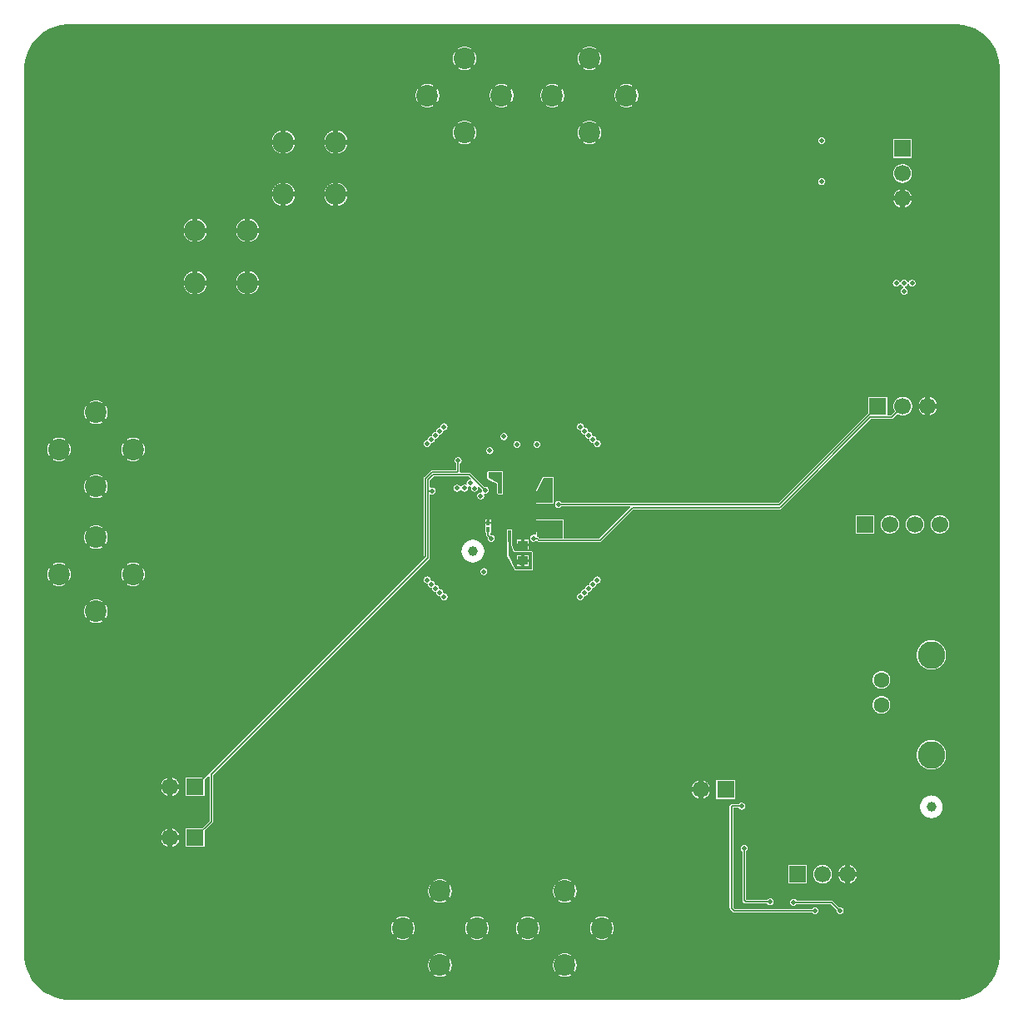
<source format=gbl>
G04*
G04 #@! TF.GenerationSoftware,Altium Limited,Altium Designer,24.2.2 (26)*
G04*
G04 Layer_Physical_Order=4*
G04 Layer_Color=16711680*
%FSLAX26Y26*%
%MOIN*%
G70*
G04*
G04 #@! TF.SameCoordinates,46F5A5B2-6880-422F-88BA-D3FAC370E1DB*
G04*
G04*
G04 #@! TF.FilePolarity,Positive*
G04*
G01*
G75*
%ADD15C,0.006000*%
%ADD32R,0.039370X0.037402*%
%ADD52C,0.066929*%
%ADD53R,0.066929X0.066929*%
%ADD54R,0.066929X0.066929*%
%ADD55C,0.110236*%
%ADD56C,0.062992*%
%ADD57C,0.086614*%
%ADD58C,0.196850*%
%ADD69R,0.017716X0.019685*%
%ADD71C,0.039370*%
%ADD83C,0.019685*%
%ADD84C,0.023622*%
%ADD96R,0.011811X0.047244*%
%ADD97C,0.015000*%
%ADD98R,0.065165X0.007735*%
G36*
X3775533Y3918605D02*
X3798541Y3912441D01*
X3820547Y3903325D01*
X3841175Y3891415D01*
X3860072Y3876915D01*
X3876915Y3860073D01*
X3891416Y3841175D01*
X3903325Y3820547D01*
X3912441Y3798541D01*
X3918606Y3775533D01*
X3921715Y3751917D01*
Y3740008D01*
Y787402D01*
Y197000D01*
Y185091D01*
X3918605Y161474D01*
X3912441Y138467D01*
X3903325Y116461D01*
X3891415Y95832D01*
X3876915Y76936D01*
X3860073Y60093D01*
X3841175Y45592D01*
X3820547Y33683D01*
X3798541Y24567D01*
X3775533Y18402D01*
X3751917Y15293D01*
X185091D01*
X161475Y18402D01*
X138467Y24567D01*
X116461Y33683D01*
X95832Y45592D01*
X76936Y60092D01*
X60093Y76935D01*
X45592Y95833D01*
X33683Y116461D01*
X24567Y138467D01*
X18402Y161474D01*
X15293Y185091D01*
Y197000D01*
Y3740008D01*
Y3751917D01*
X18402Y3775533D01*
X24567Y3798541D01*
X33683Y3820547D01*
X45592Y3841175D01*
X60092Y3860072D01*
X76935Y3876915D01*
X95833Y3891416D01*
X116461Y3903325D01*
X138467Y3912441D01*
X161475Y3918606D01*
X185091Y3921715D01*
X3751917D01*
X3775533Y3918605D01*
D02*
G37*
%LPC*%
G36*
X1777559Y3830933D02*
X1775701Y3830897D01*
X1773847Y3830787D01*
X1771998Y3830605D01*
X1770157Y3830351D01*
X1768328Y3830024D01*
X1766513Y3829626D01*
X1764716Y3829157D01*
X1762938Y3828617D01*
X1761182Y3828009D01*
X1759452Y3827331D01*
X1757750Y3826587D01*
X1756078Y3825776D01*
X1754439Y3824900D01*
X1752836Y3823961D01*
X1751935Y3823383D01*
X1777559Y3797759D01*
X1803183Y3823383D01*
X1802282Y3823961D01*
X1800679Y3824900D01*
X1799040Y3825776D01*
X1797368Y3826587D01*
X1795666Y3827331D01*
X1793936Y3828009D01*
X1792180Y3828617D01*
X1790402Y3829157D01*
X1788605Y3829626D01*
X1786790Y3830024D01*
X1784961Y3830351D01*
X1783120Y3830605D01*
X1781271Y3830787D01*
X1779417Y3830897D01*
X1777559Y3830933D01*
D02*
G37*
G36*
X2277559D02*
X2275701Y3830897D01*
X2273847Y3830787D01*
X2271998Y3830605D01*
X2270157Y3830351D01*
X2268328Y3830024D01*
X2266513Y3829626D01*
X2264715Y3829157D01*
X2262938Y3828617D01*
X2261182Y3828009D01*
X2259452Y3827331D01*
X2257750Y3826587D01*
X2256078Y3825776D01*
X2254439Y3824900D01*
X2252836Y3823961D01*
X2251935Y3823383D01*
X2277559Y3797759D01*
X2303183Y3823383D01*
X2302282Y3823961D01*
X2300679Y3824900D01*
X2299040Y3825776D01*
X2297368Y3826587D01*
X2295666Y3827331D01*
X2293936Y3828009D01*
X2292180Y3828617D01*
X2290403Y3829157D01*
X2288605Y3829626D01*
X2286790Y3830024D01*
X2284961Y3830351D01*
X2283120Y3830605D01*
X2281271Y3830787D01*
X2279417Y3830897D01*
X2277559Y3830933D01*
D02*
G37*
G36*
X1737793Y3809241D02*
X1737215Y3808340D01*
X1736276Y3806737D01*
X1735400Y3805098D01*
X1734589Y3803426D01*
X1733844Y3801724D01*
X1733167Y3799994D01*
X1732559Y3798238D01*
X1732019Y3796461D01*
X1731550Y3794663D01*
X1731152Y3792848D01*
X1730825Y3791019D01*
X1730571Y3789178D01*
X1730389Y3787329D01*
X1730279Y3785475D01*
X1730243Y3783617D01*
X1730279Y3781759D01*
X1730389Y3779905D01*
X1730571Y3778056D01*
X1730825Y3776215D01*
X1731152Y3774386D01*
X1731550Y3772571D01*
X1732019Y3770773D01*
X1732559Y3768995D01*
X1733167Y3767240D01*
X1733844Y3765510D01*
X1734589Y3763808D01*
X1735400Y3762136D01*
X1736276Y3760497D01*
X1737215Y3758894D01*
X1737793Y3757993D01*
X1763417Y3783617D01*
X1737793Y3809241D01*
D02*
G37*
G36*
X2317325D02*
X2291701Y3783617D01*
X2317325Y3757993D01*
X2317903Y3758894D01*
X2318842Y3760497D01*
X2319718Y3762136D01*
X2320529Y3763808D01*
X2321273Y3765510D01*
X2321951Y3767240D01*
X2322559Y3768995D01*
X2323099Y3770773D01*
X2323568Y3772571D01*
X2323966Y3774386D01*
X2324293Y3776215D01*
X2324547Y3778056D01*
X2324729Y3779905D01*
X2324839Y3781759D01*
X2324875Y3783617D01*
X2324839Y3785475D01*
X2324729Y3787329D01*
X2324547Y3789178D01*
X2324293Y3791019D01*
X2323966Y3792848D01*
X2323568Y3794663D01*
X2323099Y3796461D01*
X2322559Y3798238D01*
X2321951Y3799994D01*
X2321273Y3801724D01*
X2320529Y3803426D01*
X2319718Y3805098D01*
X2318842Y3806737D01*
X2317903Y3808340D01*
X2317325Y3809241D01*
D02*
G37*
G36*
X2237793Y3809241D02*
X2237215Y3808340D01*
X2236276Y3806737D01*
X2235400Y3805098D01*
X2234589Y3803426D01*
X2233845Y3801724D01*
X2233167Y3799994D01*
X2232559Y3798238D01*
X2232019Y3796461D01*
X2231550Y3794663D01*
X2231152Y3792848D01*
X2230825Y3791019D01*
X2230571Y3789178D01*
X2230389Y3787329D01*
X2230279Y3785475D01*
X2230243Y3783617D01*
X2230279Y3781759D01*
X2230389Y3779905D01*
X2230571Y3778056D01*
X2230825Y3776215D01*
X2231152Y3774386D01*
X2231550Y3772571D01*
X2232019Y3770773D01*
X2232559Y3768995D01*
X2233167Y3767240D01*
X2233845Y3765510D01*
X2234589Y3763808D01*
X2235400Y3762136D01*
X2236276Y3760497D01*
X2237215Y3758894D01*
X2237793Y3757993D01*
X2263417Y3783617D01*
X2237793Y3809241D01*
D02*
G37*
G36*
X1817325D02*
X1791701Y3783617D01*
X1817325Y3757993D01*
X1817903Y3758894D01*
X1818842Y3760497D01*
X1819718Y3762136D01*
X1820529Y3763808D01*
X1821274Y3765510D01*
X1821951Y3767240D01*
X1822559Y3768995D01*
X1823099Y3770773D01*
X1823568Y3772571D01*
X1823966Y3774386D01*
X1824293Y3776215D01*
X1824547Y3778056D01*
X1824729Y3779905D01*
X1824839Y3781759D01*
X1824875Y3783617D01*
X1824839Y3785475D01*
X1824729Y3787329D01*
X1824547Y3789178D01*
X1824293Y3791019D01*
X1823966Y3792848D01*
X1823568Y3794663D01*
X1823099Y3796461D01*
X1822559Y3798238D01*
X1821951Y3799994D01*
X1821274Y3801724D01*
X1820529Y3803426D01*
X1819718Y3805098D01*
X1818842Y3806737D01*
X1817903Y3808340D01*
X1817325Y3809241D01*
D02*
G37*
G36*
X2277559Y3769475D02*
X2251935Y3743851D01*
X2252836Y3743273D01*
X2254439Y3742334D01*
X2256078Y3741458D01*
X2257750Y3740647D01*
X2259452Y3739903D01*
X2261182Y3739225D01*
X2262938Y3738617D01*
X2264715Y3738077D01*
X2266513Y3737608D01*
X2268328Y3737210D01*
X2270157Y3736883D01*
X2271998Y3736629D01*
X2273847Y3736447D01*
X2275701Y3736337D01*
X2277559Y3736301D01*
X2279417Y3736337D01*
X2281271Y3736447D01*
X2283120Y3736629D01*
X2284961Y3736883D01*
X2286790Y3737210D01*
X2288605Y3737608D01*
X2290403Y3738077D01*
X2292180Y3738617D01*
X2293936Y3739225D01*
X2295666Y3739903D01*
X2297368Y3740647D01*
X2299040Y3741458D01*
X2300679Y3742334D01*
X2302282Y3743273D01*
X2303183Y3743851D01*
X2277559Y3769475D01*
D02*
G37*
G36*
X1777559D02*
X1751935Y3743851D01*
X1752836Y3743273D01*
X1754439Y3742334D01*
X1756078Y3741458D01*
X1757750Y3740647D01*
X1759452Y3739903D01*
X1761182Y3739225D01*
X1762938Y3738617D01*
X1764716Y3738077D01*
X1766513Y3737608D01*
X1768328Y3737210D01*
X1770157Y3736883D01*
X1771998Y3736629D01*
X1773847Y3736447D01*
X1775701Y3736337D01*
X1777559Y3736301D01*
X1779417Y3736337D01*
X1781271Y3736447D01*
X1783120Y3736629D01*
X1784961Y3736883D01*
X1786790Y3737210D01*
X1788605Y3737608D01*
X1790402Y3738077D01*
X1792180Y3738617D01*
X1793936Y3739225D01*
X1795666Y3739903D01*
X1797368Y3740647D01*
X1799040Y3741458D01*
X1800679Y3742334D01*
X1802282Y3743273D01*
X1803183Y3743851D01*
X1777559Y3769475D01*
D02*
G37*
G36*
X2129178Y3682552D02*
X2127320Y3682516D01*
X2125465Y3682406D01*
X2123617Y3682224D01*
X2121776Y3681970D01*
X2119947Y3681643D01*
X2118132Y3681245D01*
X2116334Y3680776D01*
X2114556Y3680236D01*
X2112801Y3679628D01*
X2111071Y3678950D01*
X2109369Y3678206D01*
X2107697Y3677395D01*
X2106058Y3676519D01*
X2104455Y3675579D01*
X2103554Y3675002D01*
X2129178Y3649378D01*
X2154802Y3675002D01*
X2153901Y3675579D01*
X2152298Y3676519D01*
X2150659Y3677395D01*
X2148987Y3678206D01*
X2147285Y3678950D01*
X2145555Y3679628D01*
X2143799Y3680236D01*
X2142021Y3680776D01*
X2140224Y3681245D01*
X2138409Y3681643D01*
X2136580Y3681970D01*
X2134739Y3682224D01*
X2132890Y3682406D01*
X2131035Y3682516D01*
X2129178Y3682552D01*
D02*
G37*
G36*
X1925940D02*
X1924082Y3682516D01*
X1922228Y3682406D01*
X1920379Y3682224D01*
X1918538Y3681970D01*
X1916709Y3681643D01*
X1914894Y3681245D01*
X1913097Y3680776D01*
X1911319Y3680236D01*
X1909563Y3679628D01*
X1907833Y3678950D01*
X1906131Y3678206D01*
X1904459Y3677395D01*
X1902820Y3676519D01*
X1901217Y3675579D01*
X1900316Y3675002D01*
X1925940Y3649378D01*
X1951564Y3675002D01*
X1950663Y3675579D01*
X1949060Y3676519D01*
X1947421Y3677395D01*
X1945749Y3678206D01*
X1944047Y3678950D01*
X1942317Y3679628D01*
X1940562Y3680236D01*
X1938784Y3680776D01*
X1936986Y3681245D01*
X1935171Y3681643D01*
X1933342Y3681970D01*
X1931502Y3682224D01*
X1929652Y3682406D01*
X1927798Y3682516D01*
X1925940Y3682552D01*
D02*
G37*
G36*
X1629178D02*
X1627320Y3682516D01*
X1625466Y3682406D01*
X1623617Y3682224D01*
X1621776Y3681970D01*
X1619947Y3681643D01*
X1618132Y3681245D01*
X1616334Y3680776D01*
X1614556Y3680236D01*
X1612801Y3679628D01*
X1611071Y3678950D01*
X1609369Y3678206D01*
X1607697Y3677395D01*
X1606058Y3676519D01*
X1604455Y3675579D01*
X1603554Y3675002D01*
X1629178Y3649378D01*
X1654802Y3675002D01*
X1653900Y3675579D01*
X1652298Y3676519D01*
X1650659Y3677395D01*
X1648987Y3678206D01*
X1647285Y3678950D01*
X1645555Y3679628D01*
X1643799Y3680236D01*
X1642021Y3680776D01*
X1640224Y3681245D01*
X1638409Y3681643D01*
X1636580Y3681970D01*
X1634739Y3682224D01*
X1632890Y3682406D01*
X1631035Y3682516D01*
X1629178Y3682552D01*
D02*
G37*
G36*
X2425940D02*
X2424082Y3682516D01*
X2422228Y3682406D01*
X2420379Y3682224D01*
X2418538Y3681970D01*
X2416709Y3681643D01*
X2414894Y3681245D01*
X2413097Y3680776D01*
X2411319Y3680236D01*
X2409563Y3679628D01*
X2407833Y3678950D01*
X2406131Y3678206D01*
X2404459Y3677395D01*
X2402820Y3676519D01*
X2401218Y3675579D01*
X2400316Y3675002D01*
X2425940Y3649378D01*
X2451564Y3675002D01*
X2450663Y3675579D01*
X2449060Y3676519D01*
X2447421Y3677395D01*
X2445749Y3678206D01*
X2444047Y3678950D01*
X2442317Y3679628D01*
X2440562Y3680236D01*
X2438784Y3680776D01*
X2436986Y3681245D01*
X2435171Y3681643D01*
X2433342Y3681970D01*
X2431501Y3682224D01*
X2429653Y3682406D01*
X2427798Y3682516D01*
X2425940Y3682552D01*
D02*
G37*
G36*
X2089412Y3660860D02*
X2088834Y3659959D01*
X2087895Y3658356D01*
X2087019Y3656717D01*
X2086208Y3655045D01*
X2085463Y3653343D01*
X2084786Y3651613D01*
X2084178Y3649857D01*
X2083638Y3648079D01*
X2083169Y3646282D01*
X2082771Y3644467D01*
X2082444Y3642638D01*
X2082190Y3640797D01*
X2082008Y3638948D01*
X2081898Y3637093D01*
X2081862Y3635236D01*
X2081898Y3633378D01*
X2082008Y3631523D01*
X2082190Y3629675D01*
X2082444Y3627834D01*
X2082771Y3626005D01*
X2083169Y3624190D01*
X2083638Y3622392D01*
X2084178Y3620614D01*
X2084786Y3618859D01*
X2085463Y3617129D01*
X2086208Y3615427D01*
X2087019Y3613755D01*
X2087895Y3612116D01*
X2088834Y3610513D01*
X2089411Y3609612D01*
X2115036Y3635236D01*
X2089412Y3660860D01*
D02*
G37*
G36*
X1965707D02*
X1940082Y3635236D01*
X1965707Y3609612D01*
X1966284Y3610513D01*
X1967223Y3612116D01*
X1968099Y3613755D01*
X1968910Y3615427D01*
X1969655Y3617129D01*
X1970332Y3618859D01*
X1970940Y3620614D01*
X1971480Y3622392D01*
X1971949Y3624190D01*
X1972347Y3626005D01*
X1972674Y3627834D01*
X1972928Y3629675D01*
X1973110Y3631523D01*
X1973220Y3633378D01*
X1973256Y3635236D01*
X1973220Y3637093D01*
X1973110Y3638948D01*
X1972928Y3640797D01*
X1972674Y3642638D01*
X1972347Y3644467D01*
X1971949Y3646282D01*
X1971480Y3648079D01*
X1970940Y3649857D01*
X1970332Y3651613D01*
X1969655Y3653343D01*
X1968910Y3655045D01*
X1968099Y3656717D01*
X1967223Y3658356D01*
X1966284Y3659959D01*
X1965707Y3660860D01*
D02*
G37*
G36*
X1668944D02*
X1643320Y3635236D01*
X1668944Y3609612D01*
X1669522Y3610513D01*
X1670461Y3612116D01*
X1671337Y3613755D01*
X1672148Y3615427D01*
X1672892Y3617129D01*
X1673570Y3618859D01*
X1674178Y3620614D01*
X1674718Y3622392D01*
X1675187Y3624190D01*
X1675585Y3626005D01*
X1675912Y3627834D01*
X1676166Y3629675D01*
X1676348Y3631523D01*
X1676458Y3633378D01*
X1676494Y3635236D01*
X1676458Y3637093D01*
X1676348Y3638948D01*
X1676166Y3640797D01*
X1675912Y3642638D01*
X1675585Y3644467D01*
X1675187Y3646282D01*
X1674718Y3648079D01*
X1674178Y3649857D01*
X1673570Y3651613D01*
X1672892Y3653343D01*
X1672148Y3655045D01*
X1671337Y3656717D01*
X1670461Y3658356D01*
X1669522Y3659959D01*
X1668944Y3660860D01*
D02*
G37*
G36*
X2386174Y3660860D02*
X2385597Y3659959D01*
X2384657Y3658356D01*
X2383781Y3656717D01*
X2382970Y3655045D01*
X2382226Y3653343D01*
X2381548Y3651613D01*
X2380940Y3649857D01*
X2380400Y3648079D01*
X2379931Y3646282D01*
X2379533Y3644467D01*
X2379206Y3642638D01*
X2378952Y3640797D01*
X2378770Y3638948D01*
X2378660Y3637093D01*
X2378624Y3635236D01*
X2378660Y3633378D01*
X2378770Y3631523D01*
X2378952Y3629675D01*
X2379206Y3627834D01*
X2379533Y3626005D01*
X2379931Y3624190D01*
X2380400Y3622392D01*
X2380940Y3620614D01*
X2381548Y3618859D01*
X2382226Y3617129D01*
X2382970Y3615427D01*
X2383781Y3613755D01*
X2384657Y3612116D01*
X2385597Y3610513D01*
X2386174Y3609612D01*
X2411798Y3635236D01*
X2386174Y3660860D01*
D02*
G37*
G36*
X1886174Y3660860D02*
X1885597Y3659959D01*
X1884657Y3658356D01*
X1883781Y3656717D01*
X1882970Y3655045D01*
X1882226Y3653343D01*
X1881548Y3651613D01*
X1880940Y3649857D01*
X1880400Y3648079D01*
X1879931Y3646282D01*
X1879533Y3644467D01*
X1879206Y3642638D01*
X1878952Y3640797D01*
X1878770Y3638948D01*
X1878660Y3637093D01*
X1878624Y3635236D01*
X1878660Y3633378D01*
X1878770Y3631523D01*
X1878952Y3629675D01*
X1879206Y3627834D01*
X1879533Y3626005D01*
X1879931Y3624190D01*
X1880400Y3622392D01*
X1880940Y3620614D01*
X1881548Y3618859D01*
X1882226Y3617129D01*
X1882970Y3615427D01*
X1883781Y3613755D01*
X1884657Y3612116D01*
X1885597Y3610513D01*
X1886174Y3609612D01*
X1911798Y3635236D01*
X1886174Y3660860D01*
D02*
G37*
G36*
X2168944D02*
X2143320Y3635236D01*
X2168944Y3609612D01*
X2169521Y3610513D01*
X2170461Y3612116D01*
X2171337Y3613755D01*
X2172148Y3615427D01*
X2172892Y3617129D01*
X2173570Y3618859D01*
X2174178Y3620614D01*
X2174718Y3622392D01*
X2175187Y3624190D01*
X2175585Y3626005D01*
X2175912Y3627834D01*
X2176166Y3629675D01*
X2176348Y3631523D01*
X2176458Y3633378D01*
X2176494Y3635236D01*
X2176458Y3637093D01*
X2176348Y3638948D01*
X2176166Y3640797D01*
X2175912Y3642638D01*
X2175585Y3644467D01*
X2175187Y3646282D01*
X2174718Y3648079D01*
X2174178Y3649857D01*
X2173570Y3651613D01*
X2172892Y3653343D01*
X2172148Y3655045D01*
X2171337Y3656717D01*
X2170461Y3658356D01*
X2169521Y3659959D01*
X2168944Y3660860D01*
D02*
G37*
G36*
X1589411D02*
X1588834Y3659959D01*
X1587895Y3658356D01*
X1587019Y3656717D01*
X1586208Y3655045D01*
X1585463Y3653343D01*
X1584786Y3651613D01*
X1584178Y3649857D01*
X1583638Y3648079D01*
X1583169Y3646282D01*
X1582771Y3644467D01*
X1582444Y3642638D01*
X1582190Y3640797D01*
X1582008Y3638948D01*
X1581898Y3637093D01*
X1581862Y3635236D01*
X1581898Y3633378D01*
X1582008Y3631523D01*
X1582190Y3629675D01*
X1582444Y3627834D01*
X1582771Y3626005D01*
X1583169Y3624190D01*
X1583638Y3622392D01*
X1584178Y3620614D01*
X1584786Y3618859D01*
X1585463Y3617129D01*
X1586208Y3615427D01*
X1587019Y3613755D01*
X1587895Y3612116D01*
X1588834Y3610513D01*
X1589411Y3609612D01*
X1615036Y3635236D01*
X1589411Y3660860D01*
D02*
G37*
G36*
X2465706Y3660860D02*
X2440082Y3635236D01*
X2465706Y3609611D01*
X2466284Y3610513D01*
X2467223Y3612116D01*
X2468099Y3613755D01*
X2468910Y3615427D01*
X2469655Y3617129D01*
X2470332Y3618859D01*
X2470940Y3620614D01*
X2471480Y3622392D01*
X2471949Y3624190D01*
X2472347Y3626005D01*
X2472674Y3627834D01*
X2472928Y3629675D01*
X2473110Y3631523D01*
X2473220Y3633378D01*
X2473256Y3635236D01*
X2473220Y3637093D01*
X2473110Y3638948D01*
X2472928Y3640797D01*
X2472674Y3642638D01*
X2472347Y3644467D01*
X2471949Y3646282D01*
X2471480Y3648079D01*
X2470940Y3649857D01*
X2470332Y3651613D01*
X2469655Y3653343D01*
X2468910Y3655045D01*
X2468099Y3656717D01*
X2467223Y3658356D01*
X2466284Y3659959D01*
X2465706Y3660860D01*
D02*
G37*
G36*
X2425940Y3621094D02*
X2400316Y3595470D01*
X2401218Y3594892D01*
X2402820Y3593953D01*
X2404459Y3593077D01*
X2406131Y3592266D01*
X2407833Y3591521D01*
X2409563Y3590844D01*
X2411319Y3590236D01*
X2413097Y3589696D01*
X2414894Y3589227D01*
X2416709Y3588829D01*
X2418538Y3588502D01*
X2420379Y3588248D01*
X2422228Y3588066D01*
X2424082Y3587956D01*
X2425940Y3587920D01*
X2427798Y3587956D01*
X2429653Y3588066D01*
X2431501Y3588248D01*
X2433342Y3588502D01*
X2435171Y3588829D01*
X2436986Y3589227D01*
X2438784Y3589696D01*
X2440562Y3590236D01*
X2442317Y3590844D01*
X2444047Y3591521D01*
X2445749Y3592266D01*
X2447421Y3593077D01*
X2449060Y3593953D01*
X2450663Y3594892D01*
X2451564Y3595469D01*
X2425940Y3621094D01*
D02*
G37*
G36*
X2129178Y3621094D02*
X2103553Y3595470D01*
X2104455Y3594892D01*
X2106058Y3593953D01*
X2107697Y3593077D01*
X2109369Y3592266D01*
X2111071Y3591521D01*
X2112801Y3590844D01*
X2114556Y3590236D01*
X2116334Y3589696D01*
X2118132Y3589227D01*
X2119947Y3588829D01*
X2121776Y3588502D01*
X2123617Y3588248D01*
X2125465Y3588066D01*
X2127320Y3587956D01*
X2129178Y3587920D01*
X2131035Y3587956D01*
X2132890Y3588066D01*
X2134739Y3588248D01*
X2136580Y3588502D01*
X2138409Y3588829D01*
X2140224Y3589227D01*
X2142021Y3589696D01*
X2143799Y3590236D01*
X2145555Y3590844D01*
X2147285Y3591521D01*
X2148987Y3592266D01*
X2150659Y3593077D01*
X2152298Y3593953D01*
X2153901Y3594892D01*
X2154802Y3595470D01*
X2129178Y3621094D01*
D02*
G37*
G36*
X1925940D02*
X1900316Y3595470D01*
X1901217Y3594892D01*
X1902820Y3593953D01*
X1904459Y3593077D01*
X1906131Y3592266D01*
X1907833Y3591521D01*
X1909563Y3590844D01*
X1911319Y3590236D01*
X1913097Y3589696D01*
X1914894Y3589227D01*
X1916709Y3588829D01*
X1918538Y3588502D01*
X1920379Y3588248D01*
X1922228Y3588066D01*
X1924082Y3587956D01*
X1925940Y3587920D01*
X1927798Y3587956D01*
X1929652Y3588066D01*
X1931502Y3588248D01*
X1933342Y3588502D01*
X1935171Y3588829D01*
X1936986Y3589227D01*
X1938784Y3589696D01*
X1940562Y3590236D01*
X1942317Y3590844D01*
X1944047Y3591521D01*
X1945749Y3592266D01*
X1947421Y3593077D01*
X1949060Y3593953D01*
X1950663Y3594892D01*
X1951564Y3595470D01*
X1925940Y3621094D01*
D02*
G37*
G36*
X1629178Y3621094D02*
X1603554Y3595470D01*
X1604455Y3594892D01*
X1606058Y3593953D01*
X1607697Y3593077D01*
X1609369Y3592266D01*
X1611071Y3591521D01*
X1612801Y3590844D01*
X1614556Y3590236D01*
X1616334Y3589696D01*
X1618132Y3589227D01*
X1619947Y3588829D01*
X1621776Y3588502D01*
X1623617Y3588248D01*
X1625466Y3588066D01*
X1627320Y3587956D01*
X1629178Y3587920D01*
X1631035Y3587956D01*
X1632890Y3588066D01*
X1634739Y3588248D01*
X1636580Y3588502D01*
X1638409Y3588829D01*
X1640224Y3589227D01*
X1642021Y3589696D01*
X1643799Y3590236D01*
X1645555Y3590844D01*
X1647285Y3591521D01*
X1648987Y3592266D01*
X1650659Y3593077D01*
X1652298Y3593953D01*
X1653900Y3594892D01*
X1654802Y3595470D01*
X1629178Y3621094D01*
D02*
G37*
G36*
X2277559Y3534171D02*
X2275701Y3534135D01*
X2273847Y3534025D01*
X2271998Y3533843D01*
X2270157Y3533588D01*
X2268328Y3533262D01*
X2266513Y3532864D01*
X2264715Y3532394D01*
X2262938Y3531855D01*
X2261182Y3531247D01*
X2259452Y3530569D01*
X2257750Y3529825D01*
X2256078Y3529014D01*
X2254439Y3528138D01*
X2252836Y3527198D01*
X2251935Y3526621D01*
X2277559Y3500997D01*
X2303183Y3526621D01*
X2302282Y3527198D01*
X2300679Y3528138D01*
X2299040Y3529014D01*
X2297368Y3529825D01*
X2295666Y3530569D01*
X2293936Y3531247D01*
X2292180Y3531855D01*
X2290403Y3532394D01*
X2288605Y3532864D01*
X2286790Y3533262D01*
X2284961Y3533588D01*
X2283120Y3533843D01*
X2281271Y3534025D01*
X2279417Y3534135D01*
X2277559Y3534171D01*
D02*
G37*
G36*
X1777559D02*
X1775701Y3534135D01*
X1773847Y3534025D01*
X1771998Y3533843D01*
X1770157Y3533588D01*
X1768328Y3533262D01*
X1766513Y3532864D01*
X1764716Y3532394D01*
X1762938Y3531855D01*
X1761182Y3531247D01*
X1759452Y3530569D01*
X1757750Y3529825D01*
X1756078Y3529014D01*
X1754439Y3528138D01*
X1752836Y3527198D01*
X1751935Y3526621D01*
X1777559Y3500997D01*
X1803183Y3526621D01*
X1802282Y3527198D01*
X1800679Y3528138D01*
X1799040Y3529014D01*
X1797368Y3529825D01*
X1795666Y3530569D01*
X1793936Y3531247D01*
X1792180Y3531855D01*
X1790402Y3532394D01*
X1788605Y3532864D01*
X1786790Y3533262D01*
X1784961Y3533588D01*
X1783120Y3533843D01*
X1781271Y3534025D01*
X1779417Y3534135D01*
X1777559Y3534171D01*
D02*
G37*
G36*
X2237793Y3512479D02*
X2237215Y3511577D01*
X2236276Y3509974D01*
X2235400Y3508336D01*
X2234589Y3506664D01*
X2233845Y3504962D01*
X2233167Y3503232D01*
X2232559Y3501476D01*
X2232019Y3499698D01*
X2231550Y3497901D01*
X2231152Y3496086D01*
X2230825Y3494257D01*
X2230571Y3492416D01*
X2230389Y3490567D01*
X2230279Y3488712D01*
X2230243Y3486855D01*
X2230279Y3484997D01*
X2230389Y3483142D01*
X2230571Y3481293D01*
X2230825Y3479453D01*
X2231152Y3477624D01*
X2231550Y3475809D01*
X2232019Y3474011D01*
X2232559Y3472233D01*
X2233167Y3470478D01*
X2233845Y3468748D01*
X2234589Y3467045D01*
X2235400Y3465374D01*
X2236276Y3463735D01*
X2237215Y3462132D01*
X2237793Y3461231D01*
X2263417Y3486855D01*
X2237793Y3512479D01*
D02*
G37*
G36*
X1817325D02*
X1791701Y3486855D01*
X1817325Y3461231D01*
X1817903Y3462132D01*
X1818842Y3463735D01*
X1819718Y3465374D01*
X1820529Y3467045D01*
X1821274Y3468748D01*
X1821951Y3470478D01*
X1822559Y3472233D01*
X1823099Y3474011D01*
X1823568Y3475809D01*
X1823966Y3477624D01*
X1824293Y3479453D01*
X1824547Y3481293D01*
X1824729Y3483142D01*
X1824839Y3484997D01*
X1824875Y3486855D01*
X1824839Y3488712D01*
X1824729Y3490567D01*
X1824547Y3492416D01*
X1824293Y3494257D01*
X1823966Y3496086D01*
X1823568Y3497901D01*
X1823099Y3499698D01*
X1822559Y3501476D01*
X1821951Y3503232D01*
X1821274Y3504962D01*
X1820529Y3506664D01*
X1819718Y3508336D01*
X1818842Y3509974D01*
X1817903Y3511577D01*
X1817325Y3512479D01*
D02*
G37*
G36*
X1737793D02*
X1737215Y3511577D01*
X1736276Y3509974D01*
X1735400Y3508336D01*
X1734589Y3506664D01*
X1733844Y3504962D01*
X1733167Y3503232D01*
X1732559Y3501476D01*
X1732019Y3499698D01*
X1731550Y3497901D01*
X1731152Y3496086D01*
X1730825Y3494257D01*
X1730571Y3492416D01*
X1730389Y3490567D01*
X1730279Y3488712D01*
X1730243Y3486855D01*
X1730279Y3484997D01*
X1730389Y3483142D01*
X1730571Y3481293D01*
X1730825Y3479453D01*
X1731152Y3477624D01*
X1731550Y3475809D01*
X1732019Y3474011D01*
X1732559Y3472233D01*
X1733167Y3470478D01*
X1733844Y3468748D01*
X1734589Y3467045D01*
X1735400Y3465374D01*
X1736276Y3463735D01*
X1737215Y3462132D01*
X1737793Y3461231D01*
X1763417Y3486855D01*
X1737793Y3512479D01*
D02*
G37*
G36*
X2317325D02*
X2291701Y3486855D01*
X2317325Y3461231D01*
X2317903Y3462132D01*
X2318842Y3463735D01*
X2319718Y3465374D01*
X2320529Y3467045D01*
X2321273Y3468748D01*
X2321951Y3470478D01*
X2322559Y3472233D01*
X2323099Y3474011D01*
X2323568Y3475809D01*
X2323966Y3477624D01*
X2324293Y3479453D01*
X2324547Y3481293D01*
X2324729Y3483142D01*
X2324839Y3484997D01*
X2324875Y3486855D01*
X2324839Y3488712D01*
X2324729Y3490567D01*
X2324547Y3492416D01*
X2324293Y3494257D01*
X2323966Y3496086D01*
X2323568Y3497901D01*
X2323099Y3499698D01*
X2322559Y3501476D01*
X2321951Y3503232D01*
X2321273Y3504962D01*
X2320529Y3506664D01*
X2319718Y3508336D01*
X2318842Y3509974D01*
X2317903Y3511577D01*
X2317325Y3512479D01*
D02*
G37*
G36*
X1272403Y3495491D02*
Y3459252D01*
X1308641D01*
X1308412Y3460298D01*
X1307943Y3462096D01*
X1307403Y3463874D01*
X1306794Y3465629D01*
X1306117Y3467360D01*
X1305373Y3469062D01*
X1304562Y3470734D01*
X1303686Y3472372D01*
X1302747Y3473975D01*
X1301745Y3475540D01*
X1300682Y3477064D01*
X1299561Y3478546D01*
X1298382Y3479982D01*
X1297148Y3481371D01*
X1295861Y3482710D01*
X1294521Y3483998D01*
X1293132Y3485232D01*
X1291696Y3486411D01*
X1290215Y3487532D01*
X1288690Y3488595D01*
X1287126Y3489596D01*
X1285523Y3490536D01*
X1283884Y3491412D01*
X1282212Y3492222D01*
X1280510Y3492967D01*
X1278780Y3493644D01*
X1277024Y3494253D01*
X1275246Y3494792D01*
X1273449Y3495261D01*
X1272403Y3495491D01*
D02*
G37*
G36*
X1062560D02*
Y3459252D01*
X1098799D01*
X1098569Y3460298D01*
X1098100Y3462096D01*
X1097561Y3463874D01*
X1096952Y3465629D01*
X1096275Y3467360D01*
X1095530Y3469062D01*
X1094719Y3470734D01*
X1093843Y3472372D01*
X1092904Y3473975D01*
X1091902Y3475540D01*
X1090840Y3477064D01*
X1089718Y3478546D01*
X1088540Y3479982D01*
X1087306Y3481371D01*
X1086018Y3482710D01*
X1084679Y3483998D01*
X1083290Y3485232D01*
X1081853Y3486411D01*
X1080372Y3487532D01*
X1078848Y3488595D01*
X1077283Y3489596D01*
X1075680Y3490536D01*
X1074041Y3491412D01*
X1072370Y3492222D01*
X1070667Y3492967D01*
X1068937Y3493644D01*
X1067182Y3494253D01*
X1065404Y3494792D01*
X1063606Y3495261D01*
X1062560Y3495491D01*
D02*
G37*
G36*
X1252403Y3495491D02*
X1251357Y3495261D01*
X1249559Y3494792D01*
X1247781Y3494253D01*
X1246026Y3493644D01*
X1244296Y3492967D01*
X1242593Y3492222D01*
X1240922Y3491412D01*
X1239283Y3490536D01*
X1237680Y3489596D01*
X1236115Y3488595D01*
X1234591Y3487532D01*
X1233110Y3486411D01*
X1231674Y3485232D01*
X1230285Y3483998D01*
X1228945Y3482710D01*
X1227658Y3481371D01*
X1226423Y3479982D01*
X1225245Y3478546D01*
X1224123Y3477064D01*
X1223061Y3475540D01*
X1222059Y3473975D01*
X1221120Y3472372D01*
X1220244Y3470734D01*
X1219433Y3469062D01*
X1218688Y3467360D01*
X1218011Y3465629D01*
X1217402Y3463874D01*
X1216863Y3462096D01*
X1216394Y3460298D01*
X1216165Y3459252D01*
X1252403D01*
Y3495491D01*
D02*
G37*
G36*
X1042560D02*
X1041515Y3495261D01*
X1039717Y3494792D01*
X1037939Y3494253D01*
X1036183Y3493644D01*
X1034453Y3492967D01*
X1032751Y3492222D01*
X1031079Y3491412D01*
X1029441Y3490536D01*
X1027838Y3489596D01*
X1026273Y3488595D01*
X1024748Y3487532D01*
X1023267Y3486411D01*
X1021831Y3485232D01*
X1020442Y3483998D01*
X1019103Y3482710D01*
X1017815Y3481371D01*
X1016581Y3479982D01*
X1015402Y3478546D01*
X1014281Y3477064D01*
X1013218Y3475540D01*
X1012217Y3473975D01*
X1011277Y3472372D01*
X1010401Y3470734D01*
X1009590Y3469062D01*
X1008846Y3467360D01*
X1008169Y3465629D01*
X1007560Y3463874D01*
X1007021Y3462096D01*
X1006552Y3460298D01*
X1006322Y3459252D01*
X1042560D01*
Y3495491D01*
D02*
G37*
G36*
X3207557Y3468221D02*
X3206569Y3468186D01*
X3205586Y3468080D01*
X3204613Y3467904D01*
X3203655Y3467660D01*
X3202717Y3467347D01*
X3201803Y3466969D01*
X3200919Y3466526D01*
X3200069Y3466022D01*
X3199256Y3465458D01*
X3198487Y3464838D01*
X3197763Y3464164D01*
X3197089Y3463440D01*
X3196469Y3462670D01*
X3195905Y3461858D01*
X3195400Y3461008D01*
X3194958Y3460124D01*
X3194579Y3459210D01*
X3194267Y3458272D01*
X3194023Y3457314D01*
X3193847Y3456341D01*
X3193741Y3455358D01*
X3193706Y3454369D01*
X3193741Y3453381D01*
X3193847Y3452398D01*
X3194023Y3451425D01*
X3194267Y3450467D01*
X3194579Y3449529D01*
X3194958Y3448615D01*
X3195400Y3447731D01*
X3195905Y3446881D01*
X3196469Y3446069D01*
X3197089Y3445299D01*
X3197763Y3444575D01*
X3198487Y3443901D01*
X3199256Y3443281D01*
X3200069Y3442717D01*
X3200919Y3442213D01*
X3201803Y3441770D01*
X3202717Y3441392D01*
X3203655Y3441079D01*
X3204613Y3440835D01*
X3205586Y3440659D01*
X3206569Y3440553D01*
X3207557Y3440518D01*
X3208545Y3440553D01*
X3209528Y3440659D01*
X3210502Y3440835D01*
X3211460Y3441079D01*
X3212398Y3441392D01*
X3213311Y3441770D01*
X3214195Y3442213D01*
X3215046Y3442717D01*
X3215858Y3443281D01*
X3216628Y3443901D01*
X3217352Y3444575D01*
X3218025Y3445299D01*
X3218646Y3446069D01*
X3219210Y3446881D01*
X3219714Y3447731D01*
X3220157Y3448615D01*
X3220535Y3449529D01*
X3220847Y3450467D01*
X3221092Y3451425D01*
X3221268Y3452398D01*
X3221373Y3453381D01*
X3221409Y3454369D01*
X3221373Y3455358D01*
X3221268Y3456341D01*
X3221092Y3457314D01*
X3220847Y3458272D01*
X3220535Y3459210D01*
X3220157Y3460124D01*
X3219714Y3461008D01*
X3219210Y3461858D01*
X3218646Y3462670D01*
X3218025Y3463440D01*
X3217352Y3464164D01*
X3216628Y3464838D01*
X3215858Y3465458D01*
X3215046Y3466022D01*
X3214195Y3466526D01*
X3213311Y3466969D01*
X3212398Y3467347D01*
X3211460Y3467660D01*
X3210502Y3467904D01*
X3209528Y3468080D01*
X3208545Y3468186D01*
X3207557Y3468221D01*
D02*
G37*
G36*
X2277559Y3472713D02*
X2251935Y3447088D01*
X2252836Y3446511D01*
X2254439Y3445572D01*
X2256078Y3444696D01*
X2257750Y3443885D01*
X2259452Y3443140D01*
X2261182Y3442463D01*
X2262938Y3441854D01*
X2264715Y3441315D01*
X2266513Y3440846D01*
X2268328Y3440448D01*
X2270157Y3440121D01*
X2271998Y3439867D01*
X2273847Y3439684D01*
X2275701Y3439575D01*
X2277559Y3439539D01*
X2279417Y3439575D01*
X2281271Y3439684D01*
X2283120Y3439867D01*
X2284961Y3440121D01*
X2286790Y3440448D01*
X2288605Y3440846D01*
X2290403Y3441315D01*
X2292180Y3441854D01*
X2293936Y3442463D01*
X2295666Y3443140D01*
X2297368Y3443885D01*
X2299040Y3444696D01*
X2300679Y3445572D01*
X2302282Y3446511D01*
X2303183Y3447088D01*
X2277559Y3472713D01*
D02*
G37*
G36*
X1777559D02*
X1751935Y3447088D01*
X1752836Y3446511D01*
X1754439Y3445572D01*
X1756078Y3444696D01*
X1757750Y3443885D01*
X1759452Y3443140D01*
X1761182Y3442463D01*
X1762938Y3441854D01*
X1764716Y3441315D01*
X1766513Y3440846D01*
X1768328Y3440448D01*
X1770157Y3440121D01*
X1771998Y3439867D01*
X1773847Y3439684D01*
X1775701Y3439575D01*
X1777559Y3439539D01*
X1779417Y3439575D01*
X1781271Y3439684D01*
X1783120Y3439867D01*
X1784961Y3440121D01*
X1786790Y3440448D01*
X1788605Y3440846D01*
X1790402Y3441315D01*
X1792180Y3441854D01*
X1793936Y3442463D01*
X1795666Y3443140D01*
X1797368Y3443885D01*
X1799040Y3444696D01*
X1800679Y3445572D01*
X1802282Y3446511D01*
X1803183Y3447088D01*
X1777559Y3472713D01*
D02*
G37*
G36*
X1252403Y3439252D02*
X1216165D01*
X1216394Y3438207D01*
X1216863Y3436409D01*
X1217402Y3434631D01*
X1218011Y3432876D01*
X1218688Y3431145D01*
X1219433Y3429443D01*
X1220244Y3427771D01*
X1221120Y3426133D01*
X1222059Y3424530D01*
X1223061Y3422965D01*
X1224123Y3421441D01*
X1225245Y3419959D01*
X1226423Y3418523D01*
X1227658Y3417134D01*
X1228945Y3415795D01*
X1230285Y3414507D01*
X1231674Y3413273D01*
X1233110Y3412094D01*
X1234591Y3410973D01*
X1236115Y3409910D01*
X1237680Y3408909D01*
X1239283Y3407969D01*
X1240922Y3407093D01*
X1242593Y3406283D01*
X1244296Y3405538D01*
X1246026Y3404861D01*
X1247781Y3404252D01*
X1249559Y3403713D01*
X1251357Y3403244D01*
X1252403Y3403014D01*
Y3439252D01*
D02*
G37*
G36*
X1042560D02*
X1006322D01*
X1006552Y3438207D01*
X1007021Y3436409D01*
X1007560Y3434631D01*
X1008169Y3432876D01*
X1008846Y3431145D01*
X1009590Y3429443D01*
X1010401Y3427771D01*
X1011277Y3426133D01*
X1012217Y3424530D01*
X1013218Y3422965D01*
X1014281Y3421441D01*
X1015402Y3419959D01*
X1016581Y3418523D01*
X1017815Y3417134D01*
X1019103Y3415795D01*
X1020442Y3414507D01*
X1021831Y3413273D01*
X1023267Y3412094D01*
X1024748Y3410973D01*
X1026273Y3409910D01*
X1027838Y3408909D01*
X1029441Y3407969D01*
X1031079Y3407093D01*
X1032751Y3406283D01*
X1034453Y3405538D01*
X1036183Y3404861D01*
X1037939Y3404252D01*
X1039717Y3403713D01*
X1041515Y3403244D01*
X1042560Y3403014D01*
Y3439252D01*
D02*
G37*
G36*
X1308641D02*
X1272403D01*
Y3403014D01*
X1273449Y3403244D01*
X1275246Y3403713D01*
X1277024Y3404252D01*
X1278780Y3404861D01*
X1280510Y3405538D01*
X1282212Y3406283D01*
X1283884Y3407093D01*
X1285523Y3407969D01*
X1287126Y3408909D01*
X1288690Y3409910D01*
X1290215Y3410973D01*
X1291696Y3412094D01*
X1293132Y3413273D01*
X1294521Y3414507D01*
X1295861Y3415795D01*
X1297148Y3417134D01*
X1298382Y3418523D01*
X1299561Y3419959D01*
X1300682Y3421441D01*
X1301745Y3422965D01*
X1302747Y3424530D01*
X1303686Y3426133D01*
X1304562Y3427771D01*
X1305373Y3429443D01*
X1306117Y3431145D01*
X1306794Y3432876D01*
X1307403Y3434631D01*
X1307943Y3436409D01*
X1308412Y3438207D01*
X1308641Y3439252D01*
D02*
G37*
G36*
X1098799D02*
X1062560D01*
Y3403014D01*
X1063606Y3403244D01*
X1065404Y3403713D01*
X1067182Y3404252D01*
X1068937Y3404861D01*
X1070667Y3405538D01*
X1072370Y3406283D01*
X1074041Y3407093D01*
X1075680Y3407969D01*
X1077283Y3408909D01*
X1078848Y3409910D01*
X1080372Y3410973D01*
X1081853Y3412094D01*
X1083290Y3413273D01*
X1084679Y3414507D01*
X1086018Y3415795D01*
X1087306Y3417134D01*
X1088540Y3418523D01*
X1089718Y3419959D01*
X1090840Y3421441D01*
X1091902Y3422965D01*
X1092904Y3424530D01*
X1093843Y3426133D01*
X1094719Y3427771D01*
X1095530Y3429443D01*
X1096275Y3431145D01*
X1096952Y3432876D01*
X1097561Y3434631D01*
X1098100Y3436409D01*
X1098569Y3438207D01*
X1098799Y3439252D01*
D02*
G37*
G36*
X3568823Y3460339D02*
X3493894D01*
Y3385410D01*
X3568823D01*
Y3460339D01*
D02*
G37*
G36*
X3531359Y3360349D02*
X3529628Y3360309D01*
X3527901Y3360189D01*
X3526182Y3359989D01*
X3524473Y3359711D01*
X3522779Y3359353D01*
X3521103Y3358918D01*
X3519450Y3358406D01*
X3517821Y3357818D01*
X3516222Y3357156D01*
X3514655Y3356420D01*
X3513124Y3355613D01*
X3511631Y3354736D01*
X3510181Y3353791D01*
X3508775Y3352780D01*
X3507418Y3351705D01*
X3506112Y3350568D01*
X3504860Y3349373D01*
X3503665Y3348121D01*
X3502528Y3346815D01*
X3501454Y3345458D01*
X3500442Y3344052D01*
X3499497Y3342602D01*
X3498620Y3341110D01*
X3497813Y3339578D01*
X3497077Y3338011D01*
X3496415Y3336412D01*
X3495827Y3334783D01*
X3495315Y3333130D01*
X3494880Y3331454D01*
X3494522Y3329760D01*
X3494244Y3328052D01*
X3494044Y3326332D01*
X3493924Y3324605D01*
X3493884Y3322874D01*
X3493924Y3321144D01*
X3494044Y3319417D01*
X3494244Y3317697D01*
X3494522Y3315988D01*
X3494880Y3314294D01*
X3495315Y3312619D01*
X3495827Y3310965D01*
X3496415Y3309337D01*
X3497077Y3307738D01*
X3497813Y3306171D01*
X3498620Y3304639D01*
X3499497Y3303146D01*
X3500442Y3301696D01*
X3501454Y3300291D01*
X3502528Y3298934D01*
X3503665Y3297628D01*
X3504860Y3296376D01*
X3506112Y3295180D01*
X3507418Y3294044D01*
X3508775Y3292969D01*
X3510181Y3291958D01*
X3511631Y3291013D01*
X3513124Y3290136D01*
X3514655Y3289329D01*
X3516222Y3288593D01*
X3517821Y3287930D01*
X3519450Y3287343D01*
X3521103Y3286830D01*
X3522779Y3286395D01*
X3524473Y3286038D01*
X3526182Y3285759D01*
X3527901Y3285560D01*
X3529628Y3285440D01*
X3531359Y3285400D01*
X3533090Y3285440D01*
X3534816Y3285560D01*
X3536536Y3285759D01*
X3538245Y3286038D01*
X3539939Y3286395D01*
X3541614Y3286830D01*
X3543268Y3287343D01*
X3544896Y3287930D01*
X3546495Y3288593D01*
X3548063Y3289329D01*
X3549594Y3290136D01*
X3551087Y3291013D01*
X3552537Y3291958D01*
X3553942Y3292969D01*
X3555299Y3294044D01*
X3556605Y3295180D01*
X3557857Y3296376D01*
X3559053Y3297628D01*
X3560189Y3298934D01*
X3561264Y3300291D01*
X3562275Y3301696D01*
X3563220Y3303146D01*
X3564097Y3304639D01*
X3564905Y3306171D01*
X3565640Y3307738D01*
X3566303Y3309337D01*
X3566891Y3310965D01*
X3567403Y3312619D01*
X3567838Y3314294D01*
X3568195Y3315988D01*
X3568474Y3317697D01*
X3568673Y3319417D01*
X3568793Y3321144D01*
X3568833Y3322874D01*
X3568793Y3324605D01*
X3568673Y3326332D01*
X3568474Y3328052D01*
X3568195Y3329760D01*
X3567838Y3331454D01*
X3567403Y3333130D01*
X3566891Y3334783D01*
X3566303Y3336412D01*
X3565640Y3338011D01*
X3564905Y3339578D01*
X3564097Y3341110D01*
X3563220Y3342602D01*
X3562275Y3344052D01*
X3561264Y3345458D01*
X3560189Y3346815D01*
X3559053Y3348121D01*
X3557857Y3349373D01*
X3556605Y3350568D01*
X3555299Y3351705D01*
X3553942Y3352780D01*
X3552537Y3353791D01*
X3551087Y3354736D01*
X3549594Y3355613D01*
X3548063Y3356420D01*
X3546495Y3357156D01*
X3544896Y3357818D01*
X3543268Y3358406D01*
X3541614Y3358918D01*
X3539939Y3359353D01*
X3538245Y3359711D01*
X3536536Y3359989D01*
X3534816Y3360189D01*
X3533090Y3360309D01*
X3531359Y3360349D01*
D02*
G37*
G36*
X3207557Y3304093D02*
X3206569Y3304057D01*
X3205586Y3303952D01*
X3204613Y3303776D01*
X3203655Y3303532D01*
X3202717Y3303220D01*
X3201803Y3302841D01*
X3200919Y3302398D01*
X3200069Y3301894D01*
X3199256Y3301330D01*
X3198487Y3300710D01*
X3197763Y3300036D01*
X3197089Y3299312D01*
X3196469Y3298542D01*
X3195905Y3297730D01*
X3195400Y3296880D01*
X3194958Y3295995D01*
X3194579Y3295082D01*
X3194267Y3294144D01*
X3194023Y3293186D01*
X3193847Y3292213D01*
X3193741Y3291230D01*
X3193706Y3290242D01*
X3193741Y3289253D01*
X3193847Y3288270D01*
X3194023Y3287297D01*
X3194267Y3286339D01*
X3194579Y3285401D01*
X3194958Y3284488D01*
X3195400Y3283603D01*
X3195905Y3282753D01*
X3196469Y3281941D01*
X3197089Y3281171D01*
X3197763Y3280447D01*
X3198487Y3279773D01*
X3199256Y3279153D01*
X3200069Y3278589D01*
X3200919Y3278084D01*
X3201803Y3277642D01*
X3202717Y3277264D01*
X3203655Y3276951D01*
X3204613Y3276707D01*
X3205586Y3276531D01*
X3206569Y3276425D01*
X3207557Y3276390D01*
X3208545Y3276425D01*
X3209528Y3276531D01*
X3210502Y3276707D01*
X3211460Y3276951D01*
X3212398Y3277264D01*
X3213311Y3277642D01*
X3214195Y3278084D01*
X3215046Y3278589D01*
X3215858Y3279153D01*
X3216628Y3279773D01*
X3217352Y3280447D01*
X3218025Y3281171D01*
X3218646Y3281941D01*
X3219210Y3282753D01*
X3219714Y3283603D01*
X3220157Y3284488D01*
X3220535Y3285401D01*
X3220847Y3286339D01*
X3221092Y3287297D01*
X3221268Y3288270D01*
X3221373Y3289253D01*
X3221409Y3290242D01*
X3221373Y3291230D01*
X3221268Y3292213D01*
X3221092Y3293186D01*
X3220847Y3294144D01*
X3220535Y3295082D01*
X3220157Y3295995D01*
X3219714Y3296880D01*
X3219210Y3297730D01*
X3218646Y3298542D01*
X3218025Y3299312D01*
X3217352Y3300036D01*
X3216628Y3300710D01*
X3215858Y3301330D01*
X3215046Y3301894D01*
X3214195Y3302398D01*
X3213311Y3302841D01*
X3212398Y3303220D01*
X3211460Y3303532D01*
X3210502Y3303776D01*
X3209528Y3303952D01*
X3208545Y3304057D01*
X3207557Y3304093D01*
D02*
G37*
G36*
X1272403Y3285648D02*
Y3249410D01*
X1308641D01*
X1308412Y3250456D01*
X1307943Y3252253D01*
X1307403Y3254031D01*
X1306794Y3255787D01*
X1306117Y3257517D01*
X1305373Y3259219D01*
X1304562Y3260891D01*
X1303686Y3262530D01*
X1302747Y3264133D01*
X1301745Y3265697D01*
X1300682Y3267222D01*
X1299561Y3268703D01*
X1298382Y3270139D01*
X1297148Y3271528D01*
X1295861Y3272867D01*
X1294521Y3274155D01*
X1293132Y3275389D01*
X1291696Y3276568D01*
X1290215Y3277689D01*
X1288690Y3278752D01*
X1287126Y3279754D01*
X1285523Y3280693D01*
X1283884Y3281569D01*
X1282212Y3282380D01*
X1280510Y3283124D01*
X1278780Y3283802D01*
X1277024Y3284410D01*
X1275246Y3284950D01*
X1273449Y3285419D01*
X1272403Y3285648D01*
D02*
G37*
G36*
X1062560D02*
Y3249410D01*
X1098799D01*
X1098569Y3250456D01*
X1098100Y3252253D01*
X1097561Y3254031D01*
X1096952Y3255787D01*
X1096275Y3257517D01*
X1095530Y3259219D01*
X1094719Y3260891D01*
X1093843Y3262530D01*
X1092904Y3264133D01*
X1091902Y3265697D01*
X1090840Y3267222D01*
X1089718Y3268703D01*
X1088540Y3270139D01*
X1087306Y3271528D01*
X1086018Y3272867D01*
X1084679Y3274155D01*
X1083290Y3275389D01*
X1081853Y3276568D01*
X1080372Y3277689D01*
X1078848Y3278752D01*
X1077283Y3279754D01*
X1075680Y3280693D01*
X1074041Y3281569D01*
X1072370Y3282380D01*
X1070667Y3283124D01*
X1068937Y3283802D01*
X1067182Y3284410D01*
X1065404Y3284950D01*
X1063606Y3285419D01*
X1062560Y3285648D01*
D02*
G37*
G36*
X1252403Y3285648D02*
X1251357Y3285419D01*
X1249559Y3284950D01*
X1247781Y3284410D01*
X1246026Y3283802D01*
X1244296Y3283124D01*
X1242593Y3282380D01*
X1240922Y3281569D01*
X1239283Y3280693D01*
X1237680Y3279754D01*
X1236115Y3278752D01*
X1234591Y3277689D01*
X1233110Y3276568D01*
X1231674Y3275389D01*
X1230285Y3274155D01*
X1228945Y3272867D01*
X1227658Y3271528D01*
X1226423Y3270139D01*
X1225245Y3268703D01*
X1224123Y3267222D01*
X1223061Y3265697D01*
X1222059Y3264133D01*
X1221120Y3262530D01*
X1220244Y3260891D01*
X1219433Y3259219D01*
X1218688Y3257517D01*
X1218011Y3255787D01*
X1217402Y3254031D01*
X1216863Y3252253D01*
X1216394Y3250456D01*
X1216165Y3249410D01*
X1252403D01*
Y3285648D01*
D02*
G37*
G36*
X1042560D02*
X1041515Y3285419D01*
X1039717Y3284950D01*
X1037939Y3284410D01*
X1036183Y3283802D01*
X1034453Y3283124D01*
X1032751Y3282380D01*
X1031079Y3281569D01*
X1029441Y3280693D01*
X1027838Y3279754D01*
X1026273Y3278752D01*
X1024748Y3277689D01*
X1023267Y3276568D01*
X1021831Y3275389D01*
X1020442Y3274155D01*
X1019103Y3272867D01*
X1017815Y3271528D01*
X1016581Y3270139D01*
X1015402Y3268703D01*
X1014281Y3267222D01*
X1013218Y3265697D01*
X1012217Y3264133D01*
X1011277Y3262530D01*
X1010401Y3260891D01*
X1009590Y3259219D01*
X1008846Y3257517D01*
X1008169Y3255787D01*
X1007560Y3254031D01*
X1007021Y3252253D01*
X1006552Y3250456D01*
X1006322Y3249410D01*
X1042560D01*
Y3285648D01*
D02*
G37*
G36*
X3541359Y3258985D02*
Y3232874D01*
X3567469D01*
X3567403Y3233130D01*
X3566891Y3234783D01*
X3566303Y3236412D01*
X3565640Y3238011D01*
X3564905Y3239578D01*
X3564097Y3241110D01*
X3563220Y3242602D01*
X3562275Y3244052D01*
X3561264Y3245458D01*
X3560189Y3246815D01*
X3559053Y3248121D01*
X3557857Y3249373D01*
X3556605Y3250568D01*
X3555299Y3251705D01*
X3553942Y3252780D01*
X3552537Y3253791D01*
X3551087Y3254736D01*
X3549594Y3255613D01*
X3548063Y3256420D01*
X3546495Y3257156D01*
X3544896Y3257818D01*
X3543268Y3258406D01*
X3541614Y3258918D01*
X3541359Y3258985D01*
D02*
G37*
G36*
X3521359Y3258985D02*
X3521103Y3258918D01*
X3519450Y3258406D01*
X3517821Y3257818D01*
X3516222Y3257156D01*
X3514655Y3256420D01*
X3513124Y3255613D01*
X3511631Y3254736D01*
X3510181Y3253791D01*
X3508775Y3252780D01*
X3507418Y3251705D01*
X3506112Y3250568D01*
X3504860Y3249373D01*
X3503665Y3248121D01*
X3502528Y3246815D01*
X3501454Y3245458D01*
X3500442Y3244052D01*
X3499497Y3242602D01*
X3498620Y3241110D01*
X3497813Y3239578D01*
X3497077Y3238011D01*
X3496415Y3236412D01*
X3495827Y3234783D01*
X3495315Y3233130D01*
X3495249Y3232874D01*
X3521359D01*
Y3258985D01*
D02*
G37*
G36*
X1308641Y3229410D02*
X1272403D01*
Y3193172D01*
X1273449Y3193401D01*
X1275246Y3193870D01*
X1277024Y3194410D01*
X1278780Y3195018D01*
X1280510Y3195695D01*
X1282212Y3196440D01*
X1283884Y3197251D01*
X1285523Y3198127D01*
X1287126Y3199066D01*
X1288690Y3200068D01*
X1290215Y3201130D01*
X1291696Y3202252D01*
X1293132Y3203430D01*
X1294521Y3204664D01*
X1295861Y3205952D01*
X1297148Y3207292D01*
X1298382Y3208680D01*
X1299561Y3210117D01*
X1300682Y3211598D01*
X1301745Y3213122D01*
X1302747Y3214687D01*
X1303686Y3216290D01*
X1304562Y3217929D01*
X1305373Y3219601D01*
X1306117Y3221303D01*
X1306794Y3223033D01*
X1307403Y3224788D01*
X1307943Y3226566D01*
X1308412Y3228364D01*
X1308641Y3229410D01*
D02*
G37*
G36*
X1098799D02*
X1062560D01*
Y3193172D01*
X1063606Y3193401D01*
X1065404Y3193870D01*
X1067182Y3194410D01*
X1068937Y3195018D01*
X1070667Y3195695D01*
X1072370Y3196440D01*
X1074041Y3197251D01*
X1075680Y3198127D01*
X1077283Y3199066D01*
X1078848Y3200068D01*
X1080372Y3201130D01*
X1081853Y3202252D01*
X1083290Y3203430D01*
X1084679Y3204664D01*
X1086018Y3205952D01*
X1087306Y3207292D01*
X1088540Y3208680D01*
X1089718Y3210117D01*
X1090840Y3211598D01*
X1091902Y3213122D01*
X1092904Y3214687D01*
X1093843Y3216290D01*
X1094719Y3217929D01*
X1095530Y3219601D01*
X1096275Y3221303D01*
X1096952Y3223033D01*
X1097561Y3224788D01*
X1098100Y3226566D01*
X1098569Y3228364D01*
X1098799Y3229410D01*
D02*
G37*
G36*
X1042560D02*
X1006322D01*
X1006552Y3228364D01*
X1007021Y3226566D01*
X1007560Y3224788D01*
X1008169Y3223033D01*
X1008846Y3221303D01*
X1009590Y3219601D01*
X1010401Y3217929D01*
X1011277Y3216290D01*
X1012217Y3214687D01*
X1013218Y3213122D01*
X1014281Y3211598D01*
X1015402Y3210117D01*
X1016581Y3208680D01*
X1017815Y3207292D01*
X1019103Y3205952D01*
X1020442Y3204664D01*
X1021831Y3203430D01*
X1023267Y3202252D01*
X1024748Y3201130D01*
X1026273Y3200068D01*
X1027838Y3199066D01*
X1029441Y3198127D01*
X1031079Y3197251D01*
X1032751Y3196440D01*
X1034453Y3195695D01*
X1036183Y3195018D01*
X1037939Y3194410D01*
X1039717Y3193870D01*
X1041515Y3193401D01*
X1042560Y3193172D01*
Y3229410D01*
D02*
G37*
G36*
X1252403D02*
X1216165D01*
X1216394Y3228364D01*
X1216863Y3226566D01*
X1217402Y3224788D01*
X1218011Y3223033D01*
X1218688Y3221303D01*
X1219433Y3219601D01*
X1220244Y3217929D01*
X1221120Y3216290D01*
X1222059Y3214687D01*
X1223061Y3213122D01*
X1224123Y3211598D01*
X1225245Y3210117D01*
X1226423Y3208680D01*
X1227658Y3207292D01*
X1228945Y3205952D01*
X1230285Y3204664D01*
X1231674Y3203430D01*
X1233110Y3202252D01*
X1234591Y3201130D01*
X1236115Y3200068D01*
X1237680Y3199066D01*
X1239283Y3198127D01*
X1240922Y3197251D01*
X1242593Y3196440D01*
X1244296Y3195695D01*
X1246026Y3195018D01*
X1247781Y3194410D01*
X1249559Y3193870D01*
X1251357Y3193401D01*
X1252403Y3193172D01*
Y3229410D01*
D02*
G37*
G36*
X3521359Y3212874D02*
X3495249D01*
X3495315Y3212619D01*
X3495827Y3210965D01*
X3496415Y3209337D01*
X3497077Y3207738D01*
X3497813Y3206171D01*
X3498620Y3204639D01*
X3499497Y3203146D01*
X3500442Y3201696D01*
X3501454Y3200291D01*
X3502528Y3198934D01*
X3503665Y3197628D01*
X3504860Y3196376D01*
X3506112Y3195180D01*
X3507418Y3194044D01*
X3508775Y3192969D01*
X3510181Y3191958D01*
X3511631Y3191013D01*
X3513124Y3190136D01*
X3514655Y3189329D01*
X3516222Y3188593D01*
X3517821Y3187930D01*
X3519450Y3187343D01*
X3521103Y3186830D01*
X3521359Y3186764D01*
Y3212874D01*
D02*
G37*
G36*
X3567469D02*
X3541359D01*
Y3186764D01*
X3541614Y3186830D01*
X3543268Y3187343D01*
X3544896Y3187930D01*
X3546495Y3188593D01*
X3548063Y3189329D01*
X3549594Y3190136D01*
X3551087Y3191013D01*
X3552537Y3191958D01*
X3553942Y3192969D01*
X3555299Y3194044D01*
X3556605Y3195180D01*
X3557857Y3196376D01*
X3559053Y3197628D01*
X3560189Y3198934D01*
X3561264Y3200291D01*
X3562275Y3201696D01*
X3563220Y3203146D01*
X3564097Y3204639D01*
X3564905Y3206171D01*
X3565640Y3207738D01*
X3566303Y3209337D01*
X3566891Y3210965D01*
X3567403Y3212619D01*
X3567469Y3212874D01*
D02*
G37*
G36*
X918850Y3141937D02*
Y3105699D01*
X955088D01*
X954858Y3106745D01*
X954389Y3108543D01*
X953850Y3110321D01*
X953241Y3112076D01*
X952564Y3113806D01*
X951819Y3115508D01*
X951009Y3117180D01*
X950133Y3118819D01*
X949193Y3120422D01*
X948192Y3121987D01*
X947129Y3123511D01*
X946008Y3124992D01*
X944829Y3126428D01*
X943595Y3127817D01*
X942307Y3129157D01*
X940968Y3130445D01*
X939579Y3131679D01*
X938143Y3132857D01*
X936661Y3133979D01*
X935137Y3135041D01*
X933572Y3136043D01*
X931969Y3136982D01*
X930331Y3137858D01*
X928659Y3138669D01*
X926957Y3139414D01*
X925226Y3140091D01*
X923471Y3140700D01*
X921693Y3141239D01*
X919895Y3141708D01*
X918850Y3141937D01*
D02*
G37*
G36*
X709007D02*
Y3105699D01*
X745245D01*
X745016Y3106745D01*
X744547Y3108543D01*
X744007Y3110321D01*
X743399Y3112076D01*
X742721Y3113806D01*
X741977Y3115508D01*
X741166Y3117180D01*
X740290Y3118819D01*
X739351Y3120422D01*
X738349Y3121987D01*
X737287Y3123511D01*
X736165Y3124992D01*
X734986Y3126428D01*
X733752Y3127817D01*
X732465Y3129157D01*
X731125Y3130445D01*
X729736Y3131679D01*
X728300Y3132857D01*
X726819Y3133979D01*
X725294Y3135041D01*
X723730Y3136043D01*
X722127Y3136982D01*
X720488Y3137858D01*
X718816Y3138669D01*
X717114Y3139414D01*
X715384Y3140091D01*
X713628Y3140700D01*
X711850Y3141239D01*
X710053Y3141708D01*
X709007Y3141937D01*
D02*
G37*
G36*
X898850Y3141937D02*
X897804Y3141708D01*
X896006Y3141239D01*
X894228Y3140700D01*
X892473Y3140091D01*
X890742Y3139414D01*
X889040Y3138669D01*
X887368Y3137858D01*
X885730Y3136982D01*
X884127Y3136043D01*
X882562Y3135041D01*
X881038Y3133979D01*
X879556Y3132857D01*
X878120Y3131679D01*
X876731Y3130445D01*
X875392Y3129157D01*
X874104Y3127817D01*
X872870Y3126428D01*
X871691Y3124992D01*
X870570Y3123511D01*
X869508Y3121987D01*
X868506Y3120422D01*
X867566Y3118819D01*
X866691Y3117180D01*
X865880Y3115508D01*
X865135Y3113806D01*
X864458Y3112076D01*
X863849Y3110321D01*
X863310Y3108543D01*
X862841Y3106745D01*
X862611Y3105699D01*
X898850D01*
Y3141937D01*
D02*
G37*
G36*
X689007D02*
X687961Y3141708D01*
X686163Y3141239D01*
X684385Y3140700D01*
X682630Y3140091D01*
X680900Y3139414D01*
X679197Y3138669D01*
X677526Y3137858D01*
X675887Y3136982D01*
X674284Y3136043D01*
X672719Y3135041D01*
X671195Y3133979D01*
X669714Y3132857D01*
X668278Y3131679D01*
X666889Y3130445D01*
X665549Y3129157D01*
X664261Y3127817D01*
X663027Y3126428D01*
X661849Y3124992D01*
X660727Y3123511D01*
X659665Y3121987D01*
X658663Y3120422D01*
X657724Y3118819D01*
X656848Y3117180D01*
X656037Y3115508D01*
X655292Y3113806D01*
X654615Y3112076D01*
X654006Y3110321D01*
X653467Y3108543D01*
X652998Y3106745D01*
X652769Y3105699D01*
X689007D01*
Y3141937D01*
D02*
G37*
G36*
X955088Y3085699D02*
X918850D01*
Y3049461D01*
X919895Y3049690D01*
X921693Y3050159D01*
X923471Y3050699D01*
X925226Y3051307D01*
X926957Y3051985D01*
X928659Y3052729D01*
X930331Y3053540D01*
X931969Y3054416D01*
X933572Y3055355D01*
X935137Y3056357D01*
X936661Y3057419D01*
X938143Y3058541D01*
X939579Y3059720D01*
X940968Y3060954D01*
X942307Y3062242D01*
X943595Y3063581D01*
X944829Y3064970D01*
X946008Y3066406D01*
X947129Y3067887D01*
X948192Y3069412D01*
X949193Y3070977D01*
X950133Y3072579D01*
X951009Y3074218D01*
X951819Y3075890D01*
X952564Y3077592D01*
X953241Y3079322D01*
X953850Y3081078D01*
X954389Y3082856D01*
X954858Y3084653D01*
X955088Y3085699D01*
D02*
G37*
G36*
X745245D02*
X709007D01*
Y3049461D01*
X710053Y3049690D01*
X711850Y3050159D01*
X713628Y3050699D01*
X715384Y3051307D01*
X717114Y3051985D01*
X718816Y3052729D01*
X720488Y3053540D01*
X722127Y3054416D01*
X723730Y3055355D01*
X725294Y3056357D01*
X726819Y3057419D01*
X728300Y3058541D01*
X729736Y3059720D01*
X731125Y3060954D01*
X732465Y3062242D01*
X733752Y3063581D01*
X734986Y3064970D01*
X736165Y3066406D01*
X737287Y3067887D01*
X738349Y3069412D01*
X739351Y3070977D01*
X740290Y3072579D01*
X741166Y3074218D01*
X741977Y3075890D01*
X742721Y3077592D01*
X743399Y3079322D01*
X744007Y3081078D01*
X744547Y3082856D01*
X745016Y3084653D01*
X745245Y3085699D01*
D02*
G37*
G36*
X898850D02*
X862611D01*
X862841Y3084653D01*
X863310Y3082856D01*
X863849Y3081078D01*
X864458Y3079322D01*
X865135Y3077592D01*
X865880Y3075890D01*
X866691Y3074218D01*
X867566Y3072579D01*
X868506Y3070977D01*
X869508Y3069412D01*
X870570Y3067887D01*
X871691Y3066406D01*
X872870Y3064970D01*
X874104Y3063581D01*
X875392Y3062242D01*
X876731Y3060954D01*
X878120Y3059720D01*
X879556Y3058541D01*
X881038Y3057419D01*
X882562Y3056357D01*
X884127Y3055355D01*
X885730Y3054416D01*
X887368Y3053540D01*
X889040Y3052729D01*
X890742Y3051985D01*
X892473Y3051307D01*
X894228Y3050699D01*
X896006Y3050159D01*
X897804Y3049690D01*
X898850Y3049461D01*
Y3085699D01*
D02*
G37*
G36*
X689007D02*
X652769D01*
X652998Y3084653D01*
X653467Y3082856D01*
X654006Y3081078D01*
X654615Y3079322D01*
X655292Y3077592D01*
X656037Y3075890D01*
X656848Y3074218D01*
X657724Y3072579D01*
X658663Y3070977D01*
X659665Y3069412D01*
X660727Y3067887D01*
X661849Y3066406D01*
X663027Y3064970D01*
X664261Y3063581D01*
X665549Y3062242D01*
X666889Y3060954D01*
X668278Y3059720D01*
X669714Y3058541D01*
X671195Y3057419D01*
X672719Y3056357D01*
X674284Y3055355D01*
X675887Y3054416D01*
X677526Y3053540D01*
X679197Y3052729D01*
X680900Y3051985D01*
X682630Y3051307D01*
X684385Y3050699D01*
X686163Y3050159D01*
X687961Y3049690D01*
X689007Y3049461D01*
Y3085699D01*
D02*
G37*
G36*
X918849Y2932095D02*
Y2895856D01*
X955088D01*
X954858Y2896902D01*
X954389Y2898700D01*
X953850Y2900478D01*
X953241Y2902233D01*
X952564Y2903964D01*
X951819Y2905666D01*
X951009Y2907338D01*
X950133Y2908976D01*
X949193Y2910579D01*
X948192Y2912144D01*
X947129Y2913668D01*
X946008Y2915150D01*
X944829Y2916586D01*
X943595Y2917975D01*
X942307Y2919314D01*
X940968Y2920602D01*
X939579Y2921836D01*
X938143Y2923015D01*
X936661Y2924136D01*
X935137Y2925198D01*
X933572Y2926200D01*
X931969Y2927140D01*
X930331Y2928015D01*
X928659Y2928826D01*
X926957Y2929571D01*
X925226Y2930248D01*
X923471Y2930857D01*
X921693Y2931396D01*
X919895Y2931865D01*
X918849Y2932095D01*
D02*
G37*
G36*
X709007D02*
Y2895856D01*
X745245D01*
X745016Y2896902D01*
X744547Y2898700D01*
X744007Y2900478D01*
X743399Y2902233D01*
X742721Y2903964D01*
X741977Y2905666D01*
X741166Y2907338D01*
X740290Y2908976D01*
X739351Y2910579D01*
X738349Y2912144D01*
X737287Y2913668D01*
X736165Y2915150D01*
X734986Y2916586D01*
X733752Y2917975D01*
X732465Y2919314D01*
X731125Y2920602D01*
X729736Y2921836D01*
X728300Y2923015D01*
X726819Y2924136D01*
X725294Y2925198D01*
X723730Y2926200D01*
X722127Y2927140D01*
X720488Y2928015D01*
X718816Y2928826D01*
X717114Y2929571D01*
X715384Y2930248D01*
X713628Y2930857D01*
X711850Y2931396D01*
X710053Y2931865D01*
X709007Y2932095D01*
D02*
G37*
G36*
X898849Y2932095D02*
X897804Y2931865D01*
X896006Y2931396D01*
X894228Y2930857D01*
X892473Y2930248D01*
X890742Y2929571D01*
X889040Y2928826D01*
X887368Y2928015D01*
X885730Y2927140D01*
X884127Y2926200D01*
X882562Y2925198D01*
X881038Y2924136D01*
X879556Y2923015D01*
X878120Y2921836D01*
X876731Y2920602D01*
X875392Y2919314D01*
X874104Y2917975D01*
X872870Y2916586D01*
X871691Y2915150D01*
X870570Y2913668D01*
X869508Y2912144D01*
X868506Y2910579D01*
X867566Y2908976D01*
X866691Y2907338D01*
X865880Y2905666D01*
X865135Y2903964D01*
X864458Y2902233D01*
X863849Y2900478D01*
X863310Y2898700D01*
X862841Y2896902D01*
X862611Y2895856D01*
X898849D01*
Y2932095D01*
D02*
G37*
G36*
X689007D02*
X687961Y2931865D01*
X686163Y2931396D01*
X684385Y2930857D01*
X682630Y2930248D01*
X680900Y2929571D01*
X679197Y2928826D01*
X677526Y2928015D01*
X675887Y2927140D01*
X674284Y2926200D01*
X672719Y2925198D01*
X671195Y2924136D01*
X669714Y2923015D01*
X668278Y2921836D01*
X666889Y2920602D01*
X665549Y2919314D01*
X664261Y2917975D01*
X663027Y2916586D01*
X661849Y2915150D01*
X660727Y2913668D01*
X659665Y2912144D01*
X658663Y2910579D01*
X657724Y2908976D01*
X656848Y2907338D01*
X656037Y2905666D01*
X655292Y2903964D01*
X654615Y2902233D01*
X654006Y2900478D01*
X653467Y2898700D01*
X652998Y2896902D01*
X652769Y2895856D01*
X689007D01*
Y2932095D01*
D02*
G37*
G36*
X3569722Y2897440D02*
X3568733Y2897404D01*
X3567750Y2897299D01*
X3566777Y2897123D01*
X3565819Y2896878D01*
X3564881Y2896566D01*
X3563968Y2896188D01*
X3563083Y2895745D01*
X3562233Y2895241D01*
X3561421Y2894677D01*
X3560651Y2894056D01*
X3559927Y2893383D01*
X3559253Y2892659D01*
X3558633Y2891889D01*
X3558069Y2891077D01*
X3557565Y2890227D01*
X3557122Y2889342D01*
X3556744Y2888429D01*
X3556431Y2887491D01*
X3555286Y2887264D01*
X3552502D01*
X3551357Y2887491D01*
X3551045Y2888429D01*
X3550666Y2889342D01*
X3550224Y2890227D01*
X3549719Y2891077D01*
X3549155Y2891889D01*
X3548535Y2892659D01*
X3547861Y2893383D01*
X3547137Y2894056D01*
X3546367Y2894677D01*
X3545555Y2895241D01*
X3544705Y2895745D01*
X3543821Y2896188D01*
X3542907Y2896566D01*
X3541969Y2896878D01*
X3541011Y2897123D01*
X3540038Y2897299D01*
X3539055Y2897404D01*
X3538067Y2897440D01*
X3537079Y2897404D01*
X3536095Y2897299D01*
X3535122Y2897123D01*
X3534164Y2896878D01*
X3533226Y2896566D01*
X3532313Y2896188D01*
X3531428Y2895745D01*
X3530578Y2895241D01*
X3529766Y2894677D01*
X3528996Y2894056D01*
X3528272Y2893383D01*
X3527599Y2892659D01*
X3526978Y2891889D01*
X3526414Y2891077D01*
X3525910Y2890227D01*
X3525467Y2889342D01*
X3525089Y2888429D01*
X3524776Y2887491D01*
X3523631Y2887264D01*
X3520847D01*
X3519702Y2887491D01*
X3519390Y2888429D01*
X3519011Y2889342D01*
X3518569Y2890227D01*
X3518064Y2891077D01*
X3517500Y2891889D01*
X3516880Y2892659D01*
X3516206Y2893383D01*
X3515483Y2894056D01*
X3514713Y2894677D01*
X3513900Y2895241D01*
X3513050Y2895745D01*
X3512166Y2896188D01*
X3511252Y2896566D01*
X3510314Y2896878D01*
X3509356Y2897123D01*
X3508383Y2897299D01*
X3507400Y2897404D01*
X3506412Y2897440D01*
X3505424Y2897404D01*
X3504441Y2897299D01*
X3503468Y2897123D01*
X3502509Y2896878D01*
X3501571Y2896566D01*
X3500658Y2896188D01*
X3499774Y2895745D01*
X3498923Y2895241D01*
X3498111Y2894677D01*
X3497341Y2894056D01*
X3496617Y2893383D01*
X3495944Y2892659D01*
X3495323Y2891889D01*
X3494759Y2891077D01*
X3494255Y2890227D01*
X3493812Y2889342D01*
X3493434Y2888429D01*
X3493122Y2887491D01*
X3492877Y2886533D01*
X3492702Y2885559D01*
X3492596Y2884576D01*
X3492561Y2883588D01*
X3492596Y2882600D01*
X3492702Y2881617D01*
X3492877Y2880644D01*
X3493122Y2879686D01*
X3493434Y2878748D01*
X3493812Y2877834D01*
X3494255Y2876950D01*
X3494759Y2876100D01*
X3495323Y2875287D01*
X3495944Y2874518D01*
X3496617Y2873794D01*
X3497341Y2873120D01*
X3498111Y2872500D01*
X3498923Y2871936D01*
X3499774Y2871431D01*
X3500658Y2870989D01*
X3501571Y2870610D01*
X3502509Y2870298D01*
X3503468Y2870053D01*
X3504441Y2869878D01*
X3505424Y2869772D01*
X3506412Y2869737D01*
X3507400Y2869772D01*
X3508383Y2869878D01*
X3509356Y2870053D01*
X3510314Y2870298D01*
X3511252Y2870610D01*
X3512166Y2870989D01*
X3513050Y2871431D01*
X3513900Y2871936D01*
X3514713Y2872500D01*
X3515483Y2873120D01*
X3516206Y2873794D01*
X3516880Y2874518D01*
X3517500Y2875287D01*
X3518064Y2876100D01*
X3518569Y2876950D01*
X3519011Y2877834D01*
X3519390Y2878748D01*
X3519702Y2879686D01*
X3520847Y2879913D01*
X3523631D01*
X3524776Y2879686D01*
X3525089Y2878748D01*
X3525467Y2877834D01*
X3525910Y2876950D01*
X3526414Y2876100D01*
X3526978Y2875287D01*
X3527599Y2874518D01*
X3528272Y2873794D01*
X3528996Y2873120D01*
X3529766Y2872500D01*
X3530578Y2871936D01*
X3531428Y2871431D01*
X3532313Y2870989D01*
X3533226Y2870610D01*
X3534164Y2870298D01*
X3534803Y2870135D01*
X3534925Y2870082D01*
X3535174Y2869623D01*
X3535573Y2866327D01*
X3534744Y2864332D01*
X3534488Y2864231D01*
X3534297Y2864168D01*
X3533549Y2863919D01*
X3532636Y2863541D01*
X3531752Y2863098D01*
X3530901Y2862594D01*
X3530089Y2862030D01*
X3529319Y2861409D01*
X3528596Y2860735D01*
X3527922Y2860012D01*
X3527301Y2859242D01*
X3526737Y2858430D01*
X3526233Y2857579D01*
X3525790Y2856695D01*
X3525412Y2855782D01*
X3525100Y2854843D01*
X3524855Y2853885D01*
X3524680Y2852912D01*
X3524574Y2851929D01*
X3524539Y2850941D01*
X3524574Y2849953D01*
X3524680Y2848970D01*
X3524855Y2847997D01*
X3525100Y2847039D01*
X3525412Y2846101D01*
X3525790Y2845187D01*
X3526233Y2844303D01*
X3526737Y2843452D01*
X3527301Y2842640D01*
X3527922Y2841870D01*
X3528596Y2841147D01*
X3529319Y2840473D01*
X3530089Y2839853D01*
X3530901Y2839289D01*
X3531752Y2838784D01*
X3532636Y2838341D01*
X3533549Y2837963D01*
X3534488Y2837651D01*
X3535446Y2837406D01*
X3536419Y2837231D01*
X3537402Y2837125D01*
X3538390Y2837090D01*
X3539378Y2837125D01*
X3540361Y2837231D01*
X3541334Y2837406D01*
X3542292Y2837651D01*
X3543230Y2837963D01*
X3544144Y2838341D01*
X3545028Y2838784D01*
X3545878Y2839289D01*
X3546691Y2839853D01*
X3547461Y2840473D01*
X3548184Y2841147D01*
X3548858Y2841870D01*
X3549478Y2842640D01*
X3550042Y2843452D01*
X3550547Y2844303D01*
X3550990Y2845187D01*
X3551368Y2846101D01*
X3551680Y2847039D01*
X3551925Y2847997D01*
X3552100Y2848970D01*
X3552206Y2849953D01*
X3552241Y2850941D01*
X3552206Y2851929D01*
X3552100Y2852912D01*
X3551925Y2853885D01*
X3551680Y2854843D01*
X3551368Y2855782D01*
X3550990Y2856695D01*
X3550547Y2857579D01*
X3550042Y2858430D01*
X3549478Y2859242D01*
X3548858Y2860012D01*
X3548184Y2860735D01*
X3547461Y2861409D01*
X3546691Y2862030D01*
X3545878Y2862594D01*
X3545028Y2863098D01*
X3544144Y2863541D01*
X3543230Y2863919D01*
X3542292Y2864231D01*
X3541654Y2864394D01*
X3541531Y2864447D01*
X3541282Y2864906D01*
X3540884Y2868203D01*
X3541713Y2870198D01*
X3541969Y2870298D01*
X3542159Y2870361D01*
X3542907Y2870610D01*
X3543821Y2870989D01*
X3544705Y2871431D01*
X3545555Y2871936D01*
X3546367Y2872500D01*
X3547137Y2873120D01*
X3547861Y2873794D01*
X3548535Y2874518D01*
X3549155Y2875287D01*
X3549719Y2876100D01*
X3550224Y2876950D01*
X3550666Y2877834D01*
X3551045Y2878748D01*
X3551357Y2879686D01*
X3552502Y2879913D01*
X3555286D01*
X3556431Y2879686D01*
X3556744Y2878748D01*
X3557122Y2877834D01*
X3557565Y2876950D01*
X3558069Y2876100D01*
X3558633Y2875287D01*
X3559253Y2874518D01*
X3559927Y2873794D01*
X3560651Y2873120D01*
X3561421Y2872500D01*
X3562233Y2871936D01*
X3563083Y2871431D01*
X3563968Y2870989D01*
X3564881Y2870610D01*
X3565819Y2870298D01*
X3566777Y2870053D01*
X3567750Y2869878D01*
X3568733Y2869772D01*
X3569722Y2869737D01*
X3570710Y2869772D01*
X3571693Y2869878D01*
X3572666Y2870053D01*
X3573624Y2870298D01*
X3574562Y2870610D01*
X3575476Y2870989D01*
X3576360Y2871431D01*
X3577210Y2871936D01*
X3578022Y2872500D01*
X3578792Y2873120D01*
X3579516Y2873794D01*
X3580190Y2874518D01*
X3580810Y2875287D01*
X3581374Y2876100D01*
X3581879Y2876950D01*
X3582321Y2877834D01*
X3582700Y2878748D01*
X3583012Y2879686D01*
X3583256Y2880644D01*
X3583432Y2881617D01*
X3583538Y2882600D01*
X3583573Y2883588D01*
X3583538Y2884576D01*
X3583432Y2885559D01*
X3583256Y2886533D01*
X3583012Y2887491D01*
X3582700Y2888429D01*
X3582321Y2889342D01*
X3581879Y2890227D01*
X3581374Y2891077D01*
X3580810Y2891889D01*
X3580190Y2892659D01*
X3579516Y2893383D01*
X3578792Y2894056D01*
X3578022Y2894677D01*
X3577210Y2895241D01*
X3576360Y2895745D01*
X3575476Y2896188D01*
X3574562Y2896566D01*
X3573624Y2896878D01*
X3572666Y2897123D01*
X3571693Y2897299D01*
X3570710Y2897404D01*
X3569722Y2897440D01*
D02*
G37*
G36*
X689007Y2875856D02*
X652769D01*
X652998Y2874811D01*
X653467Y2873013D01*
X654006Y2871235D01*
X654615Y2869480D01*
X655292Y2867749D01*
X656037Y2866047D01*
X656848Y2864375D01*
X657724Y2862737D01*
X658663Y2861134D01*
X659665Y2859569D01*
X660727Y2858045D01*
X661849Y2856563D01*
X663027Y2855127D01*
X664261Y2853738D01*
X665549Y2852399D01*
X666889Y2851111D01*
X668278Y2849877D01*
X669714Y2848698D01*
X671195Y2847577D01*
X672719Y2846515D01*
X674284Y2845513D01*
X675887Y2844573D01*
X677526Y2843698D01*
X679197Y2842887D01*
X680900Y2842142D01*
X682630Y2841465D01*
X684385Y2840856D01*
X686163Y2840317D01*
X687961Y2839848D01*
X689007Y2839618D01*
Y2875856D01*
D02*
G37*
G36*
X898849D02*
X862611D01*
X862841Y2874811D01*
X863310Y2873013D01*
X863849Y2871235D01*
X864458Y2869480D01*
X865135Y2867749D01*
X865880Y2866047D01*
X866691Y2864375D01*
X867566Y2862737D01*
X868506Y2861134D01*
X869508Y2859569D01*
X870570Y2858045D01*
X871691Y2856563D01*
X872870Y2855127D01*
X874104Y2853738D01*
X875392Y2852399D01*
X876731Y2851111D01*
X878120Y2849877D01*
X879556Y2848698D01*
X881038Y2847577D01*
X882562Y2846515D01*
X884127Y2845513D01*
X885730Y2844573D01*
X887368Y2843698D01*
X889040Y2842887D01*
X890742Y2842142D01*
X892473Y2841465D01*
X894228Y2840856D01*
X896006Y2840317D01*
X897804Y2839848D01*
X898849Y2839618D01*
Y2875856D01*
D02*
G37*
G36*
X955088D02*
X918849D01*
Y2839618D01*
X919895Y2839848D01*
X921693Y2840317D01*
X923471Y2840856D01*
X925226Y2841465D01*
X926957Y2842142D01*
X928659Y2842887D01*
X930331Y2843698D01*
X931969Y2844573D01*
X933572Y2845513D01*
X935137Y2846515D01*
X936661Y2847577D01*
X938143Y2848698D01*
X939579Y2849877D01*
X940968Y2851111D01*
X942307Y2852399D01*
X943595Y2853738D01*
X944829Y2855127D01*
X946008Y2856563D01*
X947129Y2858045D01*
X948192Y2859569D01*
X949193Y2861134D01*
X950133Y2862737D01*
X951009Y2864375D01*
X951819Y2866047D01*
X952564Y2867749D01*
X953241Y2869480D01*
X953850Y2871235D01*
X954389Y2873013D01*
X954858Y2874811D01*
X955088Y2875856D01*
D02*
G37*
G36*
X745245D02*
X709007D01*
Y2839618D01*
X710053Y2839848D01*
X711850Y2840317D01*
X713628Y2840856D01*
X715384Y2841465D01*
X717114Y2842142D01*
X718816Y2842887D01*
X720488Y2843698D01*
X722127Y2844573D01*
X723730Y2845513D01*
X725294Y2846515D01*
X726819Y2847577D01*
X728300Y2848698D01*
X729736Y2849877D01*
X731125Y2851111D01*
X732465Y2852399D01*
X733752Y2853738D01*
X734986Y2855127D01*
X736165Y2856563D01*
X737287Y2858045D01*
X738349Y2859569D01*
X739351Y2861134D01*
X740290Y2862737D01*
X741166Y2864375D01*
X741977Y2866047D01*
X742721Y2867749D01*
X743399Y2869480D01*
X744007Y2871235D01*
X744547Y2873013D01*
X745016Y2874811D01*
X745245Y2875856D01*
D02*
G37*
G36*
X3642326Y2427843D02*
Y2401732D01*
X3668436D01*
X3668369Y2401988D01*
X3667857Y2403641D01*
X3667269Y2405270D01*
X3666607Y2406869D01*
X3665871Y2408436D01*
X3665064Y2409968D01*
X3664187Y2411460D01*
X3663242Y2412910D01*
X3662231Y2414316D01*
X3661156Y2415673D01*
X3660020Y2416979D01*
X3658824Y2418231D01*
X3657572Y2419426D01*
X3656266Y2420563D01*
X3654909Y2421638D01*
X3653504Y2422649D01*
X3652053Y2423594D01*
X3650561Y2424471D01*
X3649029Y2425278D01*
X3647462Y2426014D01*
X3645863Y2426676D01*
X3644235Y2427264D01*
X3642581Y2427776D01*
X3642326Y2427843D01*
D02*
G37*
G36*
X3622326D02*
X3622070Y2427776D01*
X3620416Y2427264D01*
X3618788Y2426676D01*
X3617189Y2426014D01*
X3615622Y2425278D01*
X3614090Y2424471D01*
X3612598Y2423594D01*
X3611147Y2422649D01*
X3609742Y2421638D01*
X3608385Y2420563D01*
X3607079Y2419426D01*
X3605827Y2418231D01*
X3604632Y2416979D01*
X3603495Y2415673D01*
X3602420Y2414316D01*
X3601409Y2412910D01*
X3600464Y2411460D01*
X3599587Y2409968D01*
X3598780Y2408436D01*
X3598044Y2406869D01*
X3597382Y2405270D01*
X3596794Y2403641D01*
X3596282Y2401988D01*
X3596215Y2401732D01*
X3622326D01*
Y2427843D01*
D02*
G37*
G36*
X301772Y2414201D02*
X299914Y2414165D01*
X298060Y2414055D01*
X296211Y2413873D01*
X294370Y2413619D01*
X292541Y2413292D01*
X290726Y2412894D01*
X288928Y2412425D01*
X287150Y2411885D01*
X285395Y2411277D01*
X283665Y2410599D01*
X281962Y2409855D01*
X280291Y2409044D01*
X278652Y2408168D01*
X277049Y2407229D01*
X276148Y2406651D01*
X301772Y2381027D01*
X327396Y2406651D01*
X326495Y2407229D01*
X324892Y2408168D01*
X323253Y2409044D01*
X321581Y2409855D01*
X319879Y2410599D01*
X318149Y2411277D01*
X316393Y2411885D01*
X314615Y2412425D01*
X312818Y2412894D01*
X311003Y2413292D01*
X309174Y2413619D01*
X307333Y2413873D01*
X305484Y2414055D01*
X303630Y2414165D01*
X301772Y2414201D01*
D02*
G37*
G36*
X3668436Y2381732D02*
X3642326D01*
Y2355622D01*
X3642581Y2355688D01*
X3644235Y2356200D01*
X3645863Y2356788D01*
X3647462Y2357451D01*
X3649029Y2358186D01*
X3650561Y2358994D01*
X3652053Y2359871D01*
X3653504Y2360816D01*
X3654909Y2361827D01*
X3656266Y2362902D01*
X3657572Y2364038D01*
X3658824Y2365234D01*
X3660020Y2366486D01*
X3661156Y2367792D01*
X3662231Y2369149D01*
X3663242Y2370554D01*
X3664187Y2372005D01*
X3665064Y2373497D01*
X3665871Y2375028D01*
X3666607Y2376596D01*
X3667269Y2378195D01*
X3667857Y2379823D01*
X3668369Y2381477D01*
X3668436Y2381732D01*
D02*
G37*
G36*
X3622326D02*
X3596215D01*
X3596282Y2381477D01*
X3596794Y2379823D01*
X3597382Y2378195D01*
X3598044Y2376596D01*
X3598780Y2375028D01*
X3599587Y2373497D01*
X3600464Y2372005D01*
X3601409Y2370554D01*
X3602420Y2369149D01*
X3603495Y2367792D01*
X3604632Y2366486D01*
X3605827Y2365234D01*
X3607079Y2364038D01*
X3608385Y2362902D01*
X3609742Y2361827D01*
X3611147Y2360816D01*
X3612598Y2359871D01*
X3614090Y2358994D01*
X3615622Y2358186D01*
X3617189Y2357451D01*
X3618788Y2356788D01*
X3620416Y2356200D01*
X3622070Y2355688D01*
X3622326Y2355622D01*
Y2381732D01*
D02*
G37*
G36*
X3532326Y2429207D02*
X3530595Y2429167D01*
X3528868Y2429047D01*
X3527148Y2428847D01*
X3525440Y2428569D01*
X3523746Y2428211D01*
X3522070Y2427776D01*
X3520416Y2427264D01*
X3518788Y2426676D01*
X3517189Y2426014D01*
X3515622Y2425278D01*
X3514090Y2424471D01*
X3512598Y2423594D01*
X3511147Y2422649D01*
X3509742Y2421638D01*
X3508385Y2420563D01*
X3507079Y2419426D01*
X3505827Y2418231D01*
X3504632Y2416979D01*
X3503495Y2415673D01*
X3502420Y2414316D01*
X3501409Y2412910D01*
X3500464Y2411460D01*
X3499587Y2409968D01*
X3498780Y2408436D01*
X3498044Y2406869D01*
X3497382Y2405270D01*
X3496794Y2403641D01*
X3496282Y2401988D01*
X3495847Y2400312D01*
X3495489Y2398618D01*
X3495211Y2396910D01*
X3495011Y2395190D01*
X3494891Y2393463D01*
X3494851Y2391732D01*
X3494891Y2390002D01*
X3495011Y2388275D01*
X3495211Y2386555D01*
X3495489Y2384846D01*
X3495847Y2383153D01*
X3496282Y2381477D01*
X3496794Y2379823D01*
X3497382Y2378195D01*
X3498044Y2376596D01*
X3498780Y2375028D01*
X3499587Y2373497D01*
X3500464Y2372005D01*
X3501341Y2370659D01*
X3484581Y2353899D01*
X3474637D01*
X3469790Y2354268D01*
Y2429197D01*
X3394861D01*
Y2364179D01*
X3035722Y2005040D01*
X2165084D01*
X2164799Y2005520D01*
X2164235Y2006332D01*
X2163614Y2007102D01*
X2162941Y2007826D01*
X2162217Y2008500D01*
X2161447Y2009120D01*
X2160635Y2009684D01*
X2159784Y2010188D01*
X2158900Y2010631D01*
X2157987Y2011009D01*
X2157049Y2011322D01*
X2156090Y2011566D01*
X2155117Y2011742D01*
X2154134Y2011848D01*
X2153146Y2011883D01*
X2152158Y2011848D01*
X2151175Y2011742D01*
X2150202Y2011566D01*
X2149244Y2011322D01*
X2148306Y2011009D01*
X2147392Y2010631D01*
X2146508Y2010188D01*
X2145658Y2009684D01*
X2144845Y2009120D01*
X2144075Y2008500D01*
X2143352Y2007826D01*
X2142678Y2007102D01*
X2142058Y2006332D01*
X2141494Y2005520D01*
X2140989Y2004670D01*
X2140547Y2003785D01*
X2140168Y2002872D01*
X2139856Y2001934D01*
X2139611Y2000976D01*
X2139436Y2000003D01*
X2139330Y1999020D01*
X2139295Y1998032D01*
X2139330Y1997043D01*
X2139436Y1996060D01*
X2139611Y1995087D01*
X2139856Y1994129D01*
X2140168Y1993191D01*
X2140547Y1992277D01*
X2140989Y1991393D01*
X2141494Y1990543D01*
X2142058Y1989731D01*
X2142678Y1988961D01*
X2143352Y1988237D01*
X2144075Y1987563D01*
X2144845Y1986943D01*
X2145658Y1986379D01*
X2146508Y1985874D01*
X2147392Y1985432D01*
X2148306Y1985053D01*
X2149244Y1984741D01*
X2150202Y1984497D01*
X2151175Y1984321D01*
X2152158Y1984216D01*
X2153146Y1984180D01*
X2154134Y1984216D01*
X2155117Y1984321D01*
X2156090Y1984497D01*
X2157049Y1984741D01*
X2157987Y1985053D01*
X2158900Y1985432D01*
X2159784Y1985874D01*
X2160635Y1986379D01*
X2161447Y1986943D01*
X2162217Y1987563D01*
X2162941Y1988237D01*
X2163614Y1988961D01*
X2164235Y1989731D01*
X2164799Y1990543D01*
X2165084Y1991023D01*
X2439335D01*
X2441406Y1986023D01*
X2317446Y1862063D01*
X2174749D01*
X2174700Y1862116D01*
Y1933108D01*
X2174666Y1933631D01*
X2174564Y1934146D01*
X2174395Y1934642D01*
X2174163Y1935113D01*
X2173872Y1935549D01*
X2173526Y1935943D01*
X2173132Y1936289D01*
X2172696Y1936580D01*
X2172226Y1936812D01*
X2171729Y1936980D01*
X2171215Y1937083D01*
X2170692Y1937117D01*
X2066684D01*
X2066551Y1937108D01*
X2062684D01*
Y1933239D01*
X2062675Y1933108D01*
Y1879203D01*
X2061890Y1878036D01*
X2061349Y1877551D01*
X2058154Y1875789D01*
X2057675Y1875796D01*
X2057053Y1875955D01*
X2056080Y1876130D01*
X2055097Y1876236D01*
X2054108Y1876271D01*
X2053120Y1876236D01*
X2052137Y1876130D01*
X2051164Y1875955D01*
X2050206Y1875710D01*
X2049268Y1875398D01*
X2048354Y1875020D01*
X2047470Y1874577D01*
X2046620Y1874072D01*
X2045808Y1873508D01*
X2045038Y1872888D01*
X2044314Y1872214D01*
X2043640Y1871491D01*
X2043020Y1870721D01*
X2042456Y1869909D01*
X2041951Y1869058D01*
X2041509Y1868174D01*
X2041130Y1867261D01*
X2040818Y1866322D01*
X2040574Y1865364D01*
X2040398Y1864391D01*
X2040292Y1863408D01*
X2040257Y1862420D01*
X2040292Y1861432D01*
X2040398Y1860449D01*
X2040574Y1859476D01*
X2040818Y1858518D01*
X2041130Y1857580D01*
X2041509Y1856666D01*
X2041951Y1855782D01*
X2042456Y1854931D01*
X2043020Y1854119D01*
X2043640Y1853349D01*
X2044314Y1852626D01*
X2045038Y1851952D01*
X2045808Y1851332D01*
X2046620Y1850767D01*
X2047470Y1850263D01*
X2048354Y1849820D01*
X2049268Y1849442D01*
X2050206Y1849130D01*
X2051164Y1848885D01*
X2052137Y1848710D01*
X2053120Y1848604D01*
X2054108Y1848569D01*
X2055097Y1848604D01*
X2056080Y1848710D01*
X2057053Y1848885D01*
X2058011Y1849130D01*
X2058949Y1849442D01*
X2059862Y1849820D01*
X2060747Y1850263D01*
X2061597Y1850767D01*
X2062409Y1851332D01*
X2063179Y1851952D01*
X2063903Y1852626D01*
X2068333Y1851034D01*
X2069268Y1850099D01*
X2069778Y1849637D01*
X2070330Y1849228D01*
X2070920Y1848874D01*
X2071542Y1848580D01*
X2072189Y1848348D01*
X2072856Y1848181D01*
X2073537Y1848080D01*
X2074224Y1848047D01*
X2320349D01*
X2321036Y1848080D01*
X2321717Y1848181D01*
X2322384Y1848348D01*
X2323031Y1848580D01*
X2323653Y1848874D01*
X2324243Y1849228D01*
X2324796Y1849637D01*
X2325305Y1850099D01*
X2453197Y1977992D01*
X3038625D01*
X3039312Y1978025D01*
X3039992Y1978126D01*
X3040659Y1978293D01*
X3041307Y1978525D01*
X3041928Y1978819D01*
X3042519Y1979173D01*
X3043071Y1979582D01*
X3043581Y1980044D01*
X3044894Y1981358D01*
X3045449Y1981557D01*
X3046071Y1981851D01*
X3046661Y1982204D01*
X3047213Y1982614D01*
X3047723Y1983076D01*
X3404529Y2339882D01*
X3487484D01*
X3488171Y2339916D01*
X3488851Y2340017D01*
X3489518Y2340184D01*
X3490166Y2340416D01*
X3490787Y2340709D01*
X3491377Y2341063D01*
X3491930Y2341473D01*
X3492439Y2341935D01*
X3511252Y2360748D01*
X3512598Y2359871D01*
X3514090Y2358994D01*
X3515622Y2358186D01*
X3517189Y2357451D01*
X3518788Y2356788D01*
X3520416Y2356200D01*
X3522070Y2355688D01*
X3523746Y2355253D01*
X3525440Y2354896D01*
X3527148Y2354617D01*
X3528868Y2354418D01*
X3530595Y2354298D01*
X3532326Y2354258D01*
X3534056Y2354298D01*
X3535783Y2354418D01*
X3537503Y2354617D01*
X3539211Y2354896D01*
X3540905Y2355253D01*
X3542581Y2355688D01*
X3544235Y2356200D01*
X3545863Y2356788D01*
X3547462Y2357451D01*
X3549029Y2358186D01*
X3550561Y2358994D01*
X3552053Y2359871D01*
X3553504Y2360816D01*
X3554909Y2361827D01*
X3556266Y2362902D01*
X3557572Y2364038D01*
X3558824Y2365234D01*
X3560020Y2366486D01*
X3561156Y2367792D01*
X3562231Y2369149D01*
X3563242Y2370554D01*
X3564187Y2372005D01*
X3565064Y2373497D01*
X3565871Y2375028D01*
X3566607Y2376596D01*
X3567269Y2378195D01*
X3567857Y2379823D01*
X3568369Y2381477D01*
X3568805Y2383153D01*
X3569162Y2384846D01*
X3569441Y2386555D01*
X3569640Y2388275D01*
X3569760Y2390002D01*
X3569800Y2391732D01*
X3569760Y2393463D01*
X3569640Y2395190D01*
X3569441Y2396910D01*
X3569162Y2398618D01*
X3568805Y2400312D01*
X3568369Y2401988D01*
X3567857Y2403641D01*
X3567269Y2405270D01*
X3566607Y2406869D01*
X3565871Y2408436D01*
X3565064Y2409968D01*
X3564187Y2411460D01*
X3563242Y2412910D01*
X3562231Y2414316D01*
X3561156Y2415673D01*
X3560020Y2416979D01*
X3558824Y2418231D01*
X3557572Y2419426D01*
X3556266Y2420563D01*
X3554909Y2421638D01*
X3553504Y2422649D01*
X3552053Y2423594D01*
X3550561Y2424471D01*
X3549029Y2425278D01*
X3547462Y2426014D01*
X3545863Y2426676D01*
X3544235Y2427264D01*
X3542581Y2427776D01*
X3540905Y2428211D01*
X3539211Y2428569D01*
X3537503Y2428847D01*
X3535783Y2429047D01*
X3534056Y2429167D01*
X3532326Y2429207D01*
D02*
G37*
G36*
X262005Y2392509D02*
X261428Y2391608D01*
X260489Y2390005D01*
X259613Y2388366D01*
X258802Y2386694D01*
X258057Y2384992D01*
X257380Y2383262D01*
X256772Y2381506D01*
X256232Y2379729D01*
X255763Y2377931D01*
X255365Y2376116D01*
X255038Y2374287D01*
X254784Y2372446D01*
X254602Y2370597D01*
X254492Y2368743D01*
X254456Y2366885D01*
X254492Y2365027D01*
X254602Y2363173D01*
X254784Y2361324D01*
X255038Y2359483D01*
X255365Y2357654D01*
X255763Y2355839D01*
X256232Y2354041D01*
X256772Y2352264D01*
X257380Y2350508D01*
X258057Y2348778D01*
X258802Y2347076D01*
X259613Y2345404D01*
X260489Y2343765D01*
X261428Y2342162D01*
X262005Y2341261D01*
X287630Y2366885D01*
X262005Y2392509D01*
D02*
G37*
G36*
X341538D02*
X315914Y2366885D01*
X341538Y2341261D01*
X342115Y2342162D01*
X343055Y2343765D01*
X343931Y2345404D01*
X344742Y2347076D01*
X345486Y2348778D01*
X346164Y2350508D01*
X346772Y2352264D01*
X347312Y2354041D01*
X347781Y2355839D01*
X348179Y2357654D01*
X348506Y2359483D01*
X348760Y2361324D01*
X348942Y2363173D01*
X349052Y2365027D01*
X349088Y2366885D01*
X349052Y2368743D01*
X348942Y2370597D01*
X348760Y2372446D01*
X348506Y2374287D01*
X348179Y2376116D01*
X347781Y2377931D01*
X347312Y2379729D01*
X346772Y2381506D01*
X346164Y2383262D01*
X345486Y2384992D01*
X344742Y2386694D01*
X343931Y2388366D01*
X343055Y2390005D01*
X342115Y2391608D01*
X341538Y2392509D01*
D02*
G37*
G36*
X301772Y2352743D02*
X276148Y2327119D01*
X277049Y2326541D01*
X278652Y2325602D01*
X280291Y2324726D01*
X281962Y2323915D01*
X283665Y2323171D01*
X285395Y2322493D01*
X287150Y2321885D01*
X288928Y2321345D01*
X290726Y2320876D01*
X292541Y2320478D01*
X294370Y2320151D01*
X296211Y2319897D01*
X298060Y2319715D01*
X299914Y2319605D01*
X301772Y2319569D01*
X303630Y2319605D01*
X305484Y2319715D01*
X307333Y2319897D01*
X309174Y2320151D01*
X311003Y2320478D01*
X312818Y2320876D01*
X314615Y2321345D01*
X316393Y2321885D01*
X318149Y2322493D01*
X319879Y2323171D01*
X321581Y2323915D01*
X323253Y2324726D01*
X324892Y2325602D01*
X326495Y2326541D01*
X327396Y2327119D01*
X301772Y2352743D01*
D02*
G37*
G36*
X1935466Y2283247D02*
X1934478Y2283212D01*
X1933495Y2283106D01*
X1932522Y2282931D01*
X1931564Y2282686D01*
X1930626Y2282374D01*
X1929712Y2281996D01*
X1928828Y2281553D01*
X1927978Y2281048D01*
X1927165Y2280485D01*
X1926396Y2279864D01*
X1925672Y2279190D01*
X1924998Y2278467D01*
X1924378Y2277697D01*
X1923814Y2276885D01*
X1923309Y2276034D01*
X1922867Y2275150D01*
X1922488Y2274236D01*
X1922176Y2273298D01*
X1921931Y2272340D01*
X1921756Y2271367D01*
X1921650Y2270384D01*
X1921615Y2269396D01*
X1921650Y2268408D01*
X1921756Y2267425D01*
X1921931Y2266452D01*
X1922176Y2265494D01*
X1922488Y2264555D01*
X1922867Y2263642D01*
X1923309Y2262758D01*
X1923814Y2261907D01*
X1924378Y2261095D01*
X1924998Y2260325D01*
X1925672Y2259602D01*
X1926396Y2258928D01*
X1927165Y2258307D01*
X1927978Y2257744D01*
X1928828Y2257239D01*
X1929712Y2256796D01*
X1930626Y2256418D01*
X1931564Y2256106D01*
X1932522Y2255861D01*
X1933495Y2255686D01*
X1934478Y2255580D01*
X1935466Y2255545D01*
X1936454Y2255580D01*
X1937437Y2255686D01*
X1938410Y2255861D01*
X1939369Y2256106D01*
X1940307Y2256418D01*
X1941220Y2256796D01*
X1942104Y2257239D01*
X1942955Y2257744D01*
X1943767Y2258307D01*
X1944537Y2258928D01*
X1945261Y2259602D01*
X1945934Y2260325D01*
X1946555Y2261095D01*
X1947119Y2261907D01*
X1947623Y2262758D01*
X1948066Y2263642D01*
X1948444Y2264555D01*
X1948756Y2265494D01*
X1949001Y2266452D01*
X1949177Y2267425D01*
X1949282Y2268408D01*
X1949318Y2269396D01*
X1949282Y2270384D01*
X1949177Y2271367D01*
X1949001Y2272340D01*
X1948756Y2273298D01*
X1948444Y2274236D01*
X1948066Y2275150D01*
X1947623Y2276034D01*
X1947119Y2276885D01*
X1946555Y2277697D01*
X1945934Y2278467D01*
X1945261Y2279190D01*
X1944537Y2279864D01*
X1943767Y2280485D01*
X1942955Y2281048D01*
X1942104Y2281553D01*
X1941220Y2281996D01*
X1940307Y2282374D01*
X1939369Y2282686D01*
X1938410Y2282931D01*
X1937437Y2283106D01*
X1936454Y2283212D01*
X1935466Y2283247D01*
D02*
G37*
G36*
X450153Y2265820D02*
X448295Y2265784D01*
X446441Y2265674D01*
X444592Y2265492D01*
X442751Y2265238D01*
X440922Y2264911D01*
X439107Y2264513D01*
X437310Y2264044D01*
X435531Y2263504D01*
X433776Y2262896D01*
X432046Y2262218D01*
X430344Y2261474D01*
X428672Y2260663D01*
X427033Y2259787D01*
X425430Y2258847D01*
X424529Y2258270D01*
X450153Y2232646D01*
X475777Y2258270D01*
X474876Y2258847D01*
X473273Y2259787D01*
X471634Y2260663D01*
X469962Y2261474D01*
X468260Y2262218D01*
X466530Y2262896D01*
X464774Y2263504D01*
X462997Y2264044D01*
X461199Y2264513D01*
X459384Y2264911D01*
X457555Y2265238D01*
X455714Y2265492D01*
X453865Y2265674D01*
X452011Y2265784D01*
X450153Y2265820D01*
D02*
G37*
G36*
X153391D02*
X151533Y2265784D01*
X149678Y2265674D01*
X147829Y2265492D01*
X145989Y2265238D01*
X144160Y2264911D01*
X142345Y2264513D01*
X140547Y2264044D01*
X138769Y2263504D01*
X137014Y2262896D01*
X135284Y2262218D01*
X133581Y2261474D01*
X131910Y2260663D01*
X130271Y2259787D01*
X128668Y2258847D01*
X127766Y2258270D01*
X153391Y2232646D01*
X179015Y2258270D01*
X178113Y2258847D01*
X176511Y2259787D01*
X174872Y2260663D01*
X173200Y2261474D01*
X171498Y2262218D01*
X169768Y2262896D01*
X168012Y2263504D01*
X166234Y2264044D01*
X164437Y2264513D01*
X162622Y2264911D01*
X160793Y2265238D01*
X158952Y2265492D01*
X157103Y2265674D01*
X155248Y2265784D01*
X153391Y2265820D01*
D02*
G37*
G36*
X2241330Y2322788D02*
X2240342Y2322753D01*
X2239359Y2322647D01*
X2238386Y2322472D01*
X2237428Y2322227D01*
X2236490Y2321915D01*
X2235576Y2321537D01*
X2234692Y2321094D01*
X2233842Y2320590D01*
X2233030Y2320026D01*
X2232260Y2319405D01*
X2231536Y2318731D01*
X2230862Y2318008D01*
X2230242Y2317238D01*
X2229678Y2316426D01*
X2229173Y2315575D01*
X2228731Y2314691D01*
X2228352Y2313778D01*
X2228040Y2312840D01*
X2227796Y2311881D01*
X2227620Y2310908D01*
X2227514Y2309925D01*
X2227479Y2308937D01*
X2227514Y2307949D01*
X2227620Y2306966D01*
X2227796Y2305993D01*
X2228040Y2305035D01*
X2228352Y2304097D01*
X2228731Y2303183D01*
X2229173Y2302299D01*
X2229678Y2301448D01*
X2230242Y2300636D01*
X2230862Y2299866D01*
X2231536Y2299143D01*
X2232260Y2298469D01*
X2233030Y2297849D01*
X2233842Y2297285D01*
X2234692Y2296780D01*
X2235576Y2296338D01*
X2236490Y2295959D01*
X2237428Y2295647D01*
X2238386Y2295402D01*
X2239359Y2295227D01*
X2239655Y2295195D01*
X2240689Y2294943D01*
X2242306Y2294110D01*
X2243405Y2293011D01*
X2244237Y2291394D01*
X2244490Y2290360D01*
X2244522Y2290064D01*
X2244697Y2289091D01*
X2244942Y2288133D01*
X2245254Y2287195D01*
X2245632Y2286281D01*
X2246075Y2285397D01*
X2246579Y2284547D01*
X2247144Y2283735D01*
X2247764Y2282965D01*
X2248438Y2282241D01*
X2249161Y2281567D01*
X2249931Y2280947D01*
X2250743Y2280383D01*
X2251594Y2279878D01*
X2252478Y2279436D01*
X2253392Y2279057D01*
X2254330Y2278745D01*
X2255288Y2278501D01*
X2256261Y2278325D01*
X2256557Y2278293D01*
X2257591Y2278041D01*
X2259208Y2277208D01*
X2260306Y2276110D01*
X2261139Y2274492D01*
X2261392Y2273459D01*
X2261423Y2273162D01*
X2261599Y2272189D01*
X2261843Y2271231D01*
X2262156Y2270293D01*
X2262534Y2269380D01*
X2262977Y2268495D01*
X2263481Y2267645D01*
X2264045Y2266833D01*
X2264666Y2266063D01*
X2265339Y2265339D01*
X2266063Y2264666D01*
X2266833Y2264045D01*
X2267645Y2263481D01*
X2268495Y2262977D01*
X2269380Y2262534D01*
X2270293Y2262156D01*
X2271231Y2261843D01*
X2272189Y2261599D01*
X2273162Y2261423D01*
X2273459Y2261392D01*
X2274492Y2261139D01*
X2276110Y2260306D01*
X2277208Y2259208D01*
X2278041Y2257591D01*
X2278293Y2256557D01*
X2278325Y2256261D01*
X2278501Y2255288D01*
X2278745Y2254330D01*
X2279057Y2253392D01*
X2279436Y2252478D01*
X2279878Y2251594D01*
X2280383Y2250743D01*
X2280947Y2249931D01*
X2281567Y2249161D01*
X2282241Y2248438D01*
X2282965Y2247764D01*
X2283735Y2247144D01*
X2284547Y2246579D01*
X2285397Y2246075D01*
X2286281Y2245632D01*
X2287195Y2245254D01*
X2288133Y2244942D01*
X2289091Y2244697D01*
X2290064Y2244522D01*
X2290360Y2244490D01*
X2291394Y2244237D01*
X2293011Y2243405D01*
X2294110Y2242306D01*
X2294943Y2240689D01*
X2295195Y2239655D01*
X2295227Y2239359D01*
X2295402Y2238386D01*
X2295647Y2237428D01*
X2295959Y2236490D01*
X2296338Y2235576D01*
X2296780Y2234692D01*
X2297285Y2233842D01*
X2297849Y2233030D01*
X2298469Y2232260D01*
X2299143Y2231536D01*
X2299866Y2230862D01*
X2300636Y2230242D01*
X2301448Y2229678D01*
X2302299Y2229173D01*
X2303183Y2228731D01*
X2304097Y2228352D01*
X2305035Y2228040D01*
X2305993Y2227796D01*
X2306966Y2227620D01*
X2307949Y2227514D01*
X2308937Y2227479D01*
X2309925Y2227514D01*
X2310908Y2227620D01*
X2311881Y2227796D01*
X2312840Y2228040D01*
X2313778Y2228352D01*
X2314691Y2228731D01*
X2315575Y2229173D01*
X2316426Y2229678D01*
X2317238Y2230242D01*
X2318008Y2230862D01*
X2318731Y2231536D01*
X2319405Y2232260D01*
X2320026Y2233030D01*
X2320590Y2233842D01*
X2321094Y2234692D01*
X2321537Y2235576D01*
X2321915Y2236490D01*
X2322227Y2237428D01*
X2322472Y2238386D01*
X2322647Y2239359D01*
X2322753Y2240342D01*
X2322788Y2241330D01*
X2322753Y2242318D01*
X2322647Y2243302D01*
X2322472Y2244275D01*
X2322227Y2245233D01*
X2321915Y2246171D01*
X2321537Y2247084D01*
X2321094Y2247968D01*
X2320590Y2248819D01*
X2320026Y2249631D01*
X2319405Y2250401D01*
X2318731Y2251125D01*
X2318008Y2251798D01*
X2317238Y2252419D01*
X2316426Y2252983D01*
X2315575Y2253487D01*
X2314691Y2253930D01*
X2313778Y2254308D01*
X2312840Y2254620D01*
X2311881Y2254865D01*
X2310908Y2255041D01*
X2310612Y2255072D01*
X2309578Y2255325D01*
X2307961Y2256158D01*
X2306863Y2257256D01*
X2306030Y2258873D01*
X2305778Y2259907D01*
X2305746Y2260203D01*
X2305570Y2261176D01*
X2305326Y2262134D01*
X2305013Y2263073D01*
X2304635Y2263986D01*
X2304192Y2264870D01*
X2303688Y2265721D01*
X2303124Y2266533D01*
X2302503Y2267303D01*
X2301830Y2268026D01*
X2301106Y2268700D01*
X2300336Y2269320D01*
X2299524Y2269885D01*
X2298674Y2270389D01*
X2297789Y2270832D01*
X2296876Y2271210D01*
X2295938Y2271522D01*
X2294980Y2271767D01*
X2294007Y2271942D01*
X2293710Y2271974D01*
X2292677Y2272227D01*
X2291059Y2273059D01*
X2289961Y2274158D01*
X2289128Y2275775D01*
X2288876Y2276809D01*
X2288844Y2277105D01*
X2288669Y2278078D01*
X2288424Y2279036D01*
X2288112Y2279974D01*
X2287733Y2280888D01*
X2287291Y2281772D01*
X2286786Y2282622D01*
X2286222Y2283434D01*
X2285602Y2284204D01*
X2284928Y2284928D01*
X2284204Y2285602D01*
X2283434Y2286222D01*
X2282622Y2286786D01*
X2281772Y2287291D01*
X2280888Y2287733D01*
X2279974Y2288112D01*
X2279036Y2288424D01*
X2278078Y2288669D01*
X2277105Y2288844D01*
X2276809Y2288876D01*
X2275775Y2289128D01*
X2274158Y2289961D01*
X2273059Y2291059D01*
X2272227Y2292677D01*
X2271974Y2293710D01*
X2271942Y2294007D01*
X2271767Y2294980D01*
X2271522Y2295938D01*
X2271210Y2296876D01*
X2270832Y2297789D01*
X2270389Y2298674D01*
X2269885Y2299524D01*
X2269320Y2300336D01*
X2268700Y2301106D01*
X2268026Y2301830D01*
X2267303Y2302503D01*
X2266533Y2303124D01*
X2265721Y2303688D01*
X2264870Y2304192D01*
X2263986Y2304635D01*
X2263073Y2305013D01*
X2262134Y2305326D01*
X2261176Y2305570D01*
X2260203Y2305746D01*
X2259907Y2305778D01*
X2258873Y2306030D01*
X2257256Y2306863D01*
X2256158Y2307961D01*
X2255325Y2309578D01*
X2255072Y2310612D01*
X2255041Y2310908D01*
X2254865Y2311881D01*
X2254620Y2312840D01*
X2254308Y2313778D01*
X2253930Y2314691D01*
X2253487Y2315575D01*
X2252983Y2316426D01*
X2252419Y2317238D01*
X2251798Y2318008D01*
X2251125Y2318731D01*
X2250401Y2319405D01*
X2249631Y2320026D01*
X2248819Y2320590D01*
X2247968Y2321094D01*
X2247084Y2321537D01*
X2246171Y2321915D01*
X2245233Y2322227D01*
X2244275Y2322472D01*
X2243302Y2322647D01*
X2242318Y2322753D01*
X2241330Y2322788D01*
D02*
G37*
G36*
X1695678D02*
X1694689Y2322753D01*
X1693706Y2322647D01*
X1692733Y2322472D01*
X1691775Y2322227D01*
X1690837Y2321915D01*
X1689924Y2321537D01*
X1689039Y2321094D01*
X1688189Y2320590D01*
X1687377Y2320026D01*
X1686607Y2319405D01*
X1685883Y2318731D01*
X1685209Y2318008D01*
X1684589Y2317238D01*
X1684025Y2316426D01*
X1683521Y2315575D01*
X1683078Y2314691D01*
X1682699Y2313778D01*
X1682387Y2312840D01*
X1682143Y2311881D01*
X1681967Y2310908D01*
X1681935Y2310612D01*
X1681683Y2309578D01*
X1680850Y2307961D01*
X1679752Y2306863D01*
X1678134Y2306030D01*
X1677101Y2305778D01*
X1676805Y2305746D01*
X1675832Y2305570D01*
X1674873Y2305326D01*
X1673935Y2305013D01*
X1673022Y2304635D01*
X1672138Y2304192D01*
X1671287Y2303688D01*
X1670475Y2303124D01*
X1669705Y2302503D01*
X1668982Y2301830D01*
X1668308Y2301106D01*
X1667687Y2300336D01*
X1667123Y2299524D01*
X1666619Y2298674D01*
X1666176Y2297789D01*
X1665798Y2296876D01*
X1665486Y2295938D01*
X1665241Y2294980D01*
X1665065Y2294007D01*
X1665034Y2293710D01*
X1664781Y2292677D01*
X1663948Y2291059D01*
X1662850Y2289961D01*
X1661233Y2289128D01*
X1660199Y2288876D01*
X1659903Y2288844D01*
X1658930Y2288669D01*
X1657972Y2288424D01*
X1657034Y2288112D01*
X1656120Y2287733D01*
X1655236Y2287291D01*
X1654386Y2286786D01*
X1653573Y2286222D01*
X1652803Y2285602D01*
X1652080Y2284928D01*
X1651406Y2284204D01*
X1650786Y2283434D01*
X1650222Y2282622D01*
X1649717Y2281772D01*
X1649274Y2280888D01*
X1648896Y2279974D01*
X1648584Y2279036D01*
X1648339Y2278078D01*
X1648164Y2277105D01*
X1648132Y2276809D01*
X1647880Y2275775D01*
X1647047Y2274158D01*
X1645948Y2273059D01*
X1644331Y2272227D01*
X1643297Y2271974D01*
X1643001Y2271942D01*
X1642028Y2271767D01*
X1641070Y2271522D01*
X1640132Y2271210D01*
X1639218Y2270832D01*
X1638334Y2270389D01*
X1637484Y2269885D01*
X1636672Y2269320D01*
X1635902Y2268700D01*
X1635178Y2268026D01*
X1634504Y2267303D01*
X1633884Y2266533D01*
X1633320Y2265721D01*
X1632815Y2264870D01*
X1632373Y2263986D01*
X1631994Y2263073D01*
X1631682Y2262134D01*
X1631438Y2261176D01*
X1631262Y2260203D01*
X1631230Y2259907D01*
X1630978Y2258873D01*
X1630145Y2257256D01*
X1629047Y2256158D01*
X1627429Y2255325D01*
X1626396Y2255072D01*
X1626100Y2255041D01*
X1625126Y2254865D01*
X1624168Y2254620D01*
X1623230Y2254308D01*
X1622317Y2253930D01*
X1621432Y2253487D01*
X1620582Y2252983D01*
X1619770Y2252419D01*
X1619000Y2251798D01*
X1618276Y2251125D01*
X1617603Y2250401D01*
X1616982Y2249631D01*
X1616418Y2248819D01*
X1615914Y2247968D01*
X1615471Y2247084D01*
X1615093Y2246171D01*
X1614781Y2245233D01*
X1614536Y2244275D01*
X1614360Y2243302D01*
X1614255Y2242318D01*
X1614219Y2241330D01*
X1614255Y2240342D01*
X1614360Y2239359D01*
X1614536Y2238386D01*
X1614781Y2237428D01*
X1615093Y2236490D01*
X1615471Y2235576D01*
X1615914Y2234692D01*
X1616418Y2233842D01*
X1616982Y2233030D01*
X1617603Y2232260D01*
X1618276Y2231536D01*
X1619000Y2230862D01*
X1619770Y2230242D01*
X1620582Y2229678D01*
X1621432Y2229173D01*
X1622317Y2228731D01*
X1623230Y2228352D01*
X1624168Y2228040D01*
X1625126Y2227796D01*
X1626100Y2227620D01*
X1627083Y2227514D01*
X1628071Y2227479D01*
X1629059Y2227514D01*
X1630042Y2227620D01*
X1631015Y2227796D01*
X1631973Y2228040D01*
X1632911Y2228352D01*
X1633825Y2228731D01*
X1634709Y2229173D01*
X1635559Y2229678D01*
X1636371Y2230242D01*
X1637141Y2230862D01*
X1637865Y2231536D01*
X1638539Y2232260D01*
X1639159Y2233030D01*
X1639723Y2233842D01*
X1640228Y2234692D01*
X1640670Y2235576D01*
X1641049Y2236490D01*
X1641361Y2237428D01*
X1641605Y2238386D01*
X1641781Y2239359D01*
X1641813Y2239655D01*
X1642065Y2240689D01*
X1642898Y2242306D01*
X1643996Y2243405D01*
X1645614Y2244237D01*
X1646647Y2244490D01*
X1646944Y2244522D01*
X1647917Y2244697D01*
X1648875Y2244942D01*
X1649813Y2245254D01*
X1650726Y2245632D01*
X1651611Y2246075D01*
X1652461Y2246579D01*
X1653273Y2247144D01*
X1654043Y2247764D01*
X1654767Y2248438D01*
X1655440Y2249161D01*
X1656061Y2249931D01*
X1656625Y2250743D01*
X1657129Y2251594D01*
X1657572Y2252478D01*
X1657950Y2253392D01*
X1658263Y2254330D01*
X1658507Y2255288D01*
X1658683Y2256261D01*
X1658715Y2256557D01*
X1658967Y2257591D01*
X1659800Y2259208D01*
X1660898Y2260306D01*
X1662515Y2261139D01*
X1663549Y2261392D01*
X1663845Y2261423D01*
X1664818Y2261599D01*
X1665776Y2261843D01*
X1666715Y2262156D01*
X1667628Y2262534D01*
X1668512Y2262977D01*
X1669363Y2263481D01*
X1670175Y2264045D01*
X1670945Y2264666D01*
X1671668Y2265339D01*
X1672342Y2266063D01*
X1672963Y2266833D01*
X1673527Y2267645D01*
X1674031Y2268495D01*
X1674474Y2269380D01*
X1674852Y2270293D01*
X1675164Y2271231D01*
X1675409Y2272189D01*
X1675584Y2273162D01*
X1675616Y2273459D01*
X1675869Y2274492D01*
X1676701Y2276110D01*
X1677800Y2277208D01*
X1679417Y2278041D01*
X1680451Y2278293D01*
X1680747Y2278325D01*
X1681720Y2278501D01*
X1682678Y2278745D01*
X1683616Y2279057D01*
X1684530Y2279436D01*
X1685414Y2279878D01*
X1686264Y2280383D01*
X1687077Y2280947D01*
X1687847Y2281567D01*
X1688570Y2282241D01*
X1689244Y2282965D01*
X1689864Y2283735D01*
X1690428Y2284547D01*
X1690933Y2285397D01*
X1691375Y2286281D01*
X1691754Y2287195D01*
X1692066Y2288133D01*
X1692311Y2289091D01*
X1692486Y2290064D01*
X1692518Y2290360D01*
X1692770Y2291394D01*
X1693603Y2293011D01*
X1694701Y2294110D01*
X1696319Y2294943D01*
X1697352Y2295195D01*
X1697649Y2295227D01*
X1698622Y2295402D01*
X1699580Y2295647D01*
X1700518Y2295959D01*
X1701431Y2296338D01*
X1702316Y2296780D01*
X1703166Y2297285D01*
X1703978Y2297849D01*
X1704748Y2298469D01*
X1705472Y2299143D01*
X1706146Y2299866D01*
X1706766Y2300636D01*
X1707330Y2301448D01*
X1707834Y2302299D01*
X1708277Y2303183D01*
X1708656Y2304097D01*
X1708968Y2305035D01*
X1709212Y2305993D01*
X1709388Y2306966D01*
X1709494Y2307949D01*
X1709529Y2308937D01*
X1709494Y2309925D01*
X1709388Y2310908D01*
X1709212Y2311881D01*
X1708968Y2312840D01*
X1708656Y2313778D01*
X1708277Y2314691D01*
X1707834Y2315575D01*
X1707330Y2316426D01*
X1706766Y2317238D01*
X1706146Y2318008D01*
X1705472Y2318731D01*
X1704748Y2319405D01*
X1703978Y2320026D01*
X1703166Y2320590D01*
X1702316Y2321094D01*
X1701431Y2321537D01*
X1700518Y2321915D01*
X1699580Y2322227D01*
X1698622Y2322472D01*
X1697649Y2322647D01*
X1696666Y2322753D01*
X1695678Y2322788D01*
D02*
G37*
G36*
X2067501Y2252251D02*
X2066513Y2252216D01*
X2065530Y2252110D01*
X2064557Y2251935D01*
X2063599Y2251690D01*
X2062660Y2251378D01*
X2061747Y2251000D01*
X2060863Y2250557D01*
X2060012Y2250052D01*
X2059200Y2249488D01*
X2058430Y2248868D01*
X2057707Y2248194D01*
X2057033Y2247471D01*
X2056412Y2246701D01*
X2055849Y2245889D01*
X2055344Y2245038D01*
X2054901Y2244154D01*
X2054523Y2243240D01*
X2054211Y2242302D01*
X2053966Y2241344D01*
X2053791Y2240371D01*
X2053685Y2239388D01*
X2053650Y2238400D01*
X2053685Y2237412D01*
X2053791Y2236429D01*
X2053966Y2235456D01*
X2054211Y2234498D01*
X2054523Y2233559D01*
X2054901Y2232646D01*
X2055344Y2231762D01*
X2055849Y2230911D01*
X2056412Y2230099D01*
X2057033Y2229329D01*
X2057707Y2228606D01*
X2058430Y2227932D01*
X2059200Y2227311D01*
X2060012Y2226747D01*
X2060863Y2226243D01*
X2061747Y2225800D01*
X2062660Y2225422D01*
X2063599Y2225110D01*
X2064557Y2224865D01*
X2065530Y2224690D01*
X2066513Y2224584D01*
X2067501Y2224549D01*
X2068489Y2224584D01*
X2069472Y2224690D01*
X2070445Y2224865D01*
X2071403Y2225110D01*
X2072341Y2225422D01*
X2073255Y2225800D01*
X2074139Y2226243D01*
X2074990Y2226747D01*
X2075802Y2227311D01*
X2076572Y2227932D01*
X2077295Y2228606D01*
X2077969Y2229329D01*
X2078590Y2230099D01*
X2079153Y2230911D01*
X2079658Y2231762D01*
X2080101Y2232646D01*
X2080479Y2233559D01*
X2080791Y2234498D01*
X2081036Y2235456D01*
X2081211Y2236429D01*
X2081317Y2237412D01*
X2081352Y2238400D01*
X2081317Y2239388D01*
X2081211Y2240371D01*
X2081036Y2241344D01*
X2080791Y2242302D01*
X2080479Y2243240D01*
X2080101Y2244154D01*
X2079658Y2245038D01*
X2079153Y2245889D01*
X2078590Y2246701D01*
X2077969Y2247471D01*
X2077295Y2248194D01*
X2076572Y2248868D01*
X2075802Y2249488D01*
X2074990Y2250052D01*
X2074139Y2250557D01*
X2073255Y2251000D01*
X2072341Y2251378D01*
X2071403Y2251690D01*
X2070445Y2251935D01*
X2069472Y2252110D01*
X2068489Y2252216D01*
X2067501Y2252251D01*
D02*
G37*
G36*
X1987339D02*
X1986350Y2252216D01*
X1985367Y2252110D01*
X1984394Y2251935D01*
X1983436Y2251690D01*
X1982498Y2251378D01*
X1981584Y2251000D01*
X1980700Y2250557D01*
X1979850Y2250052D01*
X1979038Y2249488D01*
X1978268Y2248868D01*
X1977544Y2248194D01*
X1976870Y2247471D01*
X1976250Y2246701D01*
X1975686Y2245889D01*
X1975181Y2245038D01*
X1974739Y2244154D01*
X1974361Y2243240D01*
X1974048Y2242302D01*
X1973804Y2241344D01*
X1973628Y2240371D01*
X1973523Y2239388D01*
X1973487Y2238400D01*
X1973523Y2237412D01*
X1973628Y2236429D01*
X1973804Y2235456D01*
X1974048Y2234498D01*
X1974361Y2233559D01*
X1974739Y2232646D01*
X1975181Y2231762D01*
X1975686Y2230911D01*
X1976250Y2230099D01*
X1976870Y2229329D01*
X1977544Y2228606D01*
X1978268Y2227932D01*
X1979038Y2227311D01*
X1979850Y2226747D01*
X1980700Y2226243D01*
X1981584Y2225800D01*
X1982498Y2225422D01*
X1983436Y2225110D01*
X1984394Y2224865D01*
X1985367Y2224690D01*
X1986350Y2224584D01*
X1987339Y2224549D01*
X1988327Y2224584D01*
X1989310Y2224690D01*
X1990283Y2224865D01*
X1991241Y2225110D01*
X1992179Y2225422D01*
X1993092Y2225800D01*
X1993977Y2226243D01*
X1994827Y2226747D01*
X1995639Y2227311D01*
X1996409Y2227932D01*
X1997133Y2228606D01*
X1997807Y2229329D01*
X1998427Y2230099D01*
X1998991Y2230911D01*
X1999495Y2231762D01*
X1999938Y2232646D01*
X2000316Y2233559D01*
X2000629Y2234498D01*
X2000873Y2235456D01*
X2001049Y2236429D01*
X2001155Y2237412D01*
X2001190Y2238400D01*
X2001155Y2239388D01*
X2001049Y2240371D01*
X2000873Y2241344D01*
X2000629Y2242302D01*
X2000316Y2243240D01*
X1999938Y2244154D01*
X1999495Y2245038D01*
X1998991Y2245889D01*
X1998427Y2246701D01*
X1997807Y2247471D01*
X1997133Y2248194D01*
X1996409Y2248868D01*
X1995639Y2249488D01*
X1994827Y2250052D01*
X1993977Y2250557D01*
X1993092Y2251000D01*
X1992179Y2251378D01*
X1991241Y2251690D01*
X1990283Y2251935D01*
X1989310Y2252110D01*
X1988327Y2252216D01*
X1987339Y2252251D01*
D02*
G37*
G36*
X1878912Y2226693D02*
X1877924Y2226657D01*
X1876940Y2226552D01*
X1875967Y2226376D01*
X1875009Y2226132D01*
X1874071Y2225819D01*
X1873158Y2225441D01*
X1872273Y2224998D01*
X1871423Y2224494D01*
X1870611Y2223930D01*
X1869841Y2223309D01*
X1869117Y2222636D01*
X1868444Y2221912D01*
X1867823Y2221142D01*
X1867259Y2220330D01*
X1866755Y2219480D01*
X1866312Y2218595D01*
X1865934Y2217682D01*
X1865621Y2216744D01*
X1865377Y2215786D01*
X1865201Y2214813D01*
X1865096Y2213829D01*
X1865060Y2212841D01*
X1865096Y2211853D01*
X1865201Y2210870D01*
X1865377Y2209897D01*
X1865621Y2208939D01*
X1865934Y2208001D01*
X1866312Y2207087D01*
X1866755Y2206203D01*
X1867259Y2205353D01*
X1867823Y2204541D01*
X1868444Y2203771D01*
X1869117Y2203047D01*
X1869841Y2202373D01*
X1870611Y2201753D01*
X1871423Y2201189D01*
X1872273Y2200684D01*
X1873158Y2200242D01*
X1874071Y2199863D01*
X1875009Y2199551D01*
X1875967Y2199307D01*
X1876940Y2199131D01*
X1877924Y2199025D01*
X1878912Y2198990D01*
X1879900Y2199025D01*
X1880883Y2199131D01*
X1881856Y2199307D01*
X1882814Y2199551D01*
X1883752Y2199863D01*
X1884666Y2200242D01*
X1885550Y2200684D01*
X1886400Y2201189D01*
X1887212Y2201753D01*
X1887982Y2202373D01*
X1888706Y2203047D01*
X1889380Y2203771D01*
X1890000Y2204541D01*
X1890564Y2205353D01*
X1891069Y2206203D01*
X1891511Y2207087D01*
X1891890Y2208001D01*
X1892202Y2208939D01*
X1892446Y2209897D01*
X1892622Y2210870D01*
X1892728Y2211853D01*
X1892763Y2212841D01*
X1892728Y2213829D01*
X1892622Y2214813D01*
X1892446Y2215786D01*
X1892202Y2216744D01*
X1891890Y2217682D01*
X1891511Y2218595D01*
X1891069Y2219480D01*
X1890564Y2220330D01*
X1890000Y2221142D01*
X1889380Y2221912D01*
X1888706Y2222636D01*
X1887982Y2223309D01*
X1887212Y2223930D01*
X1886400Y2224494D01*
X1885550Y2224998D01*
X1884666Y2225441D01*
X1883752Y2225819D01*
X1882814Y2226132D01*
X1881856Y2226376D01*
X1880883Y2226552D01*
X1879900Y2226657D01*
X1878912Y2226693D01*
D02*
G37*
G36*
X410387Y2244128D02*
X409809Y2243227D01*
X408870Y2241624D01*
X407994Y2239985D01*
X407183Y2238313D01*
X406438Y2236611D01*
X405761Y2234881D01*
X405153Y2233125D01*
X404613Y2231347D01*
X404144Y2229550D01*
X403746Y2227735D01*
X403419Y2225906D01*
X403165Y2224065D01*
X402983Y2222216D01*
X402873Y2220361D01*
X402837Y2218504D01*
X402873Y2216646D01*
X402983Y2214791D01*
X403165Y2212943D01*
X403419Y2211102D01*
X403746Y2209273D01*
X404144Y2207458D01*
X404613Y2205660D01*
X405153Y2203882D01*
X405761Y2202127D01*
X406438Y2200397D01*
X407183Y2198695D01*
X407994Y2197023D01*
X408870Y2195384D01*
X409809Y2193781D01*
X410387Y2192880D01*
X436011Y2218504D01*
X410387Y2244128D01*
D02*
G37*
G36*
X113624D02*
X113047Y2243227D01*
X112108Y2241624D01*
X111232Y2239985D01*
X110421Y2238313D01*
X109676Y2236611D01*
X108999Y2234881D01*
X108391Y2233125D01*
X107851Y2231347D01*
X107382Y2229550D01*
X106984Y2227735D01*
X106657Y2225906D01*
X106403Y2224065D01*
X106221Y2222216D01*
X106111Y2220361D01*
X106075Y2218504D01*
X106111Y2216646D01*
X106221Y2214791D01*
X106403Y2212943D01*
X106657Y2211102D01*
X106984Y2209273D01*
X107382Y2207458D01*
X107851Y2205660D01*
X108391Y2203882D01*
X108999Y2202127D01*
X109676Y2200397D01*
X110421Y2198695D01*
X111232Y2197023D01*
X112108Y2195384D01*
X113047Y2193781D01*
X113624Y2192880D01*
X139249Y2218504D01*
X113624Y2244128D01*
D02*
G37*
G36*
X489919D02*
X464295Y2218504D01*
X489919Y2192880D01*
X490497Y2193781D01*
X491436Y2195384D01*
X492312Y2197023D01*
X493123Y2198695D01*
X493868Y2200397D01*
X494545Y2202127D01*
X495153Y2203882D01*
X495693Y2205660D01*
X496162Y2207458D01*
X496560Y2209273D01*
X496887Y2211102D01*
X497141Y2212943D01*
X497323Y2214791D01*
X497433Y2216646D01*
X497469Y2218504D01*
X497433Y2220361D01*
X497323Y2222216D01*
X497141Y2224065D01*
X496887Y2225906D01*
X496560Y2227735D01*
X496162Y2229550D01*
X495693Y2231347D01*
X495153Y2233125D01*
X494545Y2234881D01*
X493868Y2236611D01*
X493123Y2238313D01*
X492312Y2239985D01*
X491436Y2241624D01*
X490497Y2243227D01*
X489919Y2244128D01*
D02*
G37*
G36*
X193157D02*
X167533Y2218504D01*
X193157Y2192880D01*
X193734Y2193781D01*
X194674Y2195384D01*
X195550Y2197023D01*
X196361Y2198695D01*
X197105Y2200397D01*
X197782Y2202127D01*
X198391Y2203882D01*
X198930Y2205660D01*
X199400Y2207458D01*
X199798Y2209273D01*
X200125Y2211102D01*
X200379Y2212943D01*
X200561Y2214791D01*
X200671Y2216646D01*
X200707Y2218504D01*
X200671Y2220361D01*
X200561Y2222216D01*
X200379Y2224065D01*
X200125Y2225906D01*
X199798Y2227735D01*
X199400Y2229550D01*
X198930Y2231347D01*
X198391Y2233125D01*
X197782Y2234881D01*
X197105Y2236611D01*
X196361Y2238313D01*
X195550Y2239985D01*
X194674Y2241624D01*
X193734Y2243227D01*
X193157Y2244128D01*
D02*
G37*
G36*
X450153Y2204362D02*
X424529Y2178738D01*
X425430Y2178160D01*
X427033Y2177221D01*
X428672Y2176345D01*
X430344Y2175534D01*
X432046Y2174789D01*
X433776Y2174112D01*
X435531Y2173504D01*
X437310Y2172964D01*
X439107Y2172495D01*
X440922Y2172097D01*
X442751Y2171770D01*
X444592Y2171516D01*
X446441Y2171334D01*
X448295Y2171224D01*
X450153Y2171188D01*
X452011Y2171224D01*
X453865Y2171334D01*
X455714Y2171516D01*
X457555Y2171770D01*
X459384Y2172097D01*
X461199Y2172495D01*
X462997Y2172964D01*
X464774Y2173504D01*
X466530Y2174112D01*
X468260Y2174789D01*
X469962Y2175534D01*
X471634Y2176345D01*
X473273Y2177221D01*
X474876Y2178160D01*
X475777Y2178738D01*
X450153Y2204362D01*
D02*
G37*
G36*
X153391D02*
X127766Y2178738D01*
X128668Y2178160D01*
X130271Y2177221D01*
X131910Y2176345D01*
X133581Y2175534D01*
X135284Y2174789D01*
X137014Y2174112D01*
X138769Y2173504D01*
X140547Y2172964D01*
X142345Y2172495D01*
X144160Y2172097D01*
X145989Y2171770D01*
X147829Y2171516D01*
X149678Y2171334D01*
X151533Y2171224D01*
X153391Y2171188D01*
X155248Y2171224D01*
X157103Y2171334D01*
X158952Y2171516D01*
X160793Y2171770D01*
X162622Y2172097D01*
X164437Y2172495D01*
X166234Y2172964D01*
X168012Y2173504D01*
X169768Y2174112D01*
X171498Y2174789D01*
X173200Y2175534D01*
X174872Y2176345D01*
X176511Y2177221D01*
X178113Y2178160D01*
X179015Y2178738D01*
X153391Y2204362D01*
D02*
G37*
G36*
X2129480Y2109166D02*
X2107988D01*
X2107464Y2109132D01*
X2106950Y2109030D01*
X2106757Y2108964D01*
X2094721D01*
X2094639Y2108959D01*
X2094555Y2108961D01*
X2094376Y2108942D01*
X2094198Y2108930D01*
X2094117Y2108914D01*
X2094034Y2108905D01*
X2093858Y2108862D01*
X2093684Y2108828D01*
X2093605Y2108801D01*
X2093524Y2108781D01*
X2093357Y2108717D01*
X2093187Y2108659D01*
X2093113Y2108622D01*
X2093035Y2108593D01*
X2092877Y2108506D01*
X2092717Y2108427D01*
X2092648Y2108381D01*
X2092575Y2108341D01*
X2092429Y2108235D01*
X2092281Y2108136D01*
X2092219Y2108081D01*
X2092151Y2108032D01*
X2092020Y2107907D01*
X2091887Y2107790D01*
X2091832Y2107728D01*
X2091772Y2107671D01*
X2091659Y2107530D01*
X2091541Y2107396D01*
X2091495Y2107327D01*
X2091443Y2107262D01*
X2091349Y2107108D01*
X2091249Y2106960D01*
X2091213Y2106886D01*
X2091169Y2106815D01*
X2064253Y2055392D01*
X2062684D01*
Y2051523D01*
X2062675Y2051392D01*
Y2004318D01*
X2062684Y2004186D01*
Y2000148D01*
X2082495D01*
Y2000309D01*
X2129480D01*
X2130003Y2000343D01*
X2130517Y2000446D01*
X2131014Y2000614D01*
X2131484Y2000846D01*
X2131920Y2001137D01*
X2132314Y2001483D01*
X2132660Y2001877D01*
X2132951Y2002313D01*
X2133183Y2002784D01*
X2133352Y2003280D01*
X2133454Y2003794D01*
X2133488Y2004318D01*
Y2105158D01*
X2133454Y2105681D01*
X2133352Y2106195D01*
X2133183Y2106692D01*
X2132951Y2107162D01*
X2132660Y2107598D01*
X2132314Y2107992D01*
X2131920Y2108338D01*
X2131484Y2108629D01*
X2131014Y2108861D01*
X2130517Y2109030D01*
X2130003Y2109132D01*
X2129480Y2109166D01*
D02*
G37*
G36*
X1752186Y2187263D02*
X1751198Y2187228D01*
X1750215Y2187122D01*
X1749242Y2186947D01*
X1748284Y2186702D01*
X1747346Y2186390D01*
X1746432Y2186012D01*
X1745548Y2185569D01*
X1744697Y2185064D01*
X1743885Y2184501D01*
X1743115Y2183880D01*
X1742392Y2183206D01*
X1741718Y2182483D01*
X1741098Y2181713D01*
X1740534Y2180901D01*
X1740029Y2180050D01*
X1739586Y2179166D01*
X1739208Y2178253D01*
X1738896Y2177314D01*
X1738651Y2176356D01*
X1738476Y2175383D01*
X1738370Y2174400D01*
X1738335Y2173412D01*
X1738370Y2172424D01*
X1738476Y2171441D01*
X1738651Y2170468D01*
X1738896Y2169510D01*
X1739208Y2168572D01*
X1739586Y2167658D01*
X1740029Y2166774D01*
X1740534Y2165923D01*
X1741098Y2165111D01*
X1741718Y2164341D01*
X1742392Y2163618D01*
X1743115Y2162944D01*
X1743885Y2162323D01*
X1744697Y2161760D01*
X1745178Y2161475D01*
Y2135551D01*
X1648212D01*
X1647525Y2135518D01*
X1646845Y2135417D01*
X1646178Y2135250D01*
X1645530Y2135018D01*
X1644908Y2134724D01*
X1644318Y2134370D01*
X1643766Y2133961D01*
X1643256Y2133499D01*
X1616393Y2106636D01*
X1615931Y2106126D01*
X1615522Y2105574D01*
X1615168Y2104984D01*
X1614874Y2104362D01*
X1614642Y2103715D01*
X1614475Y2103047D01*
X1614374Y2102367D01*
X1614341Y2101680D01*
Y1792486D01*
X726558Y904704D01*
X661540D01*
Y829775D01*
X736469D01*
Y894792D01*
X752242Y910565D01*
X756862Y908652D01*
Y731309D01*
X726640Y701087D01*
X661622D01*
Y626159D01*
X736551D01*
Y691176D01*
X768826Y723451D01*
X769288Y723960D01*
X769697Y724513D01*
X770051Y725103D01*
X770345Y725724D01*
X770577Y726372D01*
X770744Y727039D01*
X770845Y727719D01*
X770878Y728406D01*
Y913263D01*
X1636305Y1778689D01*
X1636767Y1779199D01*
X1637176Y1779751D01*
X1637530Y1780341D01*
X1637824Y1780963D01*
X1638056Y1781610D01*
X1638223Y1782277D01*
X1638324Y1782958D01*
X1638358Y1783645D01*
Y2035529D01*
X1638967Y2036423D01*
X1639765Y2037146D01*
X1642731Y2038717D01*
X1643358Y2038721D01*
X1643916Y2038536D01*
X1644874Y2038291D01*
X1645847Y2038116D01*
X1646830Y2038010D01*
X1647818Y2037975D01*
X1648806Y2038010D01*
X1649789Y2038116D01*
X1650762Y2038291D01*
X1651720Y2038536D01*
X1652658Y2038848D01*
X1653572Y2039226D01*
X1654456Y2039669D01*
X1655306Y2040173D01*
X1656119Y2040737D01*
X1656889Y2041358D01*
X1657612Y2042032D01*
X1658286Y2042755D01*
X1658906Y2043525D01*
X1659470Y2044337D01*
X1659975Y2045188D01*
X1660418Y2046072D01*
X1660796Y2046985D01*
X1661108Y2047923D01*
X1661353Y2048881D01*
X1661528Y2049855D01*
X1661634Y2050838D01*
X1661669Y2051826D01*
X1661634Y2052814D01*
X1661528Y2053797D01*
X1661353Y2054770D01*
X1661108Y2055728D01*
X1660796Y2056666D01*
X1660418Y2057580D01*
X1659975Y2058464D01*
X1659470Y2059314D01*
X1658906Y2060127D01*
X1658286Y2060896D01*
X1657612Y2061620D01*
X1656889Y2062294D01*
X1656119Y2062914D01*
X1655306Y2063478D01*
X1654456Y2063983D01*
X1653572Y2064425D01*
X1652658Y2064804D01*
X1651720Y2065116D01*
X1650762Y2065361D01*
X1649789Y2065536D01*
X1648806Y2065642D01*
X1647818Y2065677D01*
X1646830Y2065642D01*
X1645847Y2065536D01*
X1644874Y2065361D01*
X1643916Y2065116D01*
X1643358Y2064930D01*
X1642731Y2064934D01*
X1639765Y2066506D01*
X1638967Y2067228D01*
X1638358Y2068122D01*
Y2094635D01*
X1654996Y2111274D01*
X1794679D01*
X1803553Y2102400D01*
X1802500Y2097253D01*
X1802032Y2096849D01*
X1801542Y2096938D01*
X1800559Y2097044D01*
X1799571Y2097079D01*
X1798583Y2097044D01*
X1797600Y2096938D01*
X1796627Y2096762D01*
X1795669Y2096518D01*
X1794730Y2096206D01*
X1793817Y2095827D01*
X1792933Y2095385D01*
X1792082Y2094880D01*
X1791270Y2094316D01*
X1790500Y2093696D01*
X1789777Y2093022D01*
X1789103Y2092298D01*
X1788483Y2091528D01*
X1787918Y2090716D01*
X1787414Y2089866D01*
X1786971Y2088982D01*
X1786593Y2088068D01*
X1786281Y2087130D01*
X1786036Y2086172D01*
X1785861Y2085199D01*
X1785755Y2084216D01*
X1785720Y2083228D01*
X1785755Y2082240D01*
X1785861Y2081256D01*
X1786036Y2080283D01*
X1786158Y2079805D01*
X1785217Y2078291D01*
X1783683Y2076872D01*
X1782141Y2076069D01*
X1781655Y2076231D01*
X1780697Y2076476D01*
X1779724Y2076651D01*
X1778741Y2076757D01*
X1777753Y2076792D01*
X1776765Y2076757D01*
X1775782Y2076651D01*
X1774809Y2076476D01*
X1773851Y2076231D01*
X1772912Y2075919D01*
X1771999Y2075540D01*
X1771115Y2075098D01*
X1770264Y2074593D01*
X1769452Y2074029D01*
X1768682Y2073409D01*
X1767959Y2072735D01*
X1767285Y2072012D01*
X1766665Y2071242D01*
X1766101Y2070429D01*
X1765596Y2069579D01*
X1765219Y2068827D01*
X1763664Y2068359D01*
X1762897Y2068186D01*
X1762301Y2068166D01*
X1762016Y2068210D01*
X1759842Y2068793D01*
X1759532Y2069411D01*
X1759028Y2070262D01*
X1758464Y2071074D01*
X1757843Y2071844D01*
X1757170Y2072567D01*
X1756446Y2073241D01*
X1755676Y2073861D01*
X1754864Y2074425D01*
X1754014Y2074930D01*
X1753129Y2075373D01*
X1752216Y2075751D01*
X1751278Y2076063D01*
X1750320Y2076308D01*
X1749347Y2076483D01*
X1748363Y2076589D01*
X1747375Y2076624D01*
X1746387Y2076589D01*
X1745404Y2076483D01*
X1744431Y2076308D01*
X1743473Y2076063D01*
X1742535Y2075751D01*
X1741621Y2075373D01*
X1740737Y2074930D01*
X1739887Y2074425D01*
X1739075Y2073861D01*
X1738305Y2073241D01*
X1737581Y2072567D01*
X1736907Y2071844D01*
X1736287Y2071074D01*
X1735723Y2070262D01*
X1735218Y2069411D01*
X1734776Y2068527D01*
X1734397Y2067613D01*
X1734085Y2066675D01*
X1733841Y2065717D01*
X1733665Y2064744D01*
X1733559Y2063761D01*
X1733524Y2062773D01*
X1733559Y2061785D01*
X1733665Y2060802D01*
X1733841Y2059829D01*
X1734085Y2058871D01*
X1734397Y2057932D01*
X1734776Y2057019D01*
X1735218Y2056135D01*
X1735723Y2055284D01*
X1736287Y2054472D01*
X1736907Y2053702D01*
X1737581Y2052979D01*
X1738305Y2052305D01*
X1739075Y2051684D01*
X1739887Y2051120D01*
X1740737Y2050616D01*
X1741621Y2050173D01*
X1742535Y2049795D01*
X1743473Y2049483D01*
X1744431Y2049238D01*
X1745404Y2049063D01*
X1746387Y2048957D01*
X1747375Y2048922D01*
X1748363Y2048957D01*
X1749347Y2049063D01*
X1750320Y2049238D01*
X1751278Y2049483D01*
X1752216Y2049795D01*
X1753129Y2050173D01*
X1754014Y2050616D01*
X1754864Y2051120D01*
X1755676Y2051684D01*
X1756446Y2052305D01*
X1757170Y2052979D01*
X1757843Y2053702D01*
X1758464Y2054472D01*
X1759028Y2055284D01*
X1759532Y2056135D01*
X1759909Y2056887D01*
X1761464Y2057354D01*
X1762232Y2057527D01*
X1762828Y2057548D01*
X1763113Y2057504D01*
X1765286Y2056921D01*
X1765596Y2056303D01*
X1766101Y2055452D01*
X1766665Y2054640D01*
X1767285Y2053870D01*
X1767959Y2053146D01*
X1768682Y2052473D01*
X1769452Y2051852D01*
X1770264Y2051288D01*
X1771115Y2050784D01*
X1771999Y2050341D01*
X1772912Y2049963D01*
X1773851Y2049651D01*
X1774809Y2049406D01*
X1775782Y2049231D01*
X1776765Y2049125D01*
X1777753Y2049090D01*
X1778741Y2049125D01*
X1779724Y2049231D01*
X1780697Y2049406D01*
X1781655Y2049651D01*
X1782593Y2049963D01*
X1783507Y2050341D01*
X1784391Y2050784D01*
X1785242Y2051288D01*
X1786054Y2051852D01*
X1786824Y2052473D01*
X1787547Y2053146D01*
X1788221Y2053870D01*
X1788841Y2054640D01*
X1789406Y2055452D01*
X1789910Y2056303D01*
X1790353Y2057187D01*
X1790731Y2058100D01*
X1791043Y2059038D01*
X1791288Y2059997D01*
X1791463Y2060970D01*
X1791569Y2061953D01*
X1791604Y2062941D01*
X1791569Y2063929D01*
X1791463Y2064912D01*
X1791288Y2065885D01*
X1791166Y2066364D01*
X1792107Y2067877D01*
X1793641Y2069296D01*
X1795183Y2070099D01*
X1795669Y2069937D01*
X1796627Y2069693D01*
X1797600Y2069517D01*
X1798583Y2069412D01*
X1799571Y2069376D01*
X1800559Y2069412D01*
X1800819Y2069439D01*
X1801497Y2069138D01*
X1802718Y2068230D01*
X1803924Y2066838D01*
X1804765Y2065133D01*
X1804658Y2064541D01*
X1804552Y2063558D01*
X1804517Y2062570D01*
X1804552Y2061582D01*
X1804658Y2060599D01*
X1804833Y2059626D01*
X1805078Y2058668D01*
X1805390Y2057730D01*
X1805769Y2056816D01*
X1806211Y2055932D01*
X1806716Y2055082D01*
X1807280Y2054269D01*
X1807900Y2053499D01*
X1808574Y2052776D01*
X1809297Y2052102D01*
X1810067Y2051482D01*
X1810880Y2050918D01*
X1811730Y2050413D01*
X1812614Y2049971D01*
X1813528Y2049592D01*
X1814466Y2049280D01*
X1815424Y2049035D01*
X1816397Y2048860D01*
X1817380Y2048754D01*
X1818368Y2048719D01*
X1819356Y2048754D01*
X1820339Y2048860D01*
X1821312Y2049035D01*
X1822271Y2049280D01*
X1823209Y2049592D01*
X1824122Y2049971D01*
X1825006Y2050413D01*
X1825857Y2050918D01*
X1826669Y2051482D01*
X1827439Y2052102D01*
X1828162Y2052776D01*
X1828836Y2053499D01*
X1829457Y2054269D01*
X1830021Y2055082D01*
X1830525Y2055932D01*
X1830968Y2056816D01*
X1831346Y2057730D01*
X1831658Y2058668D01*
X1831903Y2059626D01*
X1832079Y2060599D01*
X1832184Y2061582D01*
X1832219Y2062570D01*
X1832184Y2063558D01*
X1832079Y2064541D01*
X1831903Y2065515D01*
X1831658Y2066473D01*
X1831346Y2067411D01*
X1830968Y2068324D01*
X1835443Y2070510D01*
X1847607Y2058346D01*
X1847469Y2057805D01*
X1847294Y2056832D01*
X1847188Y2055849D01*
X1847153Y2054860D01*
X1847188Y2053872D01*
X1847294Y2052889D01*
X1847469Y2051916D01*
X1847714Y2050958D01*
X1848026Y2050020D01*
X1847727Y2049209D01*
X1846590Y2047486D01*
X1844908Y2045984D01*
X1844532Y2045770D01*
X1844386Y2045797D01*
X1843402Y2045903D01*
X1842414Y2045938D01*
X1841426Y2045903D01*
X1840443Y2045797D01*
X1839470Y2045621D01*
X1838512Y2045377D01*
X1837574Y2045065D01*
X1836660Y2044686D01*
X1835776Y2044244D01*
X1834926Y2043739D01*
X1834114Y2043175D01*
X1833344Y2042555D01*
X1832620Y2041881D01*
X1831946Y2041157D01*
X1831326Y2040387D01*
X1830762Y2039575D01*
X1830257Y2038725D01*
X1829815Y2037841D01*
X1829436Y2036927D01*
X1829124Y2035989D01*
X1828880Y2035031D01*
X1828704Y2034058D01*
X1828598Y2033075D01*
X1828563Y2032087D01*
X1828598Y2031099D01*
X1828704Y2030115D01*
X1828880Y2029142D01*
X1829124Y2028184D01*
X1829436Y2027246D01*
X1829815Y2026333D01*
X1830257Y2025448D01*
X1830762Y2024598D01*
X1831326Y2023786D01*
X1831946Y2023016D01*
X1832620Y2022292D01*
X1833344Y2021619D01*
X1834114Y2020998D01*
X1834926Y2020434D01*
X1835776Y2019930D01*
X1836660Y2019487D01*
X1837574Y2019109D01*
X1838512Y2018796D01*
X1839470Y2018552D01*
X1840443Y2018376D01*
X1841426Y2018271D01*
X1842414Y2018235D01*
X1843402Y2018271D01*
X1844386Y2018376D01*
X1845359Y2018552D01*
X1846317Y2018796D01*
X1847255Y2019109D01*
X1848168Y2019487D01*
X1849053Y2019930D01*
X1849903Y2020434D01*
X1850715Y2020998D01*
X1851485Y2021619D01*
X1852209Y2022292D01*
X1852882Y2023016D01*
X1853503Y2023786D01*
X1854067Y2024598D01*
X1854571Y2025448D01*
X1855014Y2026333D01*
X1855392Y2027246D01*
X1855705Y2028184D01*
X1855949Y2029142D01*
X1856125Y2030115D01*
X1856230Y2031099D01*
X1856266Y2032087D01*
X1856230Y2033075D01*
X1856125Y2034058D01*
X1855949Y2035031D01*
X1855705Y2035989D01*
X1855392Y2036927D01*
X1855691Y2037738D01*
X1856829Y2039461D01*
X1858510Y2040963D01*
X1858886Y2041177D01*
X1859033Y2041150D01*
X1860016Y2041044D01*
X1861004Y2041009D01*
X1861992Y2041044D01*
X1862975Y2041150D01*
X1863948Y2041326D01*
X1864906Y2041570D01*
X1865844Y2041882D01*
X1866758Y2042261D01*
X1867642Y2042704D01*
X1868493Y2043208D01*
X1869305Y2043772D01*
X1870075Y2044392D01*
X1870798Y2045066D01*
X1871472Y2045790D01*
X1872092Y2046560D01*
X1872656Y2047372D01*
X1873161Y2048222D01*
X1873603Y2049106D01*
X1873982Y2050020D01*
X1874294Y2050958D01*
X1874539Y2051916D01*
X1874714Y2052889D01*
X1874820Y2053872D01*
X1874855Y2054860D01*
X1874820Y2055849D01*
X1874714Y2056832D01*
X1874539Y2057805D01*
X1874294Y2058763D01*
X1873982Y2059701D01*
X1873603Y2060615D01*
X1873161Y2061499D01*
X1872656Y2062349D01*
X1872092Y2063161D01*
X1871472Y2063931D01*
X1870798Y2064655D01*
X1870075Y2065329D01*
X1869305Y2065949D01*
X1868493Y2066513D01*
X1867642Y2067017D01*
X1866758Y2067460D01*
X1865844Y2067838D01*
X1864906Y2068151D01*
X1863948Y2068395D01*
X1862975Y2068571D01*
X1861992Y2068677D01*
X1861004Y2068712D01*
X1860016Y2068677D01*
X1859033Y2068571D01*
X1858060Y2068395D01*
X1857519Y2068257D01*
X1802538Y2123238D01*
X1802028Y2123700D01*
X1801476Y2124109D01*
X1800886Y2124463D01*
X1800264Y2124757D01*
X1799617Y2124989D01*
X1798950Y2125156D01*
X1798269Y2125257D01*
X1797582Y2125290D01*
X1762056D01*
X1761467Y2125709D01*
X1760553Y2126607D01*
X1758927Y2129954D01*
X1758960Y2130290D01*
X1759060Y2130691D01*
X1759161Y2131371D01*
X1759195Y2132058D01*
Y2161475D01*
X1759675Y2161760D01*
X1760487Y2162323D01*
X1761257Y2162944D01*
X1761980Y2163618D01*
X1762654Y2164341D01*
X1763275Y2165111D01*
X1763839Y2165923D01*
X1764343Y2166774D01*
X1764786Y2167658D01*
X1765164Y2168572D01*
X1765476Y2169510D01*
X1765721Y2170468D01*
X1765896Y2171441D01*
X1766002Y2172424D01*
X1766037Y2173412D01*
X1766002Y2174400D01*
X1765896Y2175383D01*
X1765721Y2176356D01*
X1765476Y2177314D01*
X1765164Y2178253D01*
X1764786Y2179166D01*
X1764343Y2180050D01*
X1763839Y2180901D01*
X1763275Y2181713D01*
X1762654Y2182483D01*
X1761980Y2183206D01*
X1761257Y2183880D01*
X1760487Y2184501D01*
X1759675Y2185064D01*
X1758824Y2185569D01*
X1757940Y2186012D01*
X1757027Y2186390D01*
X1756089Y2186702D01*
X1755130Y2186947D01*
X1754157Y2187122D01*
X1753174Y2187228D01*
X1752186Y2187263D01*
D02*
G37*
G36*
X301772Y2117439D02*
X299914Y2117403D01*
X298060Y2117293D01*
X296211Y2117111D01*
X294370Y2116856D01*
X292541Y2116530D01*
X290726Y2116132D01*
X288928Y2115662D01*
X287150Y2115123D01*
X285395Y2114515D01*
X283665Y2113837D01*
X281962Y2113093D01*
X280291Y2112282D01*
X278652Y2111406D01*
X277049Y2110466D01*
X276148Y2109889D01*
X301772Y2084265D01*
X327396Y2109889D01*
X326495Y2110466D01*
X324892Y2111406D01*
X323253Y2112282D01*
X321581Y2113093D01*
X319879Y2113837D01*
X318149Y2114515D01*
X316393Y2115123D01*
X314615Y2115662D01*
X312818Y2116132D01*
X311003Y2116530D01*
X309174Y2116856D01*
X307333Y2117111D01*
X305484Y2117293D01*
X303630Y2117403D01*
X301772Y2117439D01*
D02*
G37*
G36*
X262005Y2095747D02*
X261428Y2094845D01*
X260489Y2093242D01*
X259613Y2091604D01*
X258802Y2089932D01*
X258057Y2088230D01*
X257380Y2086500D01*
X256772Y2084744D01*
X256232Y2082966D01*
X255763Y2081169D01*
X255365Y2079354D01*
X255038Y2077525D01*
X254784Y2075684D01*
X254602Y2073835D01*
X254492Y2071980D01*
X254456Y2070123D01*
X254492Y2068265D01*
X254602Y2066410D01*
X254784Y2064561D01*
X255038Y2062721D01*
X255365Y2060892D01*
X255763Y2059077D01*
X256232Y2057279D01*
X256772Y2055501D01*
X257380Y2053746D01*
X258057Y2052016D01*
X258802Y2050313D01*
X259613Y2048642D01*
X260489Y2047003D01*
X261428Y2045400D01*
X262005Y2044498D01*
X287630Y2070123D01*
X262005Y2095747D01*
D02*
G37*
G36*
X341538D02*
X315914Y2070123D01*
X341538Y2044498D01*
X342115Y2045400D01*
X343055Y2047003D01*
X343931Y2048642D01*
X344742Y2050313D01*
X345486Y2052016D01*
X346164Y2053746D01*
X346772Y2055501D01*
X347312Y2057279D01*
X347781Y2059077D01*
X348179Y2060892D01*
X348506Y2062721D01*
X348760Y2064561D01*
X348942Y2066410D01*
X349052Y2068265D01*
X349088Y2070123D01*
X349052Y2071980D01*
X348942Y2073835D01*
X348760Y2075684D01*
X348506Y2077525D01*
X348179Y2079354D01*
X347781Y2081169D01*
X347312Y2082966D01*
X346772Y2084744D01*
X346164Y2086500D01*
X345486Y2088230D01*
X344742Y2089932D01*
X343931Y2091604D01*
X343055Y2093242D01*
X342115Y2094845D01*
X341538Y2095747D01*
D02*
G37*
G36*
X1926675Y2131251D02*
X1872651D01*
X1872128Y2131217D01*
X1871614Y2131115D01*
X1871117Y2130946D01*
X1870647Y2130714D01*
X1870211Y2130423D01*
X1869817Y2130077D01*
X1869471Y2129683D01*
X1869180Y2129247D01*
X1868948Y2128777D01*
X1868779Y2128280D01*
X1868677Y2127766D01*
X1868643Y2127243D01*
Y2102842D01*
X1868651Y2102718D01*
X1868650Y2102593D01*
X1868668Y2102456D01*
X1868677Y2102318D01*
X1868701Y2102196D01*
X1868717Y2102073D01*
X1868752Y2101940D01*
X1868779Y2101804D01*
X1868819Y2101687D01*
X1868851Y2101566D01*
X1868903Y2101438D01*
X1868948Y2101308D01*
X1869003Y2101196D01*
X1869050Y2101081D01*
X1869119Y2100961D01*
X1869180Y2100837D01*
X1869249Y2100734D01*
X1869311Y2100626D01*
X1869394Y2100516D01*
X1869471Y2100401D01*
X1869552Y2100309D01*
X1869628Y2100209D01*
X1869726Y2100110D01*
X1869817Y2100007D01*
X1869910Y2099925D01*
X1869998Y2099837D01*
X1870107Y2099753D01*
X1870211Y2099662D01*
X1870314Y2099592D01*
X1870413Y2099516D01*
X1870533Y2099447D01*
X1870647Y2099370D01*
X1870758Y2099315D01*
X1870866Y2099253D01*
X1907898Y2080833D01*
X1907898Y2045448D01*
X1907899Y2045442D01*
X1907898Y2045437D01*
X1907914Y2045204D01*
X1907932Y2044925D01*
X1907934Y2044919D01*
X1907934Y2044914D01*
X1907983Y2044672D01*
X1908035Y2044411D01*
X1908036Y2044405D01*
X1908038Y2044400D01*
X1908119Y2044164D01*
X1908203Y2043914D01*
X1908206Y2043909D01*
X1908207Y2043904D01*
X1908325Y2043667D01*
X1908435Y2043444D01*
X1908438Y2043439D01*
X1908441Y2043434D01*
X1908586Y2043217D01*
X1908726Y2043008D01*
X1908730Y2043004D01*
X1908733Y2042999D01*
X1908903Y2042807D01*
X1909072Y2042614D01*
X1909076Y2042610D01*
X1909080Y2042606D01*
X1909386Y2042302D01*
Y2037944D01*
X1914977D01*
X1915201Y2037930D01*
X1915463Y2037914D01*
X1915469Y2037914D01*
X1915474Y2037914D01*
X1920895Y2037944D01*
X1929197D01*
Y2038874D01*
X1929316Y2038980D01*
X1929510Y2039149D01*
X1929517Y2039158D01*
X1929525Y2039165D01*
X1929691Y2039356D01*
X1929855Y2039544D01*
X1929861Y2039553D01*
X1929869Y2039561D01*
X1930011Y2039777D01*
X1930147Y2039980D01*
X1930151Y2039989D01*
X1930158Y2039999D01*
X1930269Y2040228D01*
X1930379Y2040450D01*
X1930382Y2040460D01*
X1930387Y2040470D01*
X1930466Y2040707D01*
X1930547Y2040947D01*
X1930549Y2040958D01*
X1930553Y2040968D01*
X1930599Y2041208D01*
X1930649Y2041461D01*
X1930650Y2041472D01*
X1930652Y2041483D01*
X1930667Y2041728D01*
X1930684Y2041984D01*
Y2127243D01*
X1930649Y2127766D01*
X1930547Y2128280D01*
X1930379Y2128777D01*
X1930147Y2129247D01*
X1929855Y2129683D01*
X1929510Y2130077D01*
X1929116Y2130423D01*
X1928679Y2130714D01*
X1928209Y2130946D01*
X1927713Y2131115D01*
X1927198Y2131217D01*
X1926675Y2131251D01*
D02*
G37*
G36*
X301772Y2055981D02*
X276148Y2030356D01*
X277049Y2029779D01*
X278652Y2028840D01*
X280291Y2027964D01*
X281962Y2027153D01*
X283665Y2026408D01*
X285395Y2025731D01*
X287150Y2025122D01*
X288928Y2024583D01*
X290726Y2024114D01*
X292541Y2023716D01*
X294370Y2023389D01*
X296211Y2023135D01*
X298060Y2022953D01*
X299914Y2022843D01*
X301772Y2022807D01*
X303630Y2022843D01*
X305484Y2022953D01*
X307333Y2023135D01*
X309174Y2023389D01*
X311003Y2023716D01*
X312818Y2024114D01*
X314615Y2024583D01*
X316393Y2025122D01*
X318149Y2025731D01*
X319879Y2026408D01*
X321581Y2027153D01*
X323253Y2027964D01*
X324892Y2028840D01*
X326495Y2029779D01*
X327396Y2030356D01*
X301772Y2055981D01*
D02*
G37*
G36*
X1885189Y1938411D02*
X1876331D01*
Y1928569D01*
X1885189D01*
Y1938411D01*
D02*
G37*
G36*
X1868331D02*
X1859473D01*
Y1928569D01*
X1868331D01*
Y1938411D01*
D02*
G37*
G36*
X301772Y1914201D02*
X299914Y1914165D01*
X298060Y1914055D01*
X296211Y1913873D01*
X294370Y1913619D01*
X292541Y1913292D01*
X290726Y1912894D01*
X288928Y1912425D01*
X287150Y1911885D01*
X285395Y1911277D01*
X283665Y1910600D01*
X281962Y1909855D01*
X280291Y1909044D01*
X278652Y1908168D01*
X277049Y1907229D01*
X276148Y1906651D01*
X301772Y1881027D01*
X327396Y1906651D01*
X326495Y1907229D01*
X324892Y1908168D01*
X323253Y1909044D01*
X321581Y1909855D01*
X319879Y1910600D01*
X318149Y1911277D01*
X316393Y1911885D01*
X314615Y1912425D01*
X312818Y1912894D01*
X311003Y1913292D01*
X309174Y1913619D01*
X307333Y1913873D01*
X305484Y1914055D01*
X303630Y1914165D01*
X301772Y1914201D01*
D02*
G37*
G36*
X3417973Y1955614D02*
X3343044D01*
Y1880685D01*
X3417973D01*
Y1955614D01*
D02*
G37*
G36*
X3680508Y1955624D02*
X3678778Y1955584D01*
X3677051Y1955464D01*
X3675331Y1955265D01*
X3673622Y1954986D01*
X3671929Y1954629D01*
X3670253Y1954194D01*
X3668599Y1953681D01*
X3666971Y1953093D01*
X3665372Y1952431D01*
X3663805Y1951695D01*
X3662273Y1950888D01*
X3660781Y1950011D01*
X3659330Y1949066D01*
X3657925Y1948055D01*
X3656568Y1946980D01*
X3655262Y1945844D01*
X3654010Y1944648D01*
X3652814Y1943396D01*
X3651678Y1942090D01*
X3650603Y1940733D01*
X3649592Y1939328D01*
X3648647Y1937877D01*
X3647770Y1936385D01*
X3646963Y1934853D01*
X3646227Y1933286D01*
X3645564Y1931687D01*
X3644977Y1930059D01*
X3644465Y1928405D01*
X3644029Y1926729D01*
X3643672Y1925035D01*
X3643393Y1923327D01*
X3643194Y1921607D01*
X3643074Y1919880D01*
X3643034Y1918150D01*
X3643074Y1916419D01*
X3643194Y1914692D01*
X3643393Y1912972D01*
X3643672Y1911264D01*
X3644029Y1909570D01*
X3644465Y1907894D01*
X3644977Y1906241D01*
X3645564Y1904612D01*
X3646227Y1903013D01*
X3646963Y1901446D01*
X3647770Y1899914D01*
X3648647Y1898422D01*
X3649592Y1896971D01*
X3650603Y1895566D01*
X3651678Y1894209D01*
X3652814Y1892903D01*
X3654010Y1891651D01*
X3655262Y1890456D01*
X3656568Y1889319D01*
X3657925Y1888244D01*
X3659330Y1887233D01*
X3660781Y1886288D01*
X3662273Y1885411D01*
X3663805Y1884604D01*
X3665372Y1883868D01*
X3666971Y1883206D01*
X3668599Y1882618D01*
X3670253Y1882106D01*
X3671929Y1881670D01*
X3673622Y1881313D01*
X3675331Y1881034D01*
X3677051Y1880835D01*
X3678778Y1880715D01*
X3680508Y1880675D01*
X3682239Y1880715D01*
X3683966Y1880835D01*
X3685686Y1881034D01*
X3687394Y1881313D01*
X3689088Y1881670D01*
X3690764Y1882106D01*
X3692418Y1882618D01*
X3694046Y1883206D01*
X3695645Y1883868D01*
X3697212Y1884604D01*
X3698744Y1885411D01*
X3700236Y1886288D01*
X3701687Y1887233D01*
X3703092Y1888244D01*
X3704449Y1889319D01*
X3705755Y1890456D01*
X3707007Y1891651D01*
X3708202Y1892903D01*
X3709339Y1894209D01*
X3710414Y1895566D01*
X3711425Y1896971D01*
X3712370Y1898422D01*
X3713247Y1899914D01*
X3714054Y1901446D01*
X3714790Y1903013D01*
X3715452Y1904612D01*
X3716040Y1906241D01*
X3716552Y1907894D01*
X3716988Y1909570D01*
X3717345Y1911264D01*
X3717624Y1912972D01*
X3717823Y1914692D01*
X3717943Y1916419D01*
X3717983Y1918150D01*
X3717943Y1919880D01*
X3717823Y1921607D01*
X3717624Y1923327D01*
X3717345Y1925035D01*
X3716988Y1926729D01*
X3716552Y1928405D01*
X3716040Y1930059D01*
X3715452Y1931687D01*
X3714790Y1933286D01*
X3714054Y1934853D01*
X3713247Y1936385D01*
X3712370Y1937877D01*
X3711425Y1939328D01*
X3710414Y1940733D01*
X3709339Y1942090D01*
X3708202Y1943396D01*
X3707007Y1944648D01*
X3705755Y1945844D01*
X3704449Y1946980D01*
X3703092Y1948055D01*
X3701687Y1949066D01*
X3700236Y1950011D01*
X3698744Y1950888D01*
X3697212Y1951695D01*
X3695645Y1952431D01*
X3694046Y1953093D01*
X3692418Y1953681D01*
X3690764Y1954194D01*
X3689088Y1954629D01*
X3687394Y1954986D01*
X3685686Y1955265D01*
X3683966Y1955464D01*
X3682239Y1955584D01*
X3680508Y1955624D01*
D02*
G37*
G36*
X3580508D02*
X3578778Y1955584D01*
X3577051Y1955464D01*
X3575331Y1955265D01*
X3573622Y1954986D01*
X3571929Y1954629D01*
X3570253Y1954194D01*
X3568599Y1953681D01*
X3566971Y1953093D01*
X3565372Y1952431D01*
X3563805Y1951695D01*
X3562273Y1950888D01*
X3560781Y1950011D01*
X3559330Y1949066D01*
X3557925Y1948055D01*
X3556568Y1946980D01*
X3555262Y1945844D01*
X3554010Y1944648D01*
X3552814Y1943396D01*
X3551678Y1942090D01*
X3550603Y1940733D01*
X3549592Y1939328D01*
X3548647Y1937877D01*
X3547770Y1936385D01*
X3546963Y1934853D01*
X3546227Y1933286D01*
X3545564Y1931687D01*
X3544977Y1930059D01*
X3544465Y1928405D01*
X3544029Y1926729D01*
X3543672Y1925035D01*
X3543393Y1923327D01*
X3543194Y1921607D01*
X3543074Y1919880D01*
X3543034Y1918150D01*
X3543074Y1916419D01*
X3543194Y1914692D01*
X3543393Y1912972D01*
X3543672Y1911264D01*
X3544029Y1909570D01*
X3544465Y1907894D01*
X3544977Y1906241D01*
X3545564Y1904612D01*
X3546227Y1903013D01*
X3546963Y1901446D01*
X3547770Y1899914D01*
X3548647Y1898422D01*
X3549592Y1896971D01*
X3550603Y1895566D01*
X3551678Y1894209D01*
X3552814Y1892903D01*
X3554010Y1891651D01*
X3555262Y1890456D01*
X3556568Y1889319D01*
X3557925Y1888244D01*
X3559330Y1887233D01*
X3560781Y1886288D01*
X3562273Y1885411D01*
X3563805Y1884604D01*
X3565372Y1883868D01*
X3566971Y1883206D01*
X3568599Y1882618D01*
X3570253Y1882106D01*
X3571929Y1881670D01*
X3573622Y1881313D01*
X3575331Y1881034D01*
X3577051Y1880835D01*
X3578778Y1880715D01*
X3580508Y1880675D01*
X3582239Y1880715D01*
X3583966Y1880835D01*
X3585686Y1881034D01*
X3587394Y1881313D01*
X3589088Y1881670D01*
X3590764Y1882106D01*
X3592418Y1882618D01*
X3594046Y1883206D01*
X3595645Y1883868D01*
X3597212Y1884604D01*
X3598744Y1885411D01*
X3600236Y1886288D01*
X3601687Y1887233D01*
X3603092Y1888244D01*
X3604449Y1889319D01*
X3605755Y1890456D01*
X3607007Y1891651D01*
X3608202Y1892903D01*
X3609339Y1894209D01*
X3610414Y1895566D01*
X3611425Y1896971D01*
X3612370Y1898422D01*
X3613247Y1899914D01*
X3614054Y1901446D01*
X3614790Y1903013D01*
X3615452Y1904612D01*
X3616040Y1906241D01*
X3616552Y1907894D01*
X3616988Y1909570D01*
X3617345Y1911264D01*
X3617624Y1912972D01*
X3617823Y1914692D01*
X3617943Y1916419D01*
X3617983Y1918150D01*
X3617943Y1919880D01*
X3617823Y1921607D01*
X3617624Y1923327D01*
X3617345Y1925035D01*
X3616988Y1926729D01*
X3616552Y1928405D01*
X3616040Y1930059D01*
X3615452Y1931687D01*
X3614790Y1933286D01*
X3614054Y1934853D01*
X3613247Y1936385D01*
X3612370Y1937877D01*
X3611425Y1939328D01*
X3610414Y1940733D01*
X3609339Y1942090D01*
X3608202Y1943396D01*
X3607007Y1944648D01*
X3605755Y1945844D01*
X3604449Y1946980D01*
X3603092Y1948055D01*
X3601687Y1949066D01*
X3600236Y1950011D01*
X3598744Y1950888D01*
X3597212Y1951695D01*
X3595645Y1952431D01*
X3594046Y1953093D01*
X3592418Y1953681D01*
X3590764Y1954194D01*
X3589088Y1954629D01*
X3587394Y1954986D01*
X3585686Y1955265D01*
X3583966Y1955464D01*
X3582239Y1955584D01*
X3580508Y1955624D01*
D02*
G37*
G36*
X3480508D02*
X3478778Y1955584D01*
X3477051Y1955464D01*
X3475331Y1955265D01*
X3473622Y1954986D01*
X3471929Y1954629D01*
X3470253Y1954194D01*
X3468599Y1953681D01*
X3466971Y1953093D01*
X3465372Y1952431D01*
X3463805Y1951695D01*
X3462273Y1950888D01*
X3460781Y1950011D01*
X3459330Y1949066D01*
X3457925Y1948055D01*
X3456568Y1946980D01*
X3455262Y1945844D01*
X3454010Y1944648D01*
X3452814Y1943396D01*
X3451678Y1942090D01*
X3450603Y1940733D01*
X3449592Y1939328D01*
X3448647Y1937877D01*
X3447770Y1936385D01*
X3446963Y1934853D01*
X3446227Y1933286D01*
X3445564Y1931687D01*
X3444977Y1930059D01*
X3444465Y1928405D01*
X3444029Y1926729D01*
X3443672Y1925035D01*
X3443393Y1923327D01*
X3443194Y1921607D01*
X3443074Y1919880D01*
X3443034Y1918150D01*
X3443074Y1916419D01*
X3443194Y1914692D01*
X3443393Y1912972D01*
X3443672Y1911264D01*
X3444029Y1909570D01*
X3444465Y1907894D01*
X3444977Y1906241D01*
X3445564Y1904612D01*
X3446227Y1903013D01*
X3446963Y1901446D01*
X3447770Y1899914D01*
X3448647Y1898422D01*
X3449592Y1896971D01*
X3450603Y1895566D01*
X3451678Y1894209D01*
X3452814Y1892903D01*
X3454010Y1891651D01*
X3455262Y1890456D01*
X3456568Y1889319D01*
X3457925Y1888244D01*
X3459330Y1887233D01*
X3460781Y1886288D01*
X3462273Y1885411D01*
X3463805Y1884604D01*
X3465372Y1883868D01*
X3466971Y1883206D01*
X3468599Y1882618D01*
X3470253Y1882106D01*
X3471929Y1881670D01*
X3473622Y1881313D01*
X3475331Y1881034D01*
X3477051Y1880835D01*
X3478778Y1880715D01*
X3480508Y1880675D01*
X3482239Y1880715D01*
X3483966Y1880835D01*
X3485686Y1881034D01*
X3487394Y1881313D01*
X3489088Y1881670D01*
X3490764Y1882106D01*
X3492418Y1882618D01*
X3494046Y1883206D01*
X3495645Y1883868D01*
X3497212Y1884604D01*
X3498744Y1885411D01*
X3500236Y1886288D01*
X3501687Y1887233D01*
X3503092Y1888244D01*
X3504449Y1889319D01*
X3505755Y1890456D01*
X3507007Y1891651D01*
X3508202Y1892903D01*
X3509339Y1894209D01*
X3510414Y1895566D01*
X3511425Y1896971D01*
X3512370Y1898422D01*
X3513247Y1899914D01*
X3514054Y1901446D01*
X3514790Y1903013D01*
X3515452Y1904612D01*
X3516040Y1906241D01*
X3516552Y1907894D01*
X3516988Y1909570D01*
X3517345Y1911264D01*
X3517624Y1912972D01*
X3517823Y1914692D01*
X3517943Y1916419D01*
X3517983Y1918150D01*
X3517943Y1919880D01*
X3517823Y1921607D01*
X3517624Y1923327D01*
X3517345Y1925035D01*
X3516988Y1926729D01*
X3516552Y1928405D01*
X3516040Y1930059D01*
X3515452Y1931687D01*
X3514790Y1933286D01*
X3514054Y1934853D01*
X3513247Y1936385D01*
X3512370Y1937877D01*
X3511425Y1939328D01*
X3510414Y1940733D01*
X3509339Y1942090D01*
X3508202Y1943396D01*
X3507007Y1944648D01*
X3505755Y1945844D01*
X3504449Y1946980D01*
X3503092Y1948055D01*
X3501687Y1949066D01*
X3500236Y1950011D01*
X3498744Y1950888D01*
X3497212Y1951695D01*
X3495645Y1952431D01*
X3494046Y1953093D01*
X3492418Y1953681D01*
X3490764Y1954194D01*
X3489088Y1954629D01*
X3487394Y1954986D01*
X3485686Y1955265D01*
X3483966Y1955464D01*
X3482239Y1955584D01*
X3480508Y1955624D01*
D02*
G37*
G36*
X1885189Y1920569D02*
X1872331D01*
X1859473D01*
Y1910726D01*
Y1884742D01*
X1865319D01*
Y1874309D01*
X1865353Y1873622D01*
X1865454Y1872941D01*
X1865621Y1872274D01*
X1865853Y1871627D01*
X1866147Y1871005D01*
X1866500Y1870415D01*
X1866910Y1869862D01*
X1867372Y1869353D01*
X1871342Y1865383D01*
X1871204Y1864842D01*
X1871028Y1863869D01*
X1870923Y1862886D01*
X1870887Y1861898D01*
X1870923Y1860909D01*
X1871028Y1859926D01*
X1871204Y1858953D01*
X1871448Y1857995D01*
X1871761Y1857057D01*
X1872139Y1856143D01*
X1872582Y1855259D01*
X1873086Y1854409D01*
X1873650Y1853597D01*
X1874271Y1852827D01*
X1874944Y1852103D01*
X1875668Y1851429D01*
X1876438Y1850809D01*
X1877250Y1850245D01*
X1878100Y1849741D01*
X1878985Y1849298D01*
X1879898Y1848919D01*
X1880836Y1848607D01*
X1881794Y1848363D01*
X1882767Y1848187D01*
X1883751Y1848082D01*
X1884739Y1848046D01*
X1885727Y1848082D01*
X1886710Y1848187D01*
X1887683Y1848363D01*
X1888641Y1848607D01*
X1889579Y1848919D01*
X1890493Y1849298D01*
X1891377Y1849741D01*
X1892227Y1850245D01*
X1893039Y1850809D01*
X1893809Y1851429D01*
X1894533Y1852103D01*
X1895207Y1852827D01*
X1895827Y1853597D01*
X1896391Y1854409D01*
X1896896Y1855259D01*
X1897338Y1856143D01*
X1897717Y1857057D01*
X1898029Y1857995D01*
X1898273Y1858953D01*
X1898449Y1859926D01*
X1898555Y1860909D01*
X1898590Y1861898D01*
X1898555Y1862886D01*
X1898449Y1863869D01*
X1898273Y1864842D01*
X1898029Y1865800D01*
X1897717Y1866738D01*
X1897338Y1867651D01*
X1896896Y1868536D01*
X1896391Y1869386D01*
X1895827Y1870198D01*
X1895207Y1870968D01*
X1894533Y1871692D01*
X1893809Y1872366D01*
X1893039Y1872986D01*
X1892227Y1873550D01*
X1891377Y1874054D01*
X1890493Y1874497D01*
X1889579Y1874876D01*
X1888641Y1875188D01*
X1887683Y1875432D01*
X1886710Y1875608D01*
X1885727Y1875714D01*
X1884739Y1875749D01*
X1883751Y1875714D01*
X1883714Y1875710D01*
X1880361Y1878227D01*
X1879798Y1878841D01*
X1879336Y1879629D01*
Y1884742D01*
X1885189D01*
Y1910726D01*
Y1920569D01*
D02*
G37*
G36*
X2034050Y1858304D02*
X2016365D01*
Y1841603D01*
X2034050D01*
Y1858304D01*
D02*
G37*
G36*
X2004365D02*
X1986680D01*
Y1841603D01*
X2004365D01*
Y1858304D01*
D02*
G37*
G36*
X341538Y1892509D02*
X315914Y1866885D01*
X341538Y1841261D01*
X342115Y1842162D01*
X343055Y1843765D01*
X343931Y1845404D01*
X344742Y1847076D01*
X345486Y1848778D01*
X346164Y1850508D01*
X346772Y1852264D01*
X347312Y1854042D01*
X347781Y1855839D01*
X348179Y1857654D01*
X348506Y1859483D01*
X348760Y1861324D01*
X348942Y1863173D01*
X349052Y1865027D01*
X349088Y1866885D01*
X349052Y1868743D01*
X348942Y1870597D01*
X348760Y1872446D01*
X348506Y1874287D01*
X348179Y1876116D01*
X347781Y1877931D01*
X347312Y1879728D01*
X346772Y1881506D01*
X346164Y1883262D01*
X345486Y1884992D01*
X344742Y1886694D01*
X343931Y1888366D01*
X343055Y1890005D01*
X342115Y1891608D01*
X341538Y1892509D01*
D02*
G37*
G36*
X262005D02*
X261428Y1891608D01*
X260489Y1890005D01*
X259613Y1888366D01*
X258802Y1886694D01*
X258057Y1884992D01*
X257380Y1883262D01*
X256772Y1881506D01*
X256232Y1879728D01*
X255763Y1877931D01*
X255365Y1876116D01*
X255038Y1874287D01*
X254784Y1872446D01*
X254602Y1870597D01*
X254492Y1868743D01*
X254456Y1866885D01*
X254492Y1865027D01*
X254602Y1863173D01*
X254784Y1861324D01*
X255038Y1859483D01*
X255365Y1857654D01*
X255763Y1855839D01*
X256232Y1854042D01*
X256772Y1852264D01*
X257380Y1850508D01*
X258057Y1848778D01*
X258802Y1847076D01*
X259613Y1845404D01*
X260489Y1843765D01*
X261428Y1842162D01*
X262005Y1841261D01*
X287630Y1866885D01*
X262005Y1892509D01*
D02*
G37*
G36*
X301772Y1852743D02*
X276148Y1827119D01*
X277049Y1826541D01*
X278652Y1825602D01*
X280291Y1824726D01*
X281962Y1823915D01*
X283665Y1823170D01*
X285395Y1822493D01*
X287150Y1821885D01*
X288928Y1821345D01*
X290726Y1820876D01*
X292541Y1820478D01*
X294370Y1820151D01*
X296211Y1819897D01*
X298060Y1819715D01*
X299914Y1819605D01*
X301772Y1819569D01*
X303630Y1819605D01*
X305484Y1819715D01*
X307333Y1819897D01*
X309174Y1820151D01*
X311003Y1820478D01*
X312818Y1820876D01*
X314615Y1821345D01*
X316393Y1821885D01*
X318149Y1822493D01*
X319879Y1823170D01*
X321581Y1823915D01*
X323253Y1824726D01*
X324892Y1825602D01*
X326495Y1826541D01*
X327396Y1827119D01*
X301772Y1852743D01*
D02*
G37*
G36*
X1811024Y1856372D02*
X1809149Y1856333D01*
X1807279Y1856217D01*
X1805414Y1856024D01*
X1803559Y1855753D01*
X1801717Y1855407D01*
X1799891Y1854984D01*
X1798084Y1854487D01*
X1796299Y1853915D01*
X1794539Y1853270D01*
X1792807Y1852552D01*
X1791107Y1851764D01*
X1789440Y1850906D01*
X1787810Y1849980D01*
X1786220Y1848988D01*
X1784673Y1847930D01*
X1783170Y1846810D01*
X1781715Y1845628D01*
X1780310Y1844387D01*
X1778957Y1843090D01*
X1777660Y1841737D01*
X1776419Y1840332D01*
X1775237Y1838877D01*
X1774117Y1837374D01*
X1773059Y1835827D01*
X1772067Y1834237D01*
X1771141Y1832607D01*
X1770283Y1830940D01*
X1769495Y1829240D01*
X1768777Y1827508D01*
X1768132Y1825748D01*
X1767560Y1823963D01*
X1767063Y1822156D01*
X1766640Y1820330D01*
X1766294Y1818488D01*
X1766023Y1816633D01*
X1765830Y1814768D01*
X1765714Y1812898D01*
X1765675Y1811024D01*
X1765714Y1809150D01*
X1765830Y1807279D01*
X1766023Y1805414D01*
X1766294Y1803560D01*
X1766640Y1801717D01*
X1767063Y1799891D01*
X1767560Y1798084D01*
X1768132Y1796299D01*
X1768777Y1794539D01*
X1769495Y1792807D01*
X1770283Y1791107D01*
X1771141Y1789440D01*
X1772067Y1787811D01*
X1773059Y1786220D01*
X1774117Y1784673D01*
X1775237Y1783170D01*
X1776419Y1781715D01*
X1777660Y1780310D01*
X1778957Y1778957D01*
X1780310Y1777660D01*
X1781715Y1776419D01*
X1783170Y1775237D01*
X1784673Y1774117D01*
X1786220Y1773060D01*
X1787810Y1772067D01*
X1789440Y1771141D01*
X1791107Y1770283D01*
X1792807Y1769495D01*
X1794539Y1768777D01*
X1796299Y1768132D01*
X1798084Y1767561D01*
X1799891Y1767063D01*
X1801717Y1766640D01*
X1803559Y1766294D01*
X1805414Y1766024D01*
X1807279Y1765830D01*
X1809149Y1765714D01*
X1811024Y1765675D01*
X1812898Y1765714D01*
X1814768Y1765830D01*
X1816633Y1766024D01*
X1818488Y1766294D01*
X1820330Y1766640D01*
X1822156Y1767063D01*
X1823963Y1767561D01*
X1825748Y1768132D01*
X1827508Y1768777D01*
X1829240Y1769495D01*
X1830940Y1770283D01*
X1832607Y1771141D01*
X1834237Y1772067D01*
X1835827Y1773060D01*
X1837374Y1774117D01*
X1838877Y1775237D01*
X1840332Y1776419D01*
X1841737Y1777660D01*
X1843090Y1778957D01*
X1844387Y1780310D01*
X1845628Y1781715D01*
X1846810Y1783170D01*
X1847930Y1784673D01*
X1848988Y1786220D01*
X1849980Y1787811D01*
X1850906Y1789440D01*
X1851764Y1791107D01*
X1852552Y1792807D01*
X1853270Y1794539D01*
X1853915Y1796299D01*
X1854487Y1798084D01*
X1854984Y1799891D01*
X1855407Y1801717D01*
X1855753Y1803560D01*
X1856024Y1805414D01*
X1856217Y1807279D01*
X1856333Y1809150D01*
X1856372Y1811024D01*
X1856333Y1812898D01*
X1856217Y1814768D01*
X1856024Y1816633D01*
X1855753Y1818488D01*
X1855407Y1820330D01*
X1854984Y1822156D01*
X1854487Y1823963D01*
X1853915Y1825748D01*
X1853270Y1827508D01*
X1852552Y1829240D01*
X1851764Y1830940D01*
X1850906Y1832607D01*
X1849980Y1834237D01*
X1848988Y1835827D01*
X1847930Y1837374D01*
X1846810Y1838877D01*
X1845628Y1840332D01*
X1844387Y1841737D01*
X1843090Y1843090D01*
X1841737Y1844387D01*
X1840332Y1845628D01*
X1838877Y1846810D01*
X1837374Y1847930D01*
X1835827Y1848988D01*
X1834237Y1849980D01*
X1832607Y1850906D01*
X1830940Y1851764D01*
X1829240Y1852552D01*
X1827508Y1853270D01*
X1825748Y1853915D01*
X1823963Y1854487D01*
X1822156Y1854984D01*
X1820330Y1855407D01*
X1818488Y1855753D01*
X1816633Y1856024D01*
X1814768Y1856217D01*
X1812898Y1856333D01*
X1811024Y1856372D01*
D02*
G37*
G36*
X1964567Y1897635D02*
X1952756D01*
X1952623Y1897626D01*
X1948756D01*
Y1893757D01*
X1948747Y1893626D01*
Y1794366D01*
X1948758Y1794199D01*
X1948761Y1794034D01*
X1948775Y1793939D01*
X1948782Y1793842D01*
X1948814Y1793679D01*
X1948839Y1793515D01*
X1948865Y1793423D01*
X1948884Y1793328D01*
X1948938Y1793170D01*
X1948983Y1793011D01*
X1949021Y1792923D01*
X1949052Y1792832D01*
X1949126Y1792683D01*
X1949192Y1792530D01*
X1978013Y1736565D01*
X1978063Y1736482D01*
X1978105Y1736396D01*
X1978197Y1736259D01*
X1978283Y1736116D01*
X1978343Y1736040D01*
X1978397Y1735960D01*
X1978507Y1735835D01*
X1978610Y1735705D01*
X1978679Y1735638D01*
X1978743Y1735566D01*
X1978867Y1735456D01*
X1978987Y1735341D01*
X1979064Y1735283D01*
X1979137Y1735220D01*
X1979275Y1735128D01*
X1979408Y1735029D01*
X1979493Y1734982D01*
X1979573Y1734929D01*
X1979722Y1734855D01*
X1979867Y1734775D01*
X1979956Y1734739D01*
X1980043Y1734697D01*
X1980201Y1734643D01*
X1980355Y1734582D01*
X1980448Y1734559D01*
X1980540Y1734528D01*
X1980702Y1734496D01*
X1980863Y1734456D01*
X1980959Y1734445D01*
X1981054Y1734426D01*
X1981220Y1734415D01*
X1981384Y1734396D01*
X1981480Y1734398D01*
X1981577Y1734392D01*
X2046340D01*
X2046863Y1734426D01*
X2047378Y1734528D01*
X2047874Y1734697D01*
X2048344Y1734929D01*
X2048780Y1735220D01*
X2049175Y1735566D01*
X2049520Y1735960D01*
X2049811Y1736396D01*
X2050044Y1736866D01*
X2050212Y1737363D01*
X2050314Y1737877D01*
X2050349Y1738400D01*
Y1806077D01*
X2050314Y1806600D01*
X2050212Y1807114D01*
X2050044Y1807611D01*
X2049811Y1808081D01*
X2049520Y1808517D01*
X2049175Y1808911D01*
X2048780Y1809257D01*
X2048344Y1809548D01*
X2047874Y1809780D01*
X2047378Y1809949D01*
X2046863Y1810051D01*
X2046340Y1810085D01*
X2037883D01*
X2034050Y1812902D01*
X2034050Y1815085D01*
Y1829603D01*
X2010365D01*
X1986680D01*
Y1815085D01*
X1986680Y1812902D01*
X1982847Y1810085D01*
X1976810D01*
X1968575Y1833674D01*
Y1893626D01*
X1968567Y1893757D01*
Y1897626D01*
X1964700D01*
X1964567Y1897635D01*
D02*
G37*
G36*
X450153Y1765820D02*
X448295Y1765784D01*
X446441Y1765674D01*
X444592Y1765492D01*
X442751Y1765238D01*
X440922Y1764911D01*
X439107Y1764513D01*
X437310Y1764044D01*
X435531Y1763504D01*
X433776Y1762896D01*
X432046Y1762218D01*
X430344Y1761474D01*
X428672Y1760663D01*
X427033Y1759787D01*
X425430Y1758848D01*
X424529Y1758270D01*
X450153Y1732646D01*
X475777Y1758270D01*
X474876Y1758848D01*
X473273Y1759787D01*
X471634Y1760663D01*
X469962Y1761474D01*
X468260Y1762218D01*
X466530Y1762896D01*
X464774Y1763504D01*
X462997Y1764044D01*
X461199Y1764513D01*
X459384Y1764911D01*
X457555Y1765238D01*
X455714Y1765492D01*
X453865Y1765674D01*
X452011Y1765784D01*
X450153Y1765820D01*
D02*
G37*
G36*
X153391D02*
X151533Y1765784D01*
X149678Y1765674D01*
X147829Y1765492D01*
X145989Y1765238D01*
X144160Y1764911D01*
X142345Y1764513D01*
X140547Y1764044D01*
X138769Y1763504D01*
X137014Y1762896D01*
X135284Y1762218D01*
X133581Y1761474D01*
X131910Y1760663D01*
X130271Y1759787D01*
X128668Y1758848D01*
X127767Y1758270D01*
X153391Y1732646D01*
X179015Y1758270D01*
X178113Y1758848D01*
X176511Y1759787D01*
X174872Y1760663D01*
X173200Y1761474D01*
X171498Y1762218D01*
X169768Y1762896D01*
X168012Y1763504D01*
X166234Y1764044D01*
X164437Y1764513D01*
X162622Y1764911D01*
X160793Y1765238D01*
X158952Y1765492D01*
X157103Y1765674D01*
X155248Y1765784D01*
X153391Y1765820D01*
D02*
G37*
G36*
X1855428Y1742791D02*
X1854440Y1742755D01*
X1853457Y1742650D01*
X1852484Y1742474D01*
X1851526Y1742230D01*
X1850588Y1741917D01*
X1849674Y1741539D01*
X1848790Y1741096D01*
X1847940Y1740592D01*
X1847128Y1740028D01*
X1846358Y1739408D01*
X1845634Y1738734D01*
X1844960Y1738010D01*
X1844340Y1737240D01*
X1843776Y1736428D01*
X1843271Y1735578D01*
X1842829Y1734693D01*
X1842450Y1733780D01*
X1842138Y1732842D01*
X1841894Y1731884D01*
X1841718Y1730911D01*
X1841612Y1729928D01*
X1841577Y1728939D01*
X1841612Y1727951D01*
X1841718Y1726968D01*
X1841894Y1725995D01*
X1842138Y1725037D01*
X1842450Y1724099D01*
X1842829Y1723185D01*
X1843271Y1722301D01*
X1843776Y1721451D01*
X1844340Y1720639D01*
X1844960Y1719869D01*
X1845634Y1719145D01*
X1846358Y1718471D01*
X1847128Y1717851D01*
X1847940Y1717287D01*
X1848790Y1716782D01*
X1849674Y1716340D01*
X1850588Y1715961D01*
X1851526Y1715649D01*
X1852484Y1715405D01*
X1853457Y1715229D01*
X1854440Y1715123D01*
X1855428Y1715088D01*
X1856417Y1715123D01*
X1857400Y1715229D01*
X1858373Y1715405D01*
X1859331Y1715649D01*
X1860269Y1715961D01*
X1861182Y1716340D01*
X1862067Y1716782D01*
X1862917Y1717287D01*
X1863729Y1717851D01*
X1864499Y1718471D01*
X1865223Y1719145D01*
X1865897Y1719869D01*
X1866517Y1720639D01*
X1867081Y1721451D01*
X1867585Y1722301D01*
X1868028Y1723185D01*
X1868406Y1724099D01*
X1868719Y1725037D01*
X1868963Y1725995D01*
X1869139Y1726968D01*
X1869244Y1727951D01*
X1869280Y1728939D01*
X1869244Y1729928D01*
X1869139Y1730911D01*
X1868963Y1731884D01*
X1868719Y1732842D01*
X1868406Y1733780D01*
X1868028Y1734693D01*
X1867585Y1735578D01*
X1867081Y1736428D01*
X1866517Y1737240D01*
X1865897Y1738010D01*
X1865223Y1738734D01*
X1864499Y1739408D01*
X1863729Y1740028D01*
X1862917Y1740592D01*
X1862067Y1741096D01*
X1861182Y1741539D01*
X1860269Y1741917D01*
X1859331Y1742230D01*
X1858373Y1742474D01*
X1857400Y1742650D01*
X1856417Y1742755D01*
X1855428Y1742791D01*
D02*
G37*
G36*
X489919Y1744128D02*
X464295Y1718504D01*
X489920Y1692880D01*
X490497Y1693781D01*
X491436Y1695384D01*
X492312Y1697023D01*
X493123Y1698695D01*
X493868Y1700397D01*
X494545Y1702127D01*
X495153Y1703882D01*
X495693Y1705660D01*
X496162Y1707458D01*
X496560Y1709273D01*
X496887Y1711102D01*
X497141Y1712943D01*
X497323Y1714792D01*
X497433Y1716646D01*
X497469Y1718504D01*
X497433Y1720361D01*
X497323Y1722216D01*
X497141Y1724065D01*
X496887Y1725906D01*
X496560Y1727735D01*
X496162Y1729550D01*
X495693Y1731347D01*
X495153Y1733125D01*
X494545Y1734881D01*
X493868Y1736611D01*
X493123Y1738313D01*
X492312Y1739985D01*
X491436Y1741624D01*
X490497Y1743226D01*
X489919Y1744128D01*
D02*
G37*
G36*
X193157D02*
X167533Y1718504D01*
X193157Y1692880D01*
X193734Y1693781D01*
X194674Y1695384D01*
X195550Y1697023D01*
X196361Y1698695D01*
X197105Y1700397D01*
X197782Y1702127D01*
X198391Y1703882D01*
X198930Y1705660D01*
X199400Y1707458D01*
X199798Y1709273D01*
X200125Y1711102D01*
X200379Y1712943D01*
X200561Y1714792D01*
X200671Y1716646D01*
X200707Y1718504D01*
X200671Y1720361D01*
X200561Y1722216D01*
X200379Y1724065D01*
X200125Y1725906D01*
X199798Y1727735D01*
X199400Y1729550D01*
X198930Y1731347D01*
X198391Y1733125D01*
X197782Y1734881D01*
X197105Y1736611D01*
X196361Y1738313D01*
X195550Y1739985D01*
X194674Y1741624D01*
X193734Y1743226D01*
X193157Y1744128D01*
D02*
G37*
G36*
X410387Y1744128D02*
X409809Y1743226D01*
X408870Y1741624D01*
X407994Y1739985D01*
X407183Y1738313D01*
X406438Y1736611D01*
X405761Y1734881D01*
X405153Y1733125D01*
X404613Y1731347D01*
X404144Y1729550D01*
X403746Y1727735D01*
X403419Y1725906D01*
X403165Y1724065D01*
X402983Y1722216D01*
X402873Y1720361D01*
X402837Y1718504D01*
X402873Y1716646D01*
X402983Y1714792D01*
X403165Y1712943D01*
X403419Y1711102D01*
X403746Y1709273D01*
X404144Y1707458D01*
X404613Y1705660D01*
X405153Y1703882D01*
X405761Y1702127D01*
X406438Y1700397D01*
X407183Y1698695D01*
X407994Y1697023D01*
X408870Y1695384D01*
X409809Y1693781D01*
X410387Y1692880D01*
X436011Y1718504D01*
X410387Y1744128D01*
D02*
G37*
G36*
X113624D02*
X113047Y1743226D01*
X112108Y1741624D01*
X111232Y1739985D01*
X110421Y1738313D01*
X109676Y1736611D01*
X108999Y1734881D01*
X108391Y1733125D01*
X107851Y1731347D01*
X107382Y1729550D01*
X106984Y1727735D01*
X106657Y1725906D01*
X106403Y1724065D01*
X106221Y1722216D01*
X106111Y1720361D01*
X106075Y1718504D01*
X106111Y1716646D01*
X106221Y1714792D01*
X106403Y1712943D01*
X106657Y1711102D01*
X106984Y1709273D01*
X107382Y1707458D01*
X107851Y1705660D01*
X108391Y1703882D01*
X108999Y1702127D01*
X109676Y1700397D01*
X110421Y1698695D01*
X111232Y1697023D01*
X112108Y1695384D01*
X113047Y1693781D01*
X113624Y1692880D01*
X139249Y1718504D01*
X113624Y1744128D01*
D02*
G37*
G36*
X450153Y1704362D02*
X424529Y1678737D01*
X425430Y1678160D01*
X427033Y1677221D01*
X428672Y1676345D01*
X430344Y1675534D01*
X432046Y1674789D01*
X433776Y1674112D01*
X435531Y1673504D01*
X437310Y1672964D01*
X439107Y1672495D01*
X440922Y1672097D01*
X442751Y1671770D01*
X444592Y1671516D01*
X446441Y1671334D01*
X448295Y1671224D01*
X450153Y1671188D01*
X452011Y1671224D01*
X453865Y1671334D01*
X455714Y1671516D01*
X457555Y1671770D01*
X459384Y1672097D01*
X461199Y1672495D01*
X462997Y1672964D01*
X464774Y1673504D01*
X466530Y1674112D01*
X468260Y1674789D01*
X469962Y1675534D01*
X471634Y1676345D01*
X473273Y1677221D01*
X474876Y1678160D01*
X475777Y1678737D01*
X450153Y1704362D01*
D02*
G37*
G36*
X153391D02*
X127766Y1678737D01*
X128668Y1678160D01*
X130271Y1677221D01*
X131910Y1676345D01*
X133581Y1675534D01*
X135284Y1674789D01*
X137014Y1674112D01*
X138769Y1673504D01*
X140547Y1672964D01*
X142345Y1672495D01*
X144160Y1672097D01*
X145989Y1671770D01*
X147829Y1671516D01*
X149678Y1671334D01*
X151533Y1671224D01*
X153391Y1671188D01*
X155248Y1671224D01*
X157103Y1671334D01*
X158952Y1671516D01*
X160793Y1671770D01*
X162622Y1672097D01*
X164437Y1672495D01*
X166234Y1672964D01*
X168012Y1673504D01*
X169768Y1674112D01*
X171498Y1674789D01*
X173200Y1675534D01*
X174872Y1676345D01*
X176511Y1677221D01*
X178113Y1678160D01*
X179015Y1678737D01*
X153391Y1704362D01*
D02*
G37*
G36*
X2308937Y1709529D02*
X2307949Y1709494D01*
X2306966Y1709388D01*
X2305993Y1709212D01*
X2305035Y1708968D01*
X2304097Y1708656D01*
X2303183Y1708277D01*
X2302299Y1707834D01*
X2301448Y1707330D01*
X2300636Y1706766D01*
X2299866Y1706146D01*
X2299143Y1705472D01*
X2298469Y1704748D01*
X2297849Y1703978D01*
X2297285Y1703166D01*
X2296780Y1702316D01*
X2296338Y1701431D01*
X2295959Y1700518D01*
X2295647Y1699580D01*
X2295402Y1698622D01*
X2295227Y1697649D01*
X2295195Y1697352D01*
X2294943Y1696319D01*
X2294110Y1694701D01*
X2293011Y1693603D01*
X2291394Y1692770D01*
X2290360Y1692518D01*
X2290064Y1692486D01*
X2289091Y1692311D01*
X2288133Y1692066D01*
X2287195Y1691754D01*
X2286281Y1691375D01*
X2285397Y1690933D01*
X2284547Y1690428D01*
X2283735Y1689864D01*
X2282965Y1689244D01*
X2282241Y1688570D01*
X2281567Y1687847D01*
X2280947Y1687077D01*
X2280383Y1686264D01*
X2279878Y1685414D01*
X2279436Y1684530D01*
X2279057Y1683616D01*
X2278745Y1682678D01*
X2278501Y1681720D01*
X2278325Y1680747D01*
X2278293Y1680451D01*
X2278041Y1679417D01*
X2277208Y1677800D01*
X2276110Y1676701D01*
X2274492Y1675869D01*
X2273459Y1675616D01*
X2273162Y1675584D01*
X2272189Y1675409D01*
X2271231Y1675164D01*
X2270293Y1674852D01*
X2269380Y1674474D01*
X2268495Y1674031D01*
X2267645Y1673527D01*
X2266833Y1672963D01*
X2266063Y1672342D01*
X2265339Y1671668D01*
X2264666Y1670945D01*
X2264045Y1670175D01*
X2263481Y1669363D01*
X2262977Y1668512D01*
X2262534Y1667628D01*
X2262156Y1666715D01*
X2261843Y1665776D01*
X2261599Y1664818D01*
X2261423Y1663845D01*
X2261392Y1663549D01*
X2261139Y1662515D01*
X2260306Y1660898D01*
X2259208Y1659800D01*
X2257591Y1658967D01*
X2256557Y1658715D01*
X2256261Y1658683D01*
X2255288Y1658507D01*
X2254330Y1658263D01*
X2253392Y1657950D01*
X2252478Y1657572D01*
X2251594Y1657129D01*
X2250743Y1656625D01*
X2249931Y1656061D01*
X2249161Y1655440D01*
X2248438Y1654767D01*
X2247764Y1654043D01*
X2247144Y1653273D01*
X2246579Y1652461D01*
X2246075Y1651611D01*
X2245632Y1650726D01*
X2245254Y1649813D01*
X2244942Y1648875D01*
X2244697Y1647917D01*
X2244522Y1646944D01*
X2244490Y1646647D01*
X2244237Y1645614D01*
X2243405Y1643996D01*
X2242306Y1642898D01*
X2240689Y1642065D01*
X2239655Y1641813D01*
X2239359Y1641781D01*
X2238386Y1641605D01*
X2237428Y1641361D01*
X2236490Y1641049D01*
X2235576Y1640670D01*
X2234692Y1640228D01*
X2233842Y1639723D01*
X2233030Y1639159D01*
X2232260Y1638539D01*
X2231536Y1637865D01*
X2230862Y1637141D01*
X2230242Y1636371D01*
X2229678Y1635559D01*
X2229173Y1634709D01*
X2228731Y1633825D01*
X2228352Y1632911D01*
X2228040Y1631973D01*
X2227796Y1631015D01*
X2227620Y1630042D01*
X2227514Y1629059D01*
X2227479Y1628071D01*
X2227514Y1627083D01*
X2227620Y1626100D01*
X2227796Y1625126D01*
X2228040Y1624168D01*
X2228352Y1623230D01*
X2228731Y1622317D01*
X2229173Y1621432D01*
X2229678Y1620582D01*
X2230242Y1619770D01*
X2230862Y1619000D01*
X2231536Y1618276D01*
X2232260Y1617603D01*
X2233030Y1616982D01*
X2233842Y1616418D01*
X2234692Y1615914D01*
X2235576Y1615471D01*
X2236490Y1615093D01*
X2237428Y1614781D01*
X2238386Y1614536D01*
X2239359Y1614360D01*
X2240342Y1614255D01*
X2241330Y1614219D01*
X2242318Y1614255D01*
X2243302Y1614360D01*
X2244275Y1614536D01*
X2245233Y1614781D01*
X2246171Y1615093D01*
X2247084Y1615471D01*
X2247968Y1615914D01*
X2248819Y1616418D01*
X2249631Y1616982D01*
X2250401Y1617603D01*
X2251125Y1618276D01*
X2251798Y1619000D01*
X2252419Y1619770D01*
X2252983Y1620582D01*
X2253487Y1621432D01*
X2253930Y1622317D01*
X2254308Y1623230D01*
X2254620Y1624168D01*
X2254865Y1625126D01*
X2255041Y1626100D01*
X2255072Y1626396D01*
X2255325Y1627429D01*
X2256158Y1629047D01*
X2257256Y1630145D01*
X2258873Y1630978D01*
X2259907Y1631230D01*
X2260203Y1631262D01*
X2261176Y1631438D01*
X2262134Y1631682D01*
X2263073Y1631994D01*
X2263986Y1632373D01*
X2264870Y1632815D01*
X2265721Y1633320D01*
X2266533Y1633884D01*
X2267303Y1634504D01*
X2268026Y1635178D01*
X2268700Y1635902D01*
X2269320Y1636672D01*
X2269885Y1637484D01*
X2270389Y1638334D01*
X2270832Y1639218D01*
X2271210Y1640132D01*
X2271522Y1641070D01*
X2271767Y1642028D01*
X2271942Y1643001D01*
X2271974Y1643297D01*
X2272227Y1644331D01*
X2273059Y1645948D01*
X2274158Y1647047D01*
X2275775Y1647880D01*
X2276809Y1648132D01*
X2277105Y1648164D01*
X2278078Y1648339D01*
X2279036Y1648584D01*
X2279974Y1648896D01*
X2280888Y1649274D01*
X2281772Y1649717D01*
X2282622Y1650222D01*
X2283434Y1650786D01*
X2284204Y1651406D01*
X2284928Y1652080D01*
X2285602Y1652803D01*
X2286222Y1653573D01*
X2286786Y1654386D01*
X2287291Y1655236D01*
X2287733Y1656120D01*
X2288112Y1657034D01*
X2288424Y1657972D01*
X2288669Y1658930D01*
X2288844Y1659903D01*
X2288876Y1660199D01*
X2289128Y1661233D01*
X2289961Y1662850D01*
X2291059Y1663948D01*
X2292677Y1664781D01*
X2293710Y1665034D01*
X2294007Y1665065D01*
X2294980Y1665241D01*
X2295938Y1665486D01*
X2296876Y1665798D01*
X2297789Y1666176D01*
X2298674Y1666619D01*
X2299524Y1667123D01*
X2300336Y1667687D01*
X2301106Y1668308D01*
X2301830Y1668982D01*
X2302503Y1669705D01*
X2303124Y1670475D01*
X2303688Y1671287D01*
X2304192Y1672138D01*
X2304635Y1673022D01*
X2305013Y1673935D01*
X2305326Y1674873D01*
X2305570Y1675832D01*
X2305746Y1676805D01*
X2305778Y1677101D01*
X2306030Y1678134D01*
X2306863Y1679752D01*
X2307961Y1680850D01*
X2309578Y1681683D01*
X2310612Y1681935D01*
X2310908Y1681967D01*
X2311881Y1682143D01*
X2312840Y1682387D01*
X2313778Y1682699D01*
X2314691Y1683078D01*
X2315575Y1683521D01*
X2316426Y1684025D01*
X2317238Y1684589D01*
X2318008Y1685209D01*
X2318731Y1685883D01*
X2319405Y1686607D01*
X2320026Y1687377D01*
X2320590Y1688189D01*
X2321094Y1689039D01*
X2321537Y1689924D01*
X2321915Y1690837D01*
X2322227Y1691775D01*
X2322472Y1692733D01*
X2322647Y1693706D01*
X2322753Y1694689D01*
X2322788Y1695678D01*
X2322753Y1696666D01*
X2322647Y1697649D01*
X2322472Y1698622D01*
X2322227Y1699580D01*
X2321915Y1700518D01*
X2321537Y1701431D01*
X2321094Y1702316D01*
X2320590Y1703166D01*
X2320026Y1703978D01*
X2319405Y1704748D01*
X2318731Y1705472D01*
X2318008Y1706146D01*
X2317238Y1706766D01*
X2316426Y1707330D01*
X2315575Y1707834D01*
X2314691Y1708277D01*
X2313778Y1708656D01*
X2312840Y1708968D01*
X2311881Y1709212D01*
X2310908Y1709388D01*
X2309925Y1709494D01*
X2308937Y1709529D01*
D02*
G37*
G36*
X1628071D02*
X1627083Y1709494D01*
X1626100Y1709388D01*
X1625126Y1709212D01*
X1624168Y1708968D01*
X1623230Y1708656D01*
X1622317Y1708277D01*
X1621432Y1707834D01*
X1620582Y1707330D01*
X1619770Y1706766D01*
X1619000Y1706146D01*
X1618276Y1705472D01*
X1617603Y1704748D01*
X1616982Y1703978D01*
X1616418Y1703166D01*
X1615914Y1702316D01*
X1615471Y1701431D01*
X1615093Y1700518D01*
X1614781Y1699580D01*
X1614536Y1698622D01*
X1614360Y1697649D01*
X1614255Y1696666D01*
X1614219Y1695678D01*
X1614255Y1694689D01*
X1614360Y1693706D01*
X1614536Y1692733D01*
X1614781Y1691775D01*
X1615093Y1690837D01*
X1615471Y1689924D01*
X1615914Y1689039D01*
X1616418Y1688189D01*
X1616982Y1687377D01*
X1617603Y1686607D01*
X1618276Y1685883D01*
X1619000Y1685209D01*
X1619770Y1684589D01*
X1620582Y1684025D01*
X1621432Y1683521D01*
X1622317Y1683078D01*
X1623230Y1682699D01*
X1624168Y1682387D01*
X1625126Y1682143D01*
X1626100Y1681967D01*
X1626396Y1681935D01*
X1627429Y1681683D01*
X1629047Y1680850D01*
X1630145Y1679752D01*
X1630978Y1678134D01*
X1631230Y1677101D01*
X1631262Y1676805D01*
X1631438Y1675832D01*
X1631682Y1674873D01*
X1631994Y1673935D01*
X1632373Y1673022D01*
X1632815Y1672138D01*
X1633320Y1671287D01*
X1633884Y1670475D01*
X1634504Y1669705D01*
X1635178Y1668982D01*
X1635902Y1668308D01*
X1636672Y1667687D01*
X1637484Y1667123D01*
X1638334Y1666619D01*
X1639218Y1666176D01*
X1640132Y1665798D01*
X1641070Y1665486D01*
X1642028Y1665241D01*
X1643001Y1665065D01*
X1643297Y1665034D01*
X1644331Y1664781D01*
X1645948Y1663948D01*
X1647047Y1662850D01*
X1647880Y1661233D01*
X1648132Y1660199D01*
X1648164Y1659903D01*
X1648339Y1658930D01*
X1648584Y1657972D01*
X1648896Y1657034D01*
X1649274Y1656120D01*
X1649717Y1655236D01*
X1650222Y1654386D01*
X1650786Y1653573D01*
X1651406Y1652803D01*
X1652080Y1652080D01*
X1652803Y1651406D01*
X1653573Y1650786D01*
X1654386Y1650222D01*
X1655236Y1649717D01*
X1656120Y1649274D01*
X1657034Y1648896D01*
X1657972Y1648584D01*
X1658930Y1648339D01*
X1659903Y1648164D01*
X1660199Y1648132D01*
X1661233Y1647880D01*
X1662850Y1647047D01*
X1663948Y1645948D01*
X1664781Y1644331D01*
X1665034Y1643297D01*
X1665065Y1643001D01*
X1665241Y1642028D01*
X1665486Y1641070D01*
X1665798Y1640132D01*
X1666176Y1639218D01*
X1666619Y1638334D01*
X1667123Y1637484D01*
X1667687Y1636672D01*
X1668308Y1635902D01*
X1668982Y1635178D01*
X1669705Y1634504D01*
X1670475Y1633884D01*
X1671287Y1633320D01*
X1672138Y1632815D01*
X1673022Y1632373D01*
X1673935Y1631994D01*
X1674873Y1631682D01*
X1675832Y1631438D01*
X1676805Y1631262D01*
X1677101Y1631230D01*
X1678134Y1630978D01*
X1679752Y1630145D01*
X1680850Y1629047D01*
X1681683Y1627429D01*
X1681935Y1626396D01*
X1681967Y1626100D01*
X1682143Y1625126D01*
X1682387Y1624168D01*
X1682699Y1623230D01*
X1683078Y1622317D01*
X1683521Y1621432D01*
X1684025Y1620582D01*
X1684589Y1619770D01*
X1685209Y1619000D01*
X1685883Y1618276D01*
X1686607Y1617603D01*
X1687377Y1616982D01*
X1688189Y1616418D01*
X1689039Y1615914D01*
X1689924Y1615471D01*
X1690837Y1615093D01*
X1691775Y1614781D01*
X1692733Y1614536D01*
X1693706Y1614360D01*
X1694689Y1614255D01*
X1695678Y1614219D01*
X1696666Y1614255D01*
X1697649Y1614360D01*
X1698622Y1614536D01*
X1699580Y1614781D01*
X1700518Y1615093D01*
X1701431Y1615471D01*
X1702316Y1615914D01*
X1703166Y1616418D01*
X1703978Y1616982D01*
X1704748Y1617603D01*
X1705472Y1618276D01*
X1706146Y1619000D01*
X1706766Y1619770D01*
X1707330Y1620582D01*
X1707834Y1621432D01*
X1708277Y1622317D01*
X1708656Y1623230D01*
X1708968Y1624168D01*
X1709212Y1625126D01*
X1709388Y1626100D01*
X1709494Y1627083D01*
X1709529Y1628071D01*
X1709494Y1629059D01*
X1709388Y1630042D01*
X1709212Y1631015D01*
X1708968Y1631973D01*
X1708656Y1632911D01*
X1708277Y1633825D01*
X1707834Y1634709D01*
X1707330Y1635559D01*
X1706766Y1636371D01*
X1706146Y1637141D01*
X1705472Y1637865D01*
X1704748Y1638539D01*
X1703978Y1639159D01*
X1703166Y1639723D01*
X1702316Y1640228D01*
X1701431Y1640670D01*
X1700518Y1641049D01*
X1699580Y1641361D01*
X1698622Y1641605D01*
X1697649Y1641781D01*
X1697352Y1641813D01*
X1696319Y1642065D01*
X1694701Y1642898D01*
X1693603Y1643996D01*
X1692770Y1645614D01*
X1692518Y1646647D01*
X1692486Y1646944D01*
X1692311Y1647917D01*
X1692066Y1648875D01*
X1691754Y1649813D01*
X1691375Y1650726D01*
X1690933Y1651611D01*
X1690428Y1652461D01*
X1689864Y1653273D01*
X1689244Y1654043D01*
X1688570Y1654767D01*
X1687847Y1655440D01*
X1687077Y1656061D01*
X1686264Y1656625D01*
X1685414Y1657129D01*
X1684530Y1657572D01*
X1683616Y1657950D01*
X1682678Y1658263D01*
X1681720Y1658507D01*
X1680747Y1658683D01*
X1680451Y1658715D01*
X1679417Y1658967D01*
X1677800Y1659800D01*
X1676701Y1660898D01*
X1675869Y1662515D01*
X1675616Y1663549D01*
X1675584Y1663845D01*
X1675409Y1664818D01*
X1675164Y1665776D01*
X1674852Y1666715D01*
X1674474Y1667628D01*
X1674031Y1668512D01*
X1673527Y1669363D01*
X1672963Y1670175D01*
X1672342Y1670945D01*
X1671668Y1671668D01*
X1670945Y1672342D01*
X1670175Y1672963D01*
X1669363Y1673527D01*
X1668512Y1674031D01*
X1667628Y1674474D01*
X1666715Y1674852D01*
X1665776Y1675164D01*
X1664818Y1675409D01*
X1663845Y1675584D01*
X1663549Y1675616D01*
X1662515Y1675869D01*
X1660898Y1676701D01*
X1659800Y1677800D01*
X1658967Y1679417D01*
X1658715Y1680451D01*
X1658683Y1680747D01*
X1658507Y1681720D01*
X1658263Y1682678D01*
X1657950Y1683616D01*
X1657572Y1684530D01*
X1657129Y1685414D01*
X1656625Y1686264D01*
X1656061Y1687077D01*
X1655440Y1687847D01*
X1654767Y1688570D01*
X1654043Y1689244D01*
X1653273Y1689864D01*
X1652461Y1690428D01*
X1651611Y1690933D01*
X1650726Y1691375D01*
X1649813Y1691754D01*
X1648875Y1692066D01*
X1647917Y1692311D01*
X1646944Y1692486D01*
X1646647Y1692518D01*
X1645614Y1692770D01*
X1643996Y1693603D01*
X1642898Y1694701D01*
X1642065Y1696319D01*
X1641813Y1697352D01*
X1641781Y1697649D01*
X1641605Y1698622D01*
X1641361Y1699580D01*
X1641049Y1700518D01*
X1640670Y1701431D01*
X1640228Y1702316D01*
X1639723Y1703166D01*
X1639159Y1703978D01*
X1638539Y1704748D01*
X1637865Y1705472D01*
X1637141Y1706146D01*
X1636371Y1706766D01*
X1635559Y1707330D01*
X1634709Y1707834D01*
X1633825Y1708277D01*
X1632911Y1708656D01*
X1631973Y1708968D01*
X1631015Y1709212D01*
X1630042Y1709388D01*
X1629059Y1709494D01*
X1628071Y1709529D01*
D02*
G37*
G36*
X301772Y1617439D02*
X299914Y1617403D01*
X298060Y1617293D01*
X296211Y1617111D01*
X294370Y1616857D01*
X292541Y1616530D01*
X290726Y1616132D01*
X288928Y1615662D01*
X287150Y1615123D01*
X285395Y1614514D01*
X283665Y1613837D01*
X281962Y1613093D01*
X280291Y1612282D01*
X278652Y1611406D01*
X277049Y1610466D01*
X276148Y1609889D01*
X301772Y1584265D01*
X327396Y1609889D01*
X326495Y1610466D01*
X324892Y1611406D01*
X323253Y1612282D01*
X321581Y1613093D01*
X319879Y1613837D01*
X318149Y1614514D01*
X316393Y1615123D01*
X314615Y1615662D01*
X312818Y1616132D01*
X311003Y1616530D01*
X309174Y1616857D01*
X307333Y1617111D01*
X305484Y1617293D01*
X303630Y1617403D01*
X301772Y1617439D01*
D02*
G37*
G36*
X341538Y1595747D02*
X315914Y1570123D01*
X341538Y1544498D01*
X342115Y1545400D01*
X343055Y1547003D01*
X343931Y1548642D01*
X344742Y1550313D01*
X345486Y1552016D01*
X346164Y1553746D01*
X346772Y1555501D01*
X347312Y1557279D01*
X347781Y1559077D01*
X348179Y1560892D01*
X348506Y1562721D01*
X348760Y1564561D01*
X348942Y1566410D01*
X349052Y1568265D01*
X349088Y1570123D01*
X349052Y1571980D01*
X348942Y1573835D01*
X348760Y1575684D01*
X348506Y1577525D01*
X348179Y1579354D01*
X347781Y1581169D01*
X347312Y1582966D01*
X346772Y1584744D01*
X346164Y1586500D01*
X345486Y1588230D01*
X344742Y1589932D01*
X343931Y1591604D01*
X343055Y1593243D01*
X342115Y1594845D01*
X341538Y1595747D01*
D02*
G37*
G36*
X262005D02*
X261428Y1594845D01*
X260489Y1593243D01*
X259613Y1591604D01*
X258802Y1589932D01*
X258057Y1588230D01*
X257380Y1586500D01*
X256772Y1584744D01*
X256232Y1582966D01*
X255763Y1581169D01*
X255365Y1579354D01*
X255038Y1577525D01*
X254784Y1575684D01*
X254602Y1573835D01*
X254492Y1571980D01*
X254456Y1570123D01*
X254492Y1568265D01*
X254602Y1566410D01*
X254784Y1564561D01*
X255038Y1562721D01*
X255365Y1560892D01*
X255763Y1559077D01*
X256232Y1557279D01*
X256772Y1555501D01*
X257380Y1553746D01*
X258057Y1552016D01*
X258802Y1550313D01*
X259613Y1548642D01*
X260489Y1547003D01*
X261428Y1545400D01*
X262005Y1544498D01*
X287630Y1570123D01*
X262005Y1595747D01*
D02*
G37*
G36*
X301772Y1555981D02*
X276148Y1530356D01*
X277049Y1529779D01*
X278652Y1528840D01*
X280291Y1527964D01*
X281962Y1527153D01*
X283665Y1526408D01*
X285395Y1525731D01*
X287150Y1525122D01*
X288928Y1524583D01*
X290726Y1524114D01*
X292541Y1523716D01*
X294370Y1523389D01*
X296211Y1523135D01*
X298060Y1522953D01*
X299914Y1522843D01*
X301772Y1522807D01*
X303630Y1522843D01*
X305484Y1522953D01*
X307333Y1523135D01*
X309174Y1523389D01*
X311003Y1523716D01*
X312818Y1524114D01*
X314615Y1524583D01*
X316393Y1525122D01*
X318149Y1525731D01*
X319879Y1526408D01*
X321581Y1527153D01*
X323253Y1527964D01*
X324892Y1528840D01*
X326495Y1529779D01*
X327396Y1530356D01*
X301772Y1555981D01*
D02*
G37*
G36*
X3646851Y1454628D02*
X3644740Y1454590D01*
X3642633Y1454477D01*
X3640530Y1454289D01*
X3638436Y1454026D01*
X3636352Y1453688D01*
X3634282Y1453277D01*
X3632228Y1452791D01*
X3630193Y1452233D01*
X3628178Y1451602D01*
X3626188Y1450900D01*
X3624224Y1450127D01*
X3622288Y1449285D01*
X3620384Y1448374D01*
X3618514Y1447396D01*
X3616680Y1446351D01*
X3614884Y1445242D01*
X3613129Y1444069D01*
X3611417Y1442834D01*
X3609750Y1441540D01*
X3608130Y1440186D01*
X3606560Y1438776D01*
X3605041Y1437310D01*
X3603575Y1435791D01*
X3602165Y1434221D01*
X3600811Y1432601D01*
X3599517Y1430934D01*
X3598282Y1429222D01*
X3597109Y1427467D01*
X3596000Y1425671D01*
X3594956Y1423837D01*
X3593977Y1421967D01*
X3593066Y1420063D01*
X3592224Y1418128D01*
X3591451Y1416163D01*
X3590749Y1414173D01*
X3590118Y1412159D01*
X3589560Y1410123D01*
X3589074Y1408069D01*
X3588663Y1405999D01*
X3588325Y1403915D01*
X3588062Y1401821D01*
X3587874Y1399719D01*
X3587761Y1397611D01*
X3587723Y1395501D01*
X3587761Y1393390D01*
X3587874Y1391282D01*
X3588062Y1389180D01*
X3588325Y1387086D01*
X3588663Y1385002D01*
X3589074Y1382932D01*
X3589560Y1380878D01*
X3590118Y1378842D01*
X3590749Y1376828D01*
X3591451Y1374838D01*
X3592224Y1372873D01*
X3593066Y1370938D01*
X3593977Y1369034D01*
X3594956Y1367164D01*
X3596000Y1365330D01*
X3597109Y1363534D01*
X3598282Y1361779D01*
X3599517Y1360067D01*
X3600811Y1358400D01*
X3602165Y1356780D01*
X3603575Y1355210D01*
X3605041Y1353691D01*
X3606560Y1352225D01*
X3608130Y1350815D01*
X3609750Y1349461D01*
X3611417Y1348167D01*
X3613129Y1346932D01*
X3614884Y1345759D01*
X3616680Y1344650D01*
X3618514Y1343605D01*
X3620384Y1342627D01*
X3622288Y1341716D01*
X3624224Y1340874D01*
X3626188Y1340101D01*
X3628178Y1339399D01*
X3630193Y1338768D01*
X3632228Y1338210D01*
X3634282Y1337724D01*
X3636352Y1337312D01*
X3638436Y1336975D01*
X3640530Y1336712D01*
X3642633Y1336524D01*
X3644740Y1336411D01*
X3646851Y1336373D01*
X3648961Y1336411D01*
X3651069Y1336524D01*
X3653171Y1336712D01*
X3655265Y1336975D01*
X3657349Y1337312D01*
X3659419Y1337724D01*
X3661473Y1338210D01*
X3663509Y1338768D01*
X3665523Y1339399D01*
X3667514Y1340101D01*
X3669478Y1340874D01*
X3671413Y1341716D01*
X3673317Y1342627D01*
X3675187Y1343605D01*
X3677022Y1344650D01*
X3678817Y1345759D01*
X3680572Y1346932D01*
X3682284Y1348167D01*
X3683951Y1349461D01*
X3685571Y1350815D01*
X3687141Y1352225D01*
X3688660Y1353691D01*
X3690126Y1355210D01*
X3691536Y1356780D01*
X3692890Y1358400D01*
X3694185Y1360067D01*
X3695419Y1361779D01*
X3696592Y1363534D01*
X3697701Y1365330D01*
X3698746Y1367164D01*
X3699724Y1369034D01*
X3700635Y1370938D01*
X3701477Y1372873D01*
X3702250Y1374838D01*
X3702952Y1376828D01*
X3703583Y1378842D01*
X3704141Y1380878D01*
X3704627Y1382932D01*
X3705039Y1385002D01*
X3705376Y1387086D01*
X3705639Y1389180D01*
X3705827Y1391282D01*
X3705940Y1393390D01*
X3705978Y1395501D01*
X3705940Y1397611D01*
X3705827Y1399719D01*
X3705639Y1401821D01*
X3705376Y1403915D01*
X3705039Y1405999D01*
X3704627Y1408069D01*
X3704141Y1410123D01*
X3703583Y1412159D01*
X3702952Y1414173D01*
X3702250Y1416163D01*
X3701477Y1418128D01*
X3700635Y1420063D01*
X3699724Y1421967D01*
X3698746Y1423837D01*
X3697701Y1425671D01*
X3696592Y1427467D01*
X3695419Y1429222D01*
X3694185Y1430934D01*
X3692890Y1432601D01*
X3691536Y1434221D01*
X3690126Y1435791D01*
X3688660Y1437310D01*
X3687141Y1438776D01*
X3685571Y1440186D01*
X3683951Y1441540D01*
X3682284Y1442834D01*
X3680572Y1444069D01*
X3678817Y1445242D01*
X3677022Y1446351D01*
X3675187Y1447396D01*
X3673317Y1448374D01*
X3671413Y1449285D01*
X3669478Y1450127D01*
X3667514Y1450900D01*
X3665523Y1451602D01*
X3663509Y1452233D01*
X3661473Y1452791D01*
X3659419Y1453277D01*
X3657349Y1453688D01*
X3655265Y1454026D01*
X3653171Y1454289D01*
X3651069Y1454477D01*
X3648961Y1454590D01*
X3646851Y1454628D01*
D02*
G37*
G36*
X3446851Y1331006D02*
X3445211Y1330968D01*
X3443575Y1330854D01*
X3441945Y1330666D01*
X3440327Y1330401D01*
X3438722Y1330063D01*
X3437134Y1329651D01*
X3435567Y1329165D01*
X3434024Y1328608D01*
X3432509Y1327981D01*
X3431024Y1327284D01*
X3429573Y1326519D01*
X3428159Y1325688D01*
X3426785Y1324792D01*
X3425454Y1323834D01*
X3424168Y1322816D01*
X3422931Y1321739D01*
X3421744Y1320607D01*
X3420612Y1319420D01*
X3419535Y1318183D01*
X3418517Y1316897D01*
X3417559Y1315566D01*
X3416663Y1314192D01*
X3415832Y1312778D01*
X3415067Y1311327D01*
X3414370Y1309842D01*
X3413743Y1308327D01*
X3413186Y1306784D01*
X3412700Y1305217D01*
X3412288Y1303630D01*
X3411950Y1302025D01*
X3411686Y1300406D01*
X3411497Y1298776D01*
X3411383Y1297140D01*
X3411345Y1295501D01*
X3411383Y1293861D01*
X3411497Y1292225D01*
X3411686Y1290595D01*
X3411950Y1288976D01*
X3412288Y1287371D01*
X3412700Y1285784D01*
X3413186Y1284217D01*
X3413743Y1282674D01*
X3414370Y1281159D01*
X3415067Y1279674D01*
X3415832Y1278223D01*
X3416663Y1276809D01*
X3417559Y1275435D01*
X3418517Y1274104D01*
X3419535Y1272818D01*
X3420612Y1271581D01*
X3421744Y1270394D01*
X3422931Y1269262D01*
X3424168Y1268185D01*
X3425454Y1267167D01*
X3426785Y1266209D01*
X3428159Y1265313D01*
X3429573Y1264482D01*
X3431024Y1263717D01*
X3432509Y1263020D01*
X3434024Y1262393D01*
X3435567Y1261836D01*
X3437134Y1261350D01*
X3438722Y1260938D01*
X3440327Y1260600D01*
X3441945Y1260335D01*
X3443575Y1260147D01*
X3445211Y1260033D01*
X3446851Y1259995D01*
X3448490Y1260033D01*
X3450127Y1260147D01*
X3451756Y1260335D01*
X3453375Y1260600D01*
X3454980Y1260938D01*
X3456567Y1261350D01*
X3458134Y1261836D01*
X3459677Y1262393D01*
X3461192Y1263020D01*
X3462677Y1263717D01*
X3464128Y1264482D01*
X3465542Y1265313D01*
X3466916Y1266209D01*
X3468247Y1267167D01*
X3469533Y1268185D01*
X3470771Y1269262D01*
X3471957Y1270394D01*
X3473090Y1271581D01*
X3474166Y1272818D01*
X3475185Y1274104D01*
X3476142Y1275435D01*
X3477038Y1276809D01*
X3477869Y1278223D01*
X3478634Y1279674D01*
X3479331Y1281159D01*
X3479959Y1282674D01*
X3480515Y1284217D01*
X3481001Y1285784D01*
X3481413Y1287371D01*
X3481752Y1288976D01*
X3482016Y1290595D01*
X3482205Y1292225D01*
X3482318Y1293861D01*
X3482356Y1295501D01*
X3482318Y1297140D01*
X3482205Y1298776D01*
X3482016Y1300406D01*
X3481752Y1302025D01*
X3481413Y1303630D01*
X3481001Y1305217D01*
X3480515Y1306784D01*
X3479959Y1308327D01*
X3479331Y1309842D01*
X3478634Y1311327D01*
X3477869Y1312778D01*
X3477038Y1314192D01*
X3476142Y1315566D01*
X3475185Y1316897D01*
X3474166Y1318183D01*
X3473090Y1319420D01*
X3471957Y1320607D01*
X3470771Y1321739D01*
X3469533Y1322816D01*
X3468247Y1323834D01*
X3466916Y1324792D01*
X3465542Y1325688D01*
X3464128Y1326519D01*
X3462677Y1327284D01*
X3461192Y1327981D01*
X3459677Y1328608D01*
X3458134Y1329165D01*
X3456567Y1329651D01*
X3454980Y1330063D01*
X3453375Y1330401D01*
X3451756Y1330666D01*
X3450127Y1330854D01*
X3448490Y1330968D01*
X3446851Y1331006D01*
D02*
G37*
G36*
Y1231006D02*
X3445211Y1230968D01*
X3443575Y1230854D01*
X3441945Y1230666D01*
X3440327Y1230401D01*
X3438722Y1230063D01*
X3437134Y1229651D01*
X3435567Y1229165D01*
X3434024Y1228608D01*
X3432509Y1227981D01*
X3431024Y1227284D01*
X3429573Y1226519D01*
X3428159Y1225688D01*
X3426785Y1224792D01*
X3425454Y1223834D01*
X3424168Y1222816D01*
X3422931Y1221739D01*
X3421744Y1220607D01*
X3420612Y1219420D01*
X3419535Y1218183D01*
X3418517Y1216897D01*
X3417559Y1215566D01*
X3416663Y1214192D01*
X3415832Y1212778D01*
X3415067Y1211327D01*
X3414370Y1209842D01*
X3413743Y1208327D01*
X3413186Y1206784D01*
X3412700Y1205217D01*
X3412288Y1203630D01*
X3411950Y1202025D01*
X3411686Y1200406D01*
X3411497Y1198776D01*
X3411383Y1197140D01*
X3411345Y1195501D01*
X3411383Y1193861D01*
X3411497Y1192225D01*
X3411686Y1190595D01*
X3411950Y1188976D01*
X3412288Y1187371D01*
X3412700Y1185784D01*
X3413186Y1184217D01*
X3413743Y1182674D01*
X3414370Y1181159D01*
X3415067Y1179674D01*
X3415832Y1178223D01*
X3416663Y1176809D01*
X3417559Y1175435D01*
X3418517Y1174104D01*
X3419535Y1172818D01*
X3420612Y1171581D01*
X3421744Y1170394D01*
X3422931Y1169262D01*
X3424168Y1168185D01*
X3425454Y1167167D01*
X3426785Y1166209D01*
X3428159Y1165313D01*
X3429573Y1164482D01*
X3431024Y1163717D01*
X3432509Y1163020D01*
X3434024Y1162393D01*
X3435567Y1161836D01*
X3437134Y1161350D01*
X3438722Y1160938D01*
X3440327Y1160600D01*
X3441945Y1160335D01*
X3443575Y1160147D01*
X3445211Y1160033D01*
X3446851Y1159995D01*
X3448490Y1160033D01*
X3450127Y1160147D01*
X3451756Y1160335D01*
X3453375Y1160600D01*
X3454980Y1160938D01*
X3456567Y1161350D01*
X3458134Y1161836D01*
X3459677Y1162393D01*
X3461192Y1163020D01*
X3462677Y1163717D01*
X3464128Y1164482D01*
X3465542Y1165313D01*
X3466916Y1166209D01*
X3468247Y1167167D01*
X3469533Y1168185D01*
X3470771Y1169262D01*
X3471957Y1170394D01*
X3473090Y1171581D01*
X3474166Y1172818D01*
X3475185Y1174104D01*
X3476142Y1175435D01*
X3477038Y1176809D01*
X3477869Y1178223D01*
X3478634Y1179674D01*
X3479331Y1181159D01*
X3479959Y1182674D01*
X3480515Y1184217D01*
X3481001Y1185784D01*
X3481413Y1187371D01*
X3481752Y1188976D01*
X3482016Y1190595D01*
X3482205Y1192225D01*
X3482318Y1193861D01*
X3482356Y1195501D01*
X3482318Y1197140D01*
X3482205Y1198776D01*
X3482016Y1200406D01*
X3481752Y1202025D01*
X3481413Y1203630D01*
X3481001Y1205217D01*
X3480515Y1206784D01*
X3479959Y1208327D01*
X3479331Y1209842D01*
X3478634Y1211327D01*
X3477869Y1212778D01*
X3477038Y1214192D01*
X3476142Y1215566D01*
X3475185Y1216897D01*
X3474166Y1218183D01*
X3473090Y1219420D01*
X3471957Y1220607D01*
X3470771Y1221739D01*
X3469533Y1222816D01*
X3468247Y1223834D01*
X3466916Y1224792D01*
X3465542Y1225688D01*
X3464128Y1226519D01*
X3462677Y1227284D01*
X3461192Y1227981D01*
X3459677Y1228608D01*
X3458134Y1229165D01*
X3456567Y1229651D01*
X3454980Y1230063D01*
X3453375Y1230401D01*
X3451756Y1230666D01*
X3450127Y1230854D01*
X3448490Y1230968D01*
X3446851Y1231006D01*
D02*
G37*
G36*
X3646851Y1054628D02*
X3644740Y1054590D01*
X3642633Y1054477D01*
X3640530Y1054289D01*
X3638436Y1054026D01*
X3636352Y1053688D01*
X3634282Y1053277D01*
X3632228Y1052791D01*
X3630193Y1052233D01*
X3628178Y1051602D01*
X3626188Y1050900D01*
X3624224Y1050127D01*
X3622288Y1049285D01*
X3620384Y1048374D01*
X3618514Y1047396D01*
X3616680Y1046351D01*
X3614884Y1045242D01*
X3613129Y1044069D01*
X3611417Y1042834D01*
X3609750Y1041540D01*
X3608130Y1040186D01*
X3606560Y1038776D01*
X3605041Y1037310D01*
X3603575Y1035791D01*
X3602165Y1034221D01*
X3600811Y1032601D01*
X3599517Y1030934D01*
X3598282Y1029222D01*
X3597109Y1027467D01*
X3596000Y1025671D01*
X3594956Y1023837D01*
X3593977Y1021967D01*
X3593066Y1020063D01*
X3592224Y1018128D01*
X3591451Y1016163D01*
X3590749Y1014173D01*
X3590118Y1012159D01*
X3589560Y1010123D01*
X3589074Y1008069D01*
X3588663Y1005999D01*
X3588325Y1003915D01*
X3588062Y1001821D01*
X3587874Y999719D01*
X3587761Y997611D01*
X3587723Y995500D01*
X3587761Y993390D01*
X3587874Y991282D01*
X3588062Y989180D01*
X3588325Y987086D01*
X3588663Y985002D01*
X3589074Y982932D01*
X3589560Y980878D01*
X3590118Y978842D01*
X3590749Y976828D01*
X3591451Y974838D01*
X3592224Y972873D01*
X3593066Y970938D01*
X3593977Y969034D01*
X3594956Y967164D01*
X3596000Y965330D01*
X3597109Y963534D01*
X3598282Y961779D01*
X3599517Y960067D01*
X3600811Y958400D01*
X3602165Y956780D01*
X3603575Y955210D01*
X3605041Y953691D01*
X3606560Y952225D01*
X3608130Y950815D01*
X3609750Y949461D01*
X3611417Y948167D01*
X3613129Y946932D01*
X3614884Y945759D01*
X3616680Y944650D01*
X3618514Y943606D01*
X3620384Y942627D01*
X3622288Y941716D01*
X3624224Y940874D01*
X3626188Y940101D01*
X3628178Y939399D01*
X3630193Y938768D01*
X3632228Y938210D01*
X3634282Y937724D01*
X3636352Y937312D01*
X3638436Y936975D01*
X3640530Y936712D01*
X3642633Y936524D01*
X3644740Y936411D01*
X3646851Y936373D01*
X3648961Y936411D01*
X3651069Y936524D01*
X3653171Y936712D01*
X3655265Y936975D01*
X3657349Y937312D01*
X3659419Y937724D01*
X3661473Y938210D01*
X3663509Y938768D01*
X3665523Y939399D01*
X3667514Y940101D01*
X3669478Y940874D01*
X3671413Y941716D01*
X3673317Y942627D01*
X3675187Y943606D01*
X3677022Y944650D01*
X3678817Y945759D01*
X3680572Y946932D01*
X3682284Y948167D01*
X3683951Y949461D01*
X3685571Y950815D01*
X3687141Y952225D01*
X3688660Y953691D01*
X3690126Y955210D01*
X3691536Y956780D01*
X3692890Y958400D01*
X3694185Y960067D01*
X3695419Y961779D01*
X3696592Y963534D01*
X3697701Y965330D01*
X3698746Y967164D01*
X3699724Y969034D01*
X3700635Y970938D01*
X3701477Y972873D01*
X3702250Y974838D01*
X3702952Y976828D01*
X3703583Y978842D01*
X3704141Y980878D01*
X3704627Y982932D01*
X3705039Y985002D01*
X3705376Y987086D01*
X3705639Y989180D01*
X3705827Y991282D01*
X3705940Y993390D01*
X3705978Y995500D01*
X3705940Y997611D01*
X3705827Y999719D01*
X3705639Y1001821D01*
X3705376Y1003915D01*
X3705039Y1005999D01*
X3704627Y1008069D01*
X3704141Y1010123D01*
X3703583Y1012159D01*
X3702952Y1014173D01*
X3702250Y1016163D01*
X3701477Y1018128D01*
X3700635Y1020063D01*
X3699724Y1021967D01*
X3698746Y1023837D01*
X3697701Y1025671D01*
X3696592Y1027467D01*
X3695419Y1029222D01*
X3694185Y1030934D01*
X3692890Y1032601D01*
X3691536Y1034221D01*
X3690126Y1035791D01*
X3688660Y1037310D01*
X3687141Y1038776D01*
X3685571Y1040186D01*
X3683951Y1041540D01*
X3682284Y1042834D01*
X3680572Y1044069D01*
X3678817Y1045242D01*
X3677022Y1046351D01*
X3675187Y1047396D01*
X3673317Y1048374D01*
X3671413Y1049285D01*
X3669478Y1050127D01*
X3667514Y1050900D01*
X3665523Y1051602D01*
X3663509Y1052233D01*
X3661473Y1052791D01*
X3659419Y1053277D01*
X3657349Y1053688D01*
X3655265Y1054026D01*
X3653171Y1054289D01*
X3651069Y1054477D01*
X3648961Y1054590D01*
X3646851Y1054628D01*
D02*
G37*
G36*
X609005Y903350D02*
Y877239D01*
X635115D01*
X635049Y877495D01*
X634537Y879148D01*
X633949Y880777D01*
X633286Y882376D01*
X632551Y883943D01*
X631744Y885475D01*
X630866Y886967D01*
X629921Y888418D01*
X628910Y889823D01*
X627835Y891180D01*
X626699Y892486D01*
X625503Y893738D01*
X624251Y894933D01*
X622945Y896070D01*
X621588Y897145D01*
X620183Y898156D01*
X618733Y899101D01*
X617240Y899978D01*
X615709Y900785D01*
X614142Y901521D01*
X612542Y902183D01*
X610914Y902771D01*
X609260Y903283D01*
X609005Y903350D01*
D02*
G37*
G36*
X589005D02*
X588750Y903283D01*
X587096Y902771D01*
X585467Y902183D01*
X583868Y901521D01*
X582301Y900785D01*
X580770Y899978D01*
X579277Y899101D01*
X577827Y898156D01*
X576422Y897145D01*
X575064Y896070D01*
X573759Y894933D01*
X572506Y893738D01*
X571311Y892486D01*
X570174Y891180D01*
X569100Y889823D01*
X568088Y888418D01*
X567143Y886967D01*
X566266Y885475D01*
X565459Y883943D01*
X564723Y882376D01*
X564061Y880777D01*
X563473Y879148D01*
X562961Y877495D01*
X562895Y877239D01*
X589005D01*
Y903350D01*
D02*
G37*
G36*
X2732896Y892607D02*
Y866497D01*
X2759006D01*
X2758940Y866752D01*
X2758428Y868406D01*
X2757840Y870034D01*
X2757177Y871634D01*
X2756442Y873201D01*
X2755634Y874732D01*
X2754757Y876225D01*
X2753812Y877675D01*
X2752801Y879080D01*
X2751726Y880438D01*
X2750590Y881743D01*
X2749394Y882995D01*
X2748142Y884191D01*
X2746836Y885327D01*
X2745479Y886402D01*
X2744074Y887413D01*
X2742624Y888359D01*
X2741131Y889236D01*
X2739600Y890043D01*
X2738032Y890778D01*
X2736433Y891441D01*
X2734805Y892029D01*
X2733151Y892541D01*
X2732896Y892607D01*
D02*
G37*
G36*
X2712896D02*
X2712640Y892541D01*
X2710987Y892029D01*
X2709358Y891441D01*
X2707759Y890778D01*
X2706192Y890043D01*
X2704660Y889236D01*
X2703168Y888359D01*
X2701718Y887413D01*
X2700312Y886402D01*
X2698955Y885327D01*
X2697649Y884191D01*
X2696397Y882995D01*
X2695202Y881743D01*
X2694065Y880438D01*
X2692990Y879080D01*
X2691979Y877675D01*
X2691034Y876225D01*
X2690157Y874732D01*
X2689350Y873201D01*
X2688614Y871634D01*
X2687952Y870034D01*
X2687364Y868406D01*
X2686852Y866752D01*
X2686786Y866497D01*
X2712896D01*
Y892607D01*
D02*
G37*
G36*
X635115Y857239D02*
X609005D01*
Y831129D01*
X609260Y831195D01*
X610914Y831707D01*
X612542Y832295D01*
X614142Y832958D01*
X615709Y833693D01*
X617240Y834501D01*
X618733Y835378D01*
X620183Y836323D01*
X621588Y837334D01*
X622945Y838409D01*
X624251Y839545D01*
X625503Y840741D01*
X626699Y841993D01*
X627835Y843299D01*
X628910Y844656D01*
X629921Y846061D01*
X630866Y847511D01*
X631744Y849004D01*
X632551Y850535D01*
X633286Y852103D01*
X633949Y853702D01*
X634537Y855330D01*
X635049Y856984D01*
X635115Y857239D01*
D02*
G37*
G36*
X589005D02*
X562895D01*
X562961Y856984D01*
X563473Y855330D01*
X564061Y853702D01*
X564723Y852103D01*
X565459Y850535D01*
X566266Y849004D01*
X567143Y847511D01*
X568088Y846061D01*
X569100Y844656D01*
X570174Y843299D01*
X571311Y841993D01*
X572506Y840741D01*
X573759Y839545D01*
X575064Y838409D01*
X576422Y837334D01*
X577827Y836323D01*
X579277Y835378D01*
X580770Y834501D01*
X582301Y833693D01*
X583868Y832958D01*
X585467Y832295D01*
X587096Y831707D01*
X588750Y831195D01*
X589005Y831129D01*
Y857239D01*
D02*
G37*
G36*
X2759006Y846497D02*
X2732896D01*
Y820387D01*
X2733151Y820453D01*
X2734805Y820965D01*
X2736433Y821553D01*
X2738032Y822216D01*
X2739600Y822951D01*
X2741131Y823758D01*
X2742624Y824635D01*
X2744074Y825581D01*
X2745479Y826592D01*
X2746836Y827667D01*
X2748142Y828803D01*
X2749394Y829999D01*
X2750590Y831251D01*
X2751726Y832557D01*
X2752801Y833914D01*
X2753812Y835319D01*
X2754757Y836769D01*
X2755634Y838262D01*
X2756442Y839793D01*
X2757177Y841360D01*
X2757840Y842960D01*
X2758428Y844588D01*
X2758940Y846242D01*
X2759006Y846497D01*
D02*
G37*
G36*
X2712896D02*
X2686786D01*
X2686852Y846242D01*
X2687364Y844588D01*
X2687952Y842960D01*
X2688614Y841360D01*
X2689350Y839793D01*
X2690157Y838262D01*
X2691034Y836769D01*
X2691979Y835319D01*
X2692990Y833914D01*
X2694065Y832557D01*
X2695202Y831251D01*
X2696397Y829999D01*
X2697649Y828803D01*
X2698955Y827667D01*
X2700312Y826592D01*
X2701718Y825581D01*
X2703168Y824635D01*
X2704660Y823758D01*
X2706192Y822951D01*
X2707759Y822216D01*
X2709358Y821553D01*
X2710987Y820965D01*
X2712640Y820453D01*
X2712896Y820387D01*
Y846497D01*
D02*
G37*
G36*
X2860360Y893962D02*
X2785431D01*
Y819033D01*
X2860360D01*
Y893962D01*
D02*
G37*
G36*
X2887336Y803488D02*
X2886348Y803453D01*
X2885365Y803347D01*
X2884392Y803172D01*
X2883434Y802927D01*
X2882495Y802615D01*
X2881582Y802237D01*
X2880698Y801794D01*
X2879847Y801290D01*
X2879035Y800726D01*
X2878265Y800105D01*
X2877542Y799431D01*
X2876868Y798708D01*
X2876247Y797938D01*
X2875684Y797126D01*
X2875399Y796645D01*
X2846153D01*
X2845466Y796612D01*
X2844785Y796511D01*
X2844118Y796344D01*
X2843471Y796112D01*
X2842849Y795818D01*
X2842259Y795464D01*
X2841706Y795055D01*
X2841197Y794593D01*
X2840735Y794083D01*
X2840325Y793531D01*
X2839972Y792941D01*
X2839678Y792319D01*
X2839446Y791672D01*
X2839279Y791004D01*
X2839178Y790324D01*
X2839144Y789637D01*
Y381837D01*
X2839178Y381150D01*
X2839279Y380470D01*
X2839446Y379803D01*
X2839678Y379155D01*
X2839972Y378533D01*
X2840325Y377943D01*
X2840735Y377391D01*
X2841197Y376881D01*
X2852044Y366034D01*
X2852554Y365572D01*
X2853106Y365162D01*
X2853697Y364808D01*
X2854318Y364514D01*
X2854966Y364283D01*
X2855633Y364116D01*
X2856313Y364015D01*
X2857000Y363981D01*
X3168777D01*
X3169062Y363501D01*
X3169626Y362689D01*
X3170246Y361919D01*
X3170920Y361195D01*
X3171644Y360521D01*
X3172414Y359901D01*
X3173226Y359337D01*
X3174076Y358832D01*
X3174960Y358390D01*
X3175874Y358011D01*
X3176812Y357699D01*
X3177770Y357455D01*
X3178743Y357279D01*
X3179726Y357173D01*
X3180714Y357138D01*
X3181702Y357173D01*
X3182686Y357279D01*
X3183659Y357455D01*
X3184617Y357699D01*
X3185555Y358011D01*
X3186468Y358390D01*
X3187352Y358832D01*
X3188203Y359337D01*
X3189015Y359901D01*
X3189785Y360521D01*
X3190509Y361195D01*
X3191182Y361919D01*
X3191803Y362689D01*
X3192367Y363501D01*
X3192871Y364351D01*
X3193314Y365235D01*
X3193692Y366149D01*
X3194005Y367087D01*
X3194249Y368045D01*
X3194425Y369018D01*
X3194530Y370001D01*
X3194566Y370989D01*
X3194530Y371978D01*
X3194425Y372961D01*
X3194249Y373934D01*
X3194005Y374892D01*
X3193692Y375830D01*
X3193314Y376743D01*
X3192871Y377628D01*
X3192367Y378478D01*
X3191803Y379290D01*
X3191182Y380060D01*
X3190509Y380784D01*
X3189785Y381457D01*
X3189015Y382078D01*
X3188203Y382642D01*
X3187352Y383146D01*
X3186468Y383589D01*
X3185555Y383967D01*
X3184617Y384280D01*
X3183659Y384524D01*
X3182686Y384700D01*
X3181702Y384805D01*
X3180714Y384841D01*
X3179726Y384805D01*
X3178743Y384700D01*
X3177770Y384524D01*
X3176812Y384280D01*
X3175874Y383967D01*
X3174960Y383589D01*
X3174076Y383146D01*
X3173226Y382642D01*
X3172414Y382078D01*
X3171644Y381457D01*
X3170920Y380784D01*
X3170246Y380060D01*
X3169626Y379290D01*
X3169062Y378478D01*
X3168777Y377998D01*
X2859903D01*
X2853161Y384740D01*
Y782629D01*
X2875399D01*
X2875684Y782149D01*
X2876247Y781336D01*
X2876868Y780566D01*
X2877542Y779843D01*
X2878265Y779169D01*
X2879035Y778549D01*
X2879847Y777985D01*
X2880698Y777480D01*
X2881582Y777038D01*
X2882495Y776659D01*
X2883434Y776347D01*
X2884392Y776102D01*
X2885365Y775927D01*
X2886348Y775821D01*
X2887336Y775786D01*
X2888324Y775821D01*
X2889307Y775927D01*
X2890280Y776102D01*
X2891238Y776347D01*
X2892177Y776659D01*
X2893090Y777038D01*
X2893974Y777480D01*
X2894825Y777985D01*
X2895637Y778549D01*
X2896407Y779169D01*
X2897130Y779843D01*
X2897804Y780566D01*
X2898425Y781336D01*
X2898988Y782149D01*
X2899493Y782999D01*
X2899936Y783883D01*
X2900314Y784797D01*
X2900626Y785735D01*
X2900871Y786693D01*
X2901046Y787666D01*
X2901152Y788649D01*
X2901187Y789637D01*
X2901152Y790625D01*
X2901046Y791608D01*
X2900871Y792581D01*
X2900626Y793539D01*
X2900314Y794478D01*
X2899936Y795391D01*
X2899493Y796275D01*
X2898988Y797126D01*
X2898425Y797938D01*
X2897804Y798708D01*
X2897130Y799431D01*
X2896407Y800105D01*
X2895637Y800726D01*
X2894825Y801290D01*
X2893974Y801794D01*
X2893090Y802237D01*
X2892177Y802615D01*
X2891238Y802927D01*
X2890280Y803172D01*
X2889307Y803347D01*
X2888324Y803453D01*
X2887336Y803488D01*
D02*
G37*
G36*
X3646850Y832750D02*
X3644976Y832711D01*
X3643106Y832595D01*
X3641241Y832402D01*
X3639386Y832131D01*
X3637544Y831785D01*
X3635718Y831362D01*
X3633911Y830865D01*
X3632126Y830293D01*
X3630366Y829648D01*
X3628634Y828930D01*
X3626934Y828142D01*
X3625267Y827284D01*
X3623637Y826358D01*
X3622047Y825366D01*
X3620499Y824308D01*
X3618997Y823188D01*
X3617542Y822006D01*
X3616137Y820765D01*
X3614784Y819468D01*
X3613486Y818115D01*
X3612246Y816710D01*
X3611064Y815255D01*
X3609944Y813752D01*
X3608886Y812205D01*
X3607894Y810615D01*
X3606968Y808985D01*
X3606110Y807318D01*
X3605322Y805618D01*
X3604604Y803886D01*
X3603959Y802126D01*
X3603387Y800341D01*
X3602890Y798534D01*
X3602467Y796708D01*
X3602120Y794866D01*
X3601850Y793011D01*
X3601657Y791146D01*
X3601541Y789275D01*
X3601502Y787402D01*
X3601541Y785528D01*
X3601657Y783657D01*
X3601850Y781792D01*
X3602120Y779937D01*
X3602467Y778095D01*
X3602890Y776269D01*
X3603387Y774462D01*
X3603959Y772677D01*
X3604604Y770917D01*
X3605322Y769185D01*
X3606110Y767485D01*
X3606968Y765818D01*
X3607894Y764188D01*
X3608886Y762598D01*
X3609944Y761051D01*
X3611064Y759548D01*
X3612246Y758093D01*
X3613486Y756688D01*
X3614784Y755335D01*
X3616137Y754038D01*
X3617542Y752797D01*
X3618997Y751615D01*
X3620499Y750495D01*
X3622047Y749437D01*
X3623637Y748445D01*
X3625267Y747519D01*
X3626934Y746661D01*
X3628634Y745873D01*
X3630366Y745155D01*
X3632126Y744510D01*
X3633911Y743938D01*
X3635718Y743441D01*
X3637544Y743018D01*
X3639386Y742672D01*
X3641241Y742401D01*
X3643106Y742208D01*
X3644976Y742092D01*
X3646850Y742053D01*
X3648724Y742092D01*
X3650595Y742208D01*
X3652460Y742401D01*
X3654314Y742672D01*
X3656157Y743018D01*
X3657983Y743441D01*
X3659790Y743938D01*
X3661575Y744510D01*
X3663335Y745155D01*
X3665066Y745873D01*
X3666767Y746661D01*
X3668434Y747519D01*
X3670063Y748445D01*
X3671653Y749437D01*
X3673201Y750495D01*
X3674704Y751615D01*
X3676159Y752797D01*
X3677564Y754038D01*
X3678916Y755335D01*
X3680214Y756688D01*
X3681455Y758093D01*
X3682637Y759548D01*
X3683757Y761051D01*
X3684814Y762598D01*
X3685807Y764188D01*
X3686733Y765818D01*
X3687591Y767485D01*
X3688379Y769185D01*
X3689096Y770917D01*
X3689742Y772677D01*
X3690313Y774462D01*
X3690811Y776269D01*
X3691233Y778095D01*
X3691580Y779937D01*
X3691850Y781792D01*
X3692044Y783657D01*
X3692160Y785528D01*
X3692199Y787402D01*
X3692160Y789275D01*
X3692044Y791146D01*
X3691850Y793011D01*
X3691580Y794866D01*
X3691233Y796708D01*
X3690811Y798534D01*
X3690313Y800341D01*
X3689742Y802126D01*
X3689096Y803886D01*
X3688379Y805618D01*
X3687591Y807318D01*
X3686733Y808985D01*
X3685807Y810615D01*
X3684814Y812205D01*
X3683757Y813752D01*
X3682637Y815255D01*
X3681455Y816710D01*
X3680214Y818115D01*
X3678916Y819468D01*
X3677564Y820765D01*
X3676159Y822006D01*
X3674704Y823188D01*
X3673201Y824308D01*
X3671653Y825366D01*
X3670063Y826358D01*
X3668434Y827284D01*
X3666767Y828142D01*
X3665066Y828930D01*
X3663335Y829648D01*
X3661575Y830293D01*
X3659790Y830865D01*
X3657983Y831362D01*
X3656157Y831785D01*
X3654314Y832131D01*
X3652460Y832402D01*
X3650595Y832595D01*
X3648724Y832711D01*
X3646850Y832750D01*
D02*
G37*
G36*
X609087Y699733D02*
Y673623D01*
X635197D01*
X635131Y673878D01*
X634619Y675532D01*
X634031Y677160D01*
X633368Y678760D01*
X632633Y680327D01*
X631825Y681858D01*
X630948Y683351D01*
X630003Y684801D01*
X628992Y686206D01*
X627917Y687563D01*
X626781Y688869D01*
X625585Y690121D01*
X624333Y691317D01*
X623027Y692453D01*
X621670Y693528D01*
X620265Y694539D01*
X618814Y695485D01*
X617322Y696362D01*
X615790Y697169D01*
X614223Y697904D01*
X612624Y698567D01*
X610996Y699155D01*
X609342Y699667D01*
X609087Y699733D01*
D02*
G37*
G36*
X589087D02*
X588831Y699667D01*
X587178Y699155D01*
X585549Y698567D01*
X583950Y697904D01*
X582383Y697169D01*
X580851Y696362D01*
X579359Y695485D01*
X577909Y694539D01*
X576503Y693528D01*
X575146Y692453D01*
X573840Y691317D01*
X572588Y690121D01*
X571393Y688869D01*
X570256Y687563D01*
X569181Y686206D01*
X568170Y684801D01*
X567225Y683351D01*
X566348Y681858D01*
X565541Y680327D01*
X564805Y678760D01*
X564143Y677160D01*
X563555Y675532D01*
X563043Y673878D01*
X562976Y673623D01*
X589087D01*
Y699733D01*
D02*
G37*
G36*
X635197Y653623D02*
X609087D01*
Y627513D01*
X609342Y627579D01*
X610996Y628091D01*
X612624Y628679D01*
X614223Y629342D01*
X615790Y630077D01*
X617322Y630884D01*
X618814Y631761D01*
X620265Y632707D01*
X621670Y633718D01*
X623027Y634793D01*
X624333Y635929D01*
X625585Y637125D01*
X626781Y638377D01*
X627917Y639683D01*
X628992Y641040D01*
X630003Y642445D01*
X630948Y643895D01*
X631825Y645388D01*
X632633Y646919D01*
X633368Y648486D01*
X634031Y650086D01*
X634619Y651714D01*
X635131Y653368D01*
X635197Y653623D01*
D02*
G37*
G36*
X589087D02*
X562976D01*
X563043Y653368D01*
X563555Y651714D01*
X564143Y650086D01*
X564805Y648486D01*
X565541Y646919D01*
X566348Y645388D01*
X567225Y643895D01*
X568170Y642445D01*
X569181Y641040D01*
X570256Y639683D01*
X571393Y638377D01*
X572588Y637125D01*
X573840Y635929D01*
X575146Y634793D01*
X576503Y633718D01*
X577909Y632707D01*
X579359Y631761D01*
X580851Y630884D01*
X582383Y630077D01*
X583950Y629342D01*
X585549Y628679D01*
X587178Y628091D01*
X588831Y627579D01*
X589087Y627513D01*
Y653623D01*
D02*
G37*
G36*
X3321120Y553582D02*
Y527472D01*
X3347231D01*
X3347164Y527728D01*
X3346652Y529381D01*
X3346064Y531010D01*
X3345402Y532609D01*
X3344666Y534176D01*
X3343859Y535707D01*
X3342982Y537200D01*
X3342037Y538650D01*
X3341026Y540056D01*
X3339951Y541413D01*
X3338814Y542719D01*
X3337619Y543971D01*
X3336367Y545166D01*
X3335061Y546303D01*
X3333704Y547378D01*
X3332299Y548389D01*
X3330848Y549334D01*
X3329356Y550211D01*
X3327824Y551018D01*
X3326257Y551754D01*
X3324658Y552416D01*
X3323030Y553004D01*
X3321376Y553516D01*
X3321120Y553582D01*
D02*
G37*
G36*
X3301120D02*
X3300865Y553516D01*
X3299211Y553004D01*
X3297583Y552416D01*
X3295984Y551754D01*
X3294417Y551018D01*
X3292885Y550211D01*
X3291393Y549334D01*
X3289942Y548389D01*
X3288537Y547378D01*
X3287180Y546303D01*
X3285874Y545166D01*
X3284622Y543971D01*
X3283426Y542719D01*
X3282290Y541413D01*
X3281215Y540056D01*
X3280204Y538650D01*
X3279259Y537200D01*
X3278382Y535707D01*
X3277575Y534176D01*
X3276839Y532609D01*
X3276177Y531010D01*
X3275589Y529381D01*
X3275077Y527728D01*
X3275010Y527472D01*
X3301120D01*
Y553582D01*
D02*
G37*
G36*
X3347231Y507472D02*
X3321120D01*
Y481362D01*
X3321376Y481428D01*
X3323030Y481940D01*
X3324658Y482528D01*
X3326257Y483191D01*
X3327824Y483926D01*
X3329356Y484734D01*
X3330848Y485611D01*
X3332299Y486556D01*
X3333704Y487567D01*
X3335061Y488642D01*
X3336367Y489778D01*
X3337619Y490974D01*
X3338814Y492226D01*
X3339951Y493532D01*
X3341026Y494889D01*
X3342037Y496294D01*
X3342982Y497744D01*
X3343859Y499237D01*
X3344666Y500768D01*
X3345402Y502336D01*
X3346064Y503935D01*
X3346652Y505563D01*
X3347164Y507217D01*
X3347231Y507472D01*
D02*
G37*
G36*
X3301120D02*
X3275010D01*
X3275077Y507217D01*
X3275589Y505563D01*
X3276177Y503935D01*
X3276839Y502336D01*
X3277575Y500768D01*
X3278382Y499237D01*
X3279259Y497744D01*
X3280204Y496294D01*
X3281215Y494889D01*
X3282290Y493532D01*
X3283426Y492226D01*
X3284622Y490974D01*
X3285874Y489778D01*
X3287180Y488642D01*
X3288537Y487567D01*
X3289942Y486556D01*
X3291393Y485611D01*
X3292885Y484734D01*
X3294417Y483926D01*
X3295984Y483191D01*
X3297583Y482528D01*
X3299211Y481940D01*
X3300865Y481428D01*
X3301120Y481362D01*
Y507472D01*
D02*
G37*
G36*
X3148585Y554937D02*
X3073656D01*
Y480008D01*
X3148585D01*
Y554937D01*
D02*
G37*
G36*
X3211120Y554947D02*
X3209390Y554907D01*
X3207663Y554787D01*
X3205943Y554587D01*
X3204235Y554309D01*
X3202541Y553951D01*
X3200865Y553516D01*
X3199211Y553004D01*
X3197583Y552416D01*
X3195984Y551754D01*
X3194417Y551018D01*
X3192885Y550211D01*
X3191393Y549334D01*
X3189942Y548389D01*
X3188537Y547378D01*
X3187180Y546303D01*
X3185874Y545166D01*
X3184622Y543971D01*
X3183426Y542719D01*
X3182290Y541413D01*
X3181215Y540056D01*
X3180204Y538650D01*
X3179259Y537200D01*
X3178382Y535707D01*
X3177575Y534176D01*
X3176839Y532609D01*
X3176177Y531010D01*
X3175589Y529381D01*
X3175077Y527728D01*
X3174641Y526052D01*
X3174284Y524358D01*
X3174005Y522649D01*
X3173806Y520930D01*
X3173686Y519203D01*
X3173646Y517472D01*
X3173686Y515741D01*
X3173806Y514014D01*
X3174005Y512295D01*
X3174284Y510586D01*
X3174641Y508892D01*
X3175077Y507217D01*
X3175589Y505563D01*
X3176177Y503935D01*
X3176839Y502336D01*
X3177575Y500768D01*
X3178382Y499237D01*
X3179259Y497744D01*
X3180204Y496294D01*
X3181215Y494889D01*
X3182290Y493532D01*
X3183426Y492226D01*
X3184622Y490974D01*
X3185874Y489778D01*
X3187180Y488642D01*
X3188537Y487567D01*
X3189942Y486556D01*
X3191393Y485611D01*
X3192885Y484734D01*
X3194417Y483926D01*
X3195984Y483191D01*
X3197583Y482528D01*
X3199211Y481940D01*
X3200865Y481428D01*
X3202541Y480993D01*
X3204235Y480636D01*
X3205943Y480357D01*
X3207663Y480158D01*
X3209390Y480038D01*
X3211120Y479998D01*
X3212851Y480038D01*
X3214578Y480158D01*
X3216298Y480357D01*
X3218006Y480636D01*
X3219700Y480993D01*
X3221376Y481428D01*
X3223030Y481940D01*
X3224658Y482528D01*
X3226257Y483191D01*
X3227824Y483926D01*
X3229356Y484734D01*
X3230848Y485611D01*
X3232299Y486556D01*
X3233704Y487567D01*
X3235061Y488642D01*
X3236367Y489778D01*
X3237619Y490974D01*
X3238814Y492226D01*
X3239951Y493532D01*
X3241026Y494889D01*
X3242037Y496294D01*
X3242982Y497744D01*
X3243859Y499237D01*
X3244666Y500768D01*
X3245402Y502336D01*
X3246064Y503935D01*
X3246652Y505563D01*
X3247164Y507217D01*
X3247599Y508892D01*
X3247957Y510586D01*
X3248235Y512295D01*
X3248435Y514014D01*
X3248555Y515741D01*
X3248595Y517472D01*
X3248555Y519203D01*
X3248435Y520930D01*
X3248235Y522649D01*
X3247957Y524358D01*
X3247599Y526052D01*
X3247164Y527728D01*
X3246652Y529381D01*
X3246064Y531010D01*
X3245402Y532609D01*
X3244666Y534176D01*
X3243859Y535707D01*
X3242982Y537200D01*
X3242037Y538650D01*
X3241026Y540056D01*
X3239951Y541413D01*
X3238814Y542719D01*
X3237619Y543971D01*
X3236367Y545166D01*
X3235061Y546303D01*
X3233704Y547378D01*
X3232299Y548389D01*
X3230848Y549334D01*
X3229356Y550211D01*
X3227824Y551018D01*
X3226257Y551754D01*
X3224658Y552416D01*
X3223030Y553004D01*
X3221376Y553516D01*
X3219700Y553951D01*
X3218006Y554309D01*
X3216298Y554587D01*
X3214578Y554787D01*
X3212851Y554907D01*
X3211120Y554947D01*
D02*
G37*
G36*
X2179134Y497469D02*
X2177276Y497433D01*
X2175421Y497323D01*
X2173572Y497141D01*
X2171732Y496887D01*
X2169903Y496560D01*
X2168088Y496162D01*
X2166290Y495693D01*
X2164512Y495153D01*
X2162757Y494545D01*
X2161027Y493868D01*
X2159324Y493123D01*
X2157653Y492312D01*
X2156014Y491436D01*
X2154411Y490497D01*
X2153510Y489919D01*
X2179134Y464295D01*
X2204758Y489919D01*
X2203856Y490497D01*
X2202253Y491436D01*
X2200615Y492312D01*
X2198943Y493123D01*
X2197241Y493868D01*
X2195511Y494545D01*
X2193755Y495153D01*
X2191977Y495693D01*
X2190180Y496162D01*
X2188365Y496560D01*
X2186536Y496887D01*
X2184695Y497141D01*
X2182846Y497323D01*
X2180991Y497433D01*
X2179134Y497469D01*
D02*
G37*
G36*
X1679134D02*
X1677276Y497433D01*
X1675421Y497323D01*
X1673572Y497141D01*
X1671732Y496887D01*
X1669903Y496560D01*
X1668088Y496162D01*
X1666290Y495693D01*
X1664512Y495153D01*
X1662757Y494545D01*
X1661027Y493868D01*
X1659324Y493123D01*
X1657653Y492312D01*
X1656014Y491436D01*
X1654411Y490497D01*
X1653509Y489919D01*
X1679134Y464295D01*
X1704758Y489919D01*
X1703856Y490497D01*
X1702254Y491436D01*
X1700615Y492312D01*
X1698943Y493123D01*
X1697241Y493868D01*
X1695511Y494545D01*
X1693755Y495153D01*
X1691977Y495693D01*
X1690180Y496162D01*
X1688365Y496560D01*
X1686536Y496887D01*
X1684695Y497141D01*
X1682846Y497323D01*
X1680991Y497433D01*
X1679134Y497469D01*
D02*
G37*
G36*
X2139367Y475777D02*
X2138790Y474876D01*
X2137851Y473273D01*
X2136975Y471634D01*
X2136164Y469962D01*
X2135419Y468260D01*
X2134742Y466530D01*
X2134133Y464774D01*
X2133594Y462997D01*
X2133125Y461199D01*
X2132727Y459384D01*
X2132400Y457555D01*
X2132146Y455714D01*
X2131963Y453865D01*
X2131854Y452011D01*
X2131818Y450153D01*
X2131854Y448295D01*
X2131963Y446441D01*
X2132146Y444592D01*
X2132400Y442751D01*
X2132727Y440922D01*
X2133125Y439107D01*
X2133594Y437310D01*
X2134133Y435531D01*
X2134742Y433776D01*
X2135419Y432046D01*
X2136164Y430344D01*
X2136975Y428672D01*
X2137851Y427033D01*
X2138790Y425430D01*
X2139367Y424529D01*
X2164992Y450153D01*
X2139367Y475777D01*
D02*
G37*
G36*
X1718900D02*
X1693276Y450153D01*
X1718900Y424529D01*
X1719477Y425430D01*
X1720417Y427033D01*
X1721293Y428672D01*
X1722104Y430344D01*
X1722848Y432046D01*
X1723525Y433776D01*
X1724134Y435531D01*
X1724674Y437310D01*
X1725143Y439107D01*
X1725541Y440922D01*
X1725868Y442751D01*
X1726122Y444592D01*
X1726304Y446441D01*
X1726414Y448295D01*
X1726450Y450153D01*
X1726414Y452011D01*
X1726304Y453865D01*
X1726122Y455714D01*
X1725868Y457555D01*
X1725541Y459384D01*
X1725143Y461199D01*
X1724674Y462997D01*
X1724134Y464774D01*
X1723525Y466530D01*
X1722848Y468260D01*
X1722104Y469962D01*
X1721293Y471634D01*
X1720417Y473273D01*
X1719477Y474876D01*
X1718900Y475777D01*
D02*
G37*
G36*
X1639367D02*
X1638790Y474876D01*
X1637851Y473273D01*
X1636975Y471634D01*
X1636164Y469962D01*
X1635419Y468260D01*
X1634742Y466530D01*
X1634133Y464774D01*
X1633594Y462997D01*
X1633125Y461199D01*
X1632727Y459384D01*
X1632400Y457555D01*
X1632146Y455714D01*
X1631964Y453865D01*
X1631854Y452011D01*
X1631818Y450153D01*
X1631854Y448295D01*
X1631964Y446441D01*
X1632146Y444592D01*
X1632400Y442751D01*
X1632727Y440922D01*
X1633125Y439107D01*
X1633594Y437310D01*
X1634133Y435531D01*
X1634742Y433776D01*
X1635419Y432046D01*
X1636164Y430344D01*
X1636975Y428672D01*
X1637851Y427033D01*
X1638790Y425430D01*
X1639367Y424529D01*
X1664992Y450153D01*
X1639367Y475777D01*
D02*
G37*
G36*
X2218900D02*
X2193276Y450153D01*
X2218900Y424529D01*
X2219477Y425430D01*
X2220417Y427033D01*
X2221293Y428672D01*
X2222104Y430344D01*
X2222848Y432046D01*
X2223526Y433776D01*
X2224134Y435531D01*
X2224673Y437310D01*
X2225143Y439107D01*
X2225541Y440922D01*
X2225867Y442751D01*
X2226122Y444592D01*
X2226304Y446441D01*
X2226414Y448295D01*
X2226450Y450153D01*
X2226414Y452011D01*
X2226304Y453865D01*
X2226122Y455714D01*
X2225867Y457555D01*
X2225541Y459384D01*
X2225143Y461199D01*
X2224673Y462997D01*
X2224134Y464774D01*
X2223526Y466530D01*
X2222848Y468260D01*
X2222104Y469962D01*
X2221293Y471634D01*
X2220417Y473273D01*
X2219477Y474876D01*
X2218900Y475777D01*
D02*
G37*
G36*
X2179134Y436011D02*
X2153510Y410387D01*
X2154411Y409809D01*
X2156014Y408870D01*
X2157653Y407994D01*
X2159324Y407183D01*
X2161027Y406438D01*
X2162757Y405761D01*
X2164512Y405153D01*
X2166290Y404613D01*
X2168088Y404144D01*
X2169903Y403746D01*
X2171732Y403419D01*
X2173572Y403165D01*
X2175421Y402983D01*
X2177276Y402873D01*
X2179134Y402837D01*
X2180991Y402873D01*
X2182846Y402983D01*
X2184695Y403165D01*
X2186536Y403419D01*
X2188365Y403746D01*
X2190180Y404144D01*
X2191977Y404613D01*
X2193755Y405153D01*
X2195511Y405761D01*
X2197241Y406438D01*
X2198943Y407183D01*
X2200615Y407994D01*
X2202253Y408870D01*
X2203856Y409809D01*
X2204758Y410387D01*
X2179134Y436011D01*
D02*
G37*
G36*
X1679134D02*
X1653509Y410387D01*
X1654411Y409809D01*
X1656014Y408870D01*
X1657653Y407994D01*
X1659324Y407183D01*
X1661027Y406438D01*
X1662757Y405761D01*
X1664512Y405153D01*
X1666290Y404613D01*
X1668088Y404144D01*
X1669903Y403746D01*
X1671732Y403419D01*
X1673572Y403165D01*
X1675421Y402983D01*
X1677276Y402873D01*
X1679134Y402837D01*
X1680991Y402873D01*
X1682846Y402983D01*
X1684695Y403165D01*
X1686536Y403419D01*
X1688365Y403746D01*
X1690180Y404144D01*
X1691977Y404613D01*
X1693755Y405153D01*
X1695511Y405761D01*
X1697241Y406438D01*
X1698943Y407183D01*
X1700615Y407994D01*
X1702254Y408870D01*
X1703856Y409809D01*
X1704758Y410387D01*
X1679134Y436011D01*
D02*
G37*
G36*
X2897523Y634222D02*
X2896535Y634187D01*
X2895552Y634081D01*
X2894579Y633906D01*
X2893621Y633661D01*
X2892683Y633349D01*
X2891769Y632970D01*
X2890885Y632528D01*
X2890035Y632023D01*
X2889222Y631459D01*
X2888453Y630839D01*
X2887729Y630165D01*
X2887055Y629442D01*
X2886435Y628672D01*
X2885871Y627859D01*
X2885366Y627009D01*
X2884924Y626125D01*
X2884545Y625211D01*
X2884233Y624273D01*
X2883988Y623315D01*
X2883813Y622342D01*
X2883707Y621359D01*
X2883672Y620371D01*
X2883707Y619383D01*
X2883813Y618400D01*
X2883988Y617427D01*
X2884233Y616468D01*
X2884545Y615530D01*
X2884924Y614617D01*
X2885366Y613733D01*
X2885871Y612882D01*
X2886435Y612070D01*
X2887055Y611300D01*
X2887729Y610577D01*
X2888453Y609903D01*
X2889222Y609282D01*
X2890035Y608718D01*
X2890515Y608433D01*
Y412943D01*
X2890549Y412256D01*
X2890649Y411576D01*
X2890817Y410909D01*
X2891048Y410261D01*
X2891342Y409640D01*
X2891696Y409050D01*
X2892106Y408497D01*
X2892568Y407988D01*
X2898960Y401596D01*
X2899469Y401134D01*
X2900022Y400724D01*
X2900612Y400370D01*
X2901233Y400077D01*
X2901881Y399845D01*
X2902548Y399678D01*
X2903228Y399577D01*
X2903915Y399543D01*
X2903917Y399543D01*
X2989248D01*
X2989533Y399063D01*
X2990097Y398251D01*
X2990717Y397481D01*
X2991391Y396757D01*
X2992115Y396083D01*
X2992885Y395463D01*
X2993697Y394899D01*
X2994547Y394394D01*
X2995431Y393952D01*
X2996345Y393573D01*
X2997283Y393261D01*
X2998241Y393017D01*
X2999214Y392841D01*
X3000197Y392735D01*
X3001185Y392700D01*
X3002173Y392735D01*
X3003157Y392841D01*
X3004130Y393017D01*
X3005088Y393261D01*
X3006026Y393573D01*
X3006939Y393952D01*
X3007824Y394394D01*
X3008674Y394899D01*
X3009486Y395463D01*
X3010256Y396083D01*
X3010980Y396757D01*
X3011653Y397481D01*
X3012274Y398251D01*
X3012838Y399063D01*
X3013342Y399913D01*
X3013785Y400797D01*
X3014163Y401711D01*
X3014476Y402649D01*
X3014720Y403607D01*
X3014896Y404580D01*
X3015001Y405563D01*
X3015037Y406551D01*
X3015001Y407539D01*
X3014896Y408523D01*
X3014720Y409496D01*
X3014476Y410454D01*
X3014163Y411392D01*
X3013785Y412305D01*
X3013342Y413190D01*
X3012838Y414040D01*
X3012274Y414852D01*
X3011653Y415622D01*
X3010980Y416346D01*
X3010256Y417019D01*
X3009486Y417640D01*
X3008674Y418204D01*
X3007824Y418708D01*
X3006939Y419151D01*
X3006026Y419529D01*
X3005088Y419842D01*
X3004130Y420086D01*
X3003157Y420262D01*
X3002173Y420367D01*
X3001185Y420403D01*
X3000197Y420367D01*
X2999214Y420262D01*
X2998241Y420086D01*
X2997283Y419842D01*
X2996345Y419529D01*
X2995431Y419151D01*
X2994547Y418708D01*
X2993697Y418204D01*
X2992885Y417640D01*
X2992115Y417019D01*
X2991391Y416346D01*
X2990717Y415622D01*
X2990097Y414852D01*
X2989533Y414040D01*
X2989248Y413560D01*
X2906818D01*
X2904532Y415846D01*
Y608433D01*
X2905012Y608718D01*
X2905824Y609282D01*
X2906594Y609903D01*
X2907318Y610577D01*
X2907991Y611300D01*
X2908612Y612070D01*
X2909176Y612882D01*
X2909680Y613733D01*
X2910123Y614617D01*
X2910501Y615530D01*
X2910814Y616468D01*
X2911058Y617427D01*
X2911234Y618400D01*
X2911339Y619383D01*
X2911375Y620371D01*
X2911339Y621359D01*
X2911234Y622342D01*
X2911058Y623315D01*
X2910814Y624273D01*
X2910501Y625211D01*
X2910123Y626125D01*
X2909680Y627009D01*
X2909176Y627859D01*
X2908612Y628672D01*
X2907991Y629442D01*
X2907318Y630165D01*
X2906594Y630839D01*
X2905824Y631459D01*
X2905012Y632023D01*
X2904162Y632528D01*
X2903277Y632970D01*
X2902364Y633349D01*
X2901426Y633661D01*
X2900468Y633906D01*
X2899494Y634081D01*
X2898511Y634187D01*
X2897523Y634222D01*
D02*
G37*
G36*
X3095036Y418960D02*
X3094048Y418925D01*
X3093064Y418819D01*
X3092091Y418643D01*
X3091133Y418399D01*
X3090195Y418087D01*
X3089282Y417708D01*
X3088397Y417265D01*
X3087547Y416761D01*
X3086735Y416197D01*
X3085965Y415577D01*
X3085241Y414903D01*
X3084568Y414179D01*
X3083947Y413409D01*
X3083383Y412597D01*
X3082879Y411747D01*
X3082436Y410863D01*
X3082058Y409949D01*
X3081745Y409011D01*
X3081501Y408053D01*
X3081325Y407080D01*
X3081220Y406097D01*
X3081184Y405108D01*
X3081220Y404120D01*
X3081325Y403137D01*
X3081501Y402164D01*
X3081745Y401206D01*
X3082058Y400268D01*
X3082436Y399354D01*
X3082879Y398470D01*
X3083383Y397620D01*
X3083947Y396808D01*
X3084568Y396038D01*
X3085241Y395314D01*
X3085965Y394640D01*
X3086735Y394020D01*
X3087547Y393456D01*
X3088397Y392952D01*
X3089282Y392509D01*
X3090195Y392130D01*
X3091133Y391818D01*
X3092091Y391574D01*
X3093064Y391398D01*
X3094048Y391293D01
... [54311 chars truncated]
</source>
